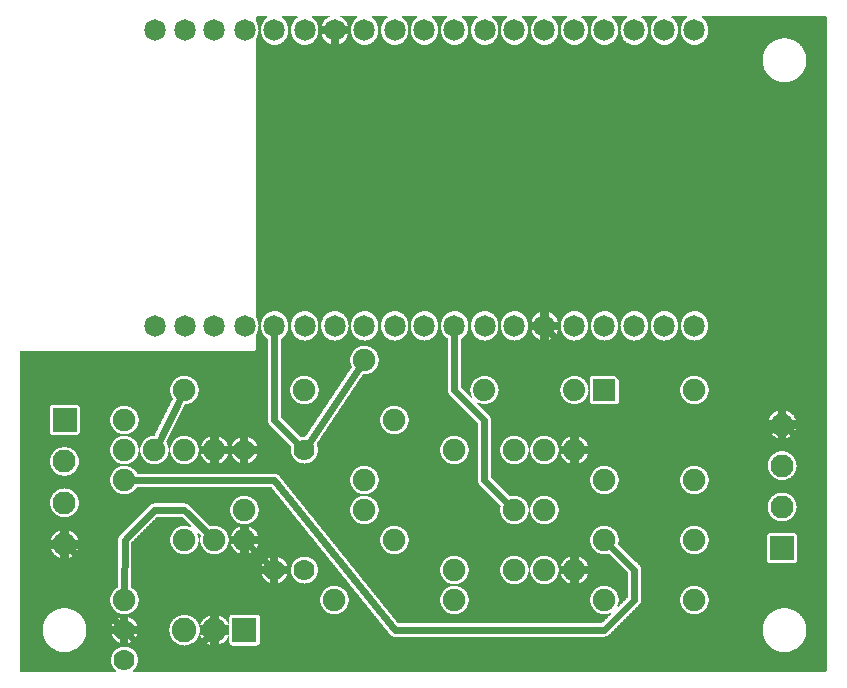
<source format=gbl>
G04 MADE WITH FRITZING*
G04 WWW.FRITZING.ORG*
G04 DOUBLE SIDED*
G04 HOLES PLATED*
G04 CONTOUR ON CENTER OF CONTOUR VECTOR*
%ASAXBY*%
%FSLAX23Y23*%
%MOIN*%
%OFA0B0*%
%SFA1.0B1.0*%
%ADD10C,0.075000*%
%ADD11C,0.074000*%
%ADD12C,0.071828*%
%ADD13C,0.070000*%
%ADD14C,0.082000*%
%ADD15C,0.076139*%
%ADD16R,0.075000X0.075000*%
%ADD17R,0.082000X0.082000*%
%ADD18C,0.024000*%
%ADD19R,0.001000X0.001000*%
%LNCOPPER0*%
G90*
G70*
G54D10*
X2671Y93D03*
G54D11*
X1878Y968D03*
X1578Y968D03*
G54D10*
X1978Y968D03*
X2278Y968D03*
X1978Y668D03*
X2278Y668D03*
X1978Y468D03*
X2278Y468D03*
X1978Y268D03*
X2278Y268D03*
G54D12*
X479Y1183D03*
X579Y1183D03*
X678Y1183D03*
X779Y1183D03*
X878Y1183D03*
X979Y1183D03*
X1079Y1183D03*
X1178Y1183D03*
X1279Y1183D03*
X1378Y1183D03*
X1478Y1183D03*
X1579Y1183D03*
X1678Y1183D03*
X1778Y1183D03*
X1878Y1183D03*
X1978Y1183D03*
X2077Y1183D03*
X2178Y1183D03*
X2278Y1183D03*
X2278Y2168D03*
X2178Y2168D03*
X2077Y2168D03*
X1978Y2168D03*
X1878Y2168D03*
X1778Y2168D03*
X1678Y2168D03*
X1579Y2168D03*
X1478Y2168D03*
X1378Y2168D03*
X1279Y2168D03*
X1178Y2168D03*
X1079Y2168D03*
X979Y2168D03*
X878Y2168D03*
X779Y2168D03*
X678Y2168D03*
X579Y2168D03*
X479Y2168D03*
G54D13*
X878Y368D03*
X978Y368D03*
X378Y168D03*
X378Y68D03*
G54D14*
X778Y168D03*
X678Y168D03*
X578Y168D03*
G54D10*
X1678Y368D03*
X1778Y368D03*
X1878Y368D03*
X1678Y768D03*
X1778Y768D03*
X1878Y768D03*
X578Y468D03*
X678Y468D03*
X778Y468D03*
X478Y768D03*
X578Y768D03*
X678Y768D03*
G54D13*
X778Y768D03*
X978Y768D03*
G54D15*
X178Y868D03*
X178Y731D03*
X178Y593D03*
X178Y455D03*
X2570Y441D03*
X2570Y579D03*
X2570Y717D03*
X2570Y854D03*
G54D10*
X778Y568D03*
X1178Y568D03*
X378Y268D03*
X378Y668D03*
X1478Y268D03*
X1078Y268D03*
X1478Y368D03*
X1478Y768D03*
X1678Y568D03*
X1778Y568D03*
X378Y768D03*
X378Y868D03*
X1178Y1068D03*
X1178Y668D03*
X578Y968D03*
X978Y968D03*
X1278Y868D03*
X1278Y468D03*
G54D16*
X1978Y968D03*
G54D17*
X778Y168D03*
G54D18*
X678Y189D02*
X678Y269D01*
D02*
X778Y369D02*
X863Y369D01*
D02*
X678Y269D02*
X778Y369D01*
D02*
X2077Y967D02*
X2077Y870D01*
D02*
X2077Y870D02*
X2077Y769D01*
D02*
X1978Y768D02*
X1895Y768D01*
D02*
X1879Y1068D02*
X1978Y1068D01*
D02*
X2178Y769D02*
X1978Y768D01*
D02*
X1978Y1068D02*
X2077Y967D01*
D02*
X2077Y769D02*
X2178Y769D01*
D02*
X1791Y1168D02*
X1879Y1068D01*
D02*
X1477Y968D02*
X1478Y1163D01*
D02*
X1677Y569D02*
X1577Y669D01*
D02*
X1577Y868D02*
X1477Y968D01*
D02*
X1577Y669D02*
X1577Y868D01*
D02*
X1677Y569D02*
X1677Y569D01*
D02*
X2379Y769D02*
X2547Y844D01*
D02*
X1978Y768D02*
X1977Y769D01*
D02*
X1977Y769D02*
X2178Y769D01*
D02*
X2178Y769D02*
X2379Y769D01*
D02*
X1895Y768D02*
X1978Y768D01*
D02*
X1168Y1054D02*
X986Y781D01*
D02*
X2678Y370D02*
X2476Y269D01*
D02*
X2476Y269D02*
X2278Y69D01*
D02*
X2278Y69D02*
X978Y69D01*
D02*
X978Y69D02*
X878Y169D01*
D02*
X878Y169D02*
X878Y353D01*
D02*
X2590Y839D02*
X2678Y769D01*
D02*
X2678Y769D02*
X2678Y370D01*
D02*
X379Y469D02*
X378Y286D01*
D02*
X478Y569D02*
X379Y469D01*
D02*
X578Y569D02*
X478Y569D01*
D02*
X665Y481D02*
X578Y569D01*
D02*
X279Y369D02*
X197Y438D01*
D02*
X279Y269D02*
X279Y369D01*
D02*
X367Y179D02*
X279Y269D01*
D02*
X790Y456D02*
X867Y379D01*
D02*
X763Y768D02*
X695Y768D01*
D02*
X2078Y369D02*
X1990Y456D01*
D02*
X2078Y269D02*
X2078Y369D01*
D02*
X1978Y169D02*
X2078Y269D01*
D02*
X1279Y169D02*
X1978Y169D01*
D02*
X876Y668D02*
X1279Y169D01*
D02*
X395Y668D02*
X876Y668D01*
D02*
X1878Y751D02*
X1878Y386D01*
D02*
X578Y69D02*
X478Y69D01*
D02*
X478Y69D02*
X388Y158D01*
D02*
X663Y154D02*
X578Y69D01*
D02*
X570Y953D02*
X486Y784D01*
D02*
X878Y868D02*
X967Y779D01*
D02*
X878Y1163D02*
X878Y868D01*
G54D19*
X819Y2214D02*
X853Y2214D01*
X904Y2214D02*
X954Y2214D01*
X1004Y2214D02*
X1062Y2214D01*
X1097Y2214D02*
X1154Y2214D01*
X1204Y2214D02*
X1254Y2214D01*
X1304Y2214D02*
X1353Y2214D01*
X1403Y2214D02*
X1454Y2214D01*
X1504Y2214D02*
X1554Y2214D01*
X1604Y2214D02*
X1653Y2214D01*
X1704Y2214D02*
X1754Y2214D01*
X1804Y2214D02*
X1853Y2214D01*
X1903Y2214D02*
X1953Y2214D01*
X2004Y2214D02*
X2053Y2214D01*
X2103Y2214D02*
X2153Y2214D01*
X2203Y2214D02*
X2253Y2214D01*
X2304Y2214D02*
X2717Y2214D01*
X819Y2213D02*
X854Y2213D01*
X903Y2213D02*
X955Y2213D01*
X1003Y2213D02*
X1059Y2213D01*
X1099Y2213D02*
X1154Y2213D01*
X1203Y2213D02*
X1255Y2213D01*
X1303Y2213D02*
X1354Y2213D01*
X1403Y2213D02*
X1454Y2213D01*
X1503Y2213D02*
X1555Y2213D01*
X1603Y2213D02*
X1654Y2213D01*
X1703Y2213D02*
X1754Y2213D01*
X1803Y2213D02*
X1854Y2213D01*
X1902Y2213D02*
X1954Y2213D01*
X2003Y2213D02*
X2053Y2213D01*
X2102Y2213D02*
X2154Y2213D01*
X2202Y2213D02*
X2254Y2213D01*
X2303Y2213D02*
X2718Y2213D01*
X818Y2212D02*
X855Y2212D01*
X903Y2212D02*
X955Y2212D01*
X1003Y2212D02*
X1058Y2212D01*
X1101Y2212D02*
X1155Y2212D01*
X1203Y2212D02*
X1255Y2212D01*
X1303Y2212D02*
X1354Y2212D01*
X1402Y2212D02*
X1455Y2212D01*
X1503Y2212D02*
X1555Y2212D01*
X1603Y2212D02*
X1654Y2212D01*
X1702Y2212D02*
X1755Y2212D01*
X1803Y2212D02*
X1854Y2212D01*
X1902Y2212D02*
X1954Y2212D01*
X2003Y2212D02*
X2054Y2212D01*
X2102Y2212D02*
X2154Y2212D01*
X2202Y2212D02*
X2254Y2212D01*
X2303Y2212D02*
X2718Y2212D01*
X818Y2211D02*
X854Y2211D01*
X903Y2211D02*
X955Y2211D01*
X1003Y2211D02*
X1056Y2211D01*
X1103Y2211D02*
X1154Y2211D01*
X1203Y2211D02*
X1255Y2211D01*
X1303Y2211D02*
X1354Y2211D01*
X1403Y2211D02*
X1454Y2211D01*
X1503Y2211D02*
X1555Y2211D01*
X1603Y2211D02*
X1654Y2211D01*
X1703Y2211D02*
X1754Y2211D01*
X1803Y2211D02*
X1854Y2211D01*
X1902Y2211D02*
X1954Y2211D01*
X2003Y2211D02*
X2054Y2211D01*
X2102Y2211D02*
X2154Y2211D01*
X2202Y2211D02*
X2254Y2211D01*
X2303Y2211D02*
X2718Y2211D01*
X818Y2210D02*
X853Y2210D01*
X904Y2210D02*
X954Y2210D01*
X1004Y2210D02*
X1054Y2210D01*
X1104Y2210D02*
X1154Y2210D01*
X1204Y2210D02*
X1254Y2210D01*
X1304Y2210D02*
X1353Y2210D01*
X1403Y2210D02*
X1454Y2210D01*
X1504Y2210D02*
X1554Y2210D01*
X1604Y2210D02*
X1653Y2210D01*
X1704Y2210D02*
X1754Y2210D01*
X1804Y2210D02*
X1853Y2210D01*
X1903Y2210D02*
X1953Y2210D01*
X2004Y2210D02*
X2053Y2210D01*
X2103Y2210D02*
X2153Y2210D01*
X2203Y2210D02*
X2253Y2210D01*
X2304Y2210D02*
X2718Y2210D01*
X818Y2209D02*
X852Y2209D01*
X905Y2209D02*
X952Y2209D01*
X1006Y2209D02*
X1053Y2209D01*
X1106Y2209D02*
X1152Y2209D01*
X1205Y2209D02*
X1252Y2209D01*
X1306Y2209D02*
X1352Y2209D01*
X1405Y2209D02*
X1452Y2209D01*
X1505Y2209D02*
X1552Y2209D01*
X1606Y2209D02*
X1606Y2209D01*
X1609Y2209D02*
X1652Y2209D01*
X1705Y2209D02*
X1752Y2209D01*
X1805Y2209D02*
X1852Y2209D01*
X1905Y2209D02*
X1952Y2209D01*
X2005Y2209D02*
X2051Y2209D01*
X2104Y2209D02*
X2152Y2209D01*
X2205Y2209D02*
X2252Y2209D01*
X2305Y2209D02*
X2718Y2209D01*
X818Y2208D02*
X851Y2208D01*
X906Y2208D02*
X951Y2208D01*
X1007Y2208D02*
X1052Y2208D01*
X1107Y2208D02*
X1151Y2208D01*
X1206Y2208D02*
X1251Y2208D01*
X1307Y2208D02*
X1351Y2208D01*
X1406Y2208D02*
X1451Y2208D01*
X1506Y2208D02*
X1551Y2208D01*
X1607Y2208D02*
X1651Y2208D01*
X1706Y2208D02*
X1751Y2208D01*
X1807Y2208D02*
X1850Y2208D01*
X1906Y2208D02*
X1951Y2208D01*
X2006Y2208D02*
X2050Y2208D01*
X2106Y2208D02*
X2150Y2208D01*
X2206Y2208D02*
X2251Y2208D01*
X2306Y2208D02*
X2718Y2208D01*
X818Y2207D02*
X850Y2207D01*
X907Y2207D02*
X950Y2207D01*
X1008Y2207D02*
X1050Y2207D01*
X1108Y2207D02*
X1150Y2207D01*
X1208Y2207D02*
X1250Y2207D01*
X1308Y2207D02*
X1349Y2207D01*
X1407Y2207D02*
X1450Y2207D01*
X1508Y2207D02*
X1550Y2207D01*
X1608Y2207D02*
X1649Y2207D01*
X1707Y2207D02*
X1750Y2207D01*
X1808Y2207D02*
X1849Y2207D01*
X1907Y2207D02*
X1950Y2207D01*
X2007Y2207D02*
X2049Y2207D01*
X2107Y2207D02*
X2149Y2207D01*
X2207Y2207D02*
X2250Y2207D01*
X2307Y2207D02*
X2718Y2207D01*
X818Y2206D02*
X849Y2206D01*
X909Y2206D02*
X949Y2206D01*
X1009Y2206D02*
X1049Y2206D01*
X1109Y2206D02*
X1149Y2206D01*
X1209Y2206D02*
X1249Y2206D01*
X1309Y2206D02*
X1348Y2206D01*
X1408Y2206D02*
X1449Y2206D01*
X1509Y2206D02*
X1549Y2206D01*
X1609Y2206D02*
X1648Y2206D01*
X1708Y2206D02*
X1749Y2206D01*
X1809Y2206D02*
X1848Y2206D01*
X1908Y2206D02*
X1948Y2206D01*
X2009Y2206D02*
X2048Y2206D01*
X2108Y2206D02*
X2148Y2206D01*
X2208Y2206D02*
X2249Y2206D01*
X2309Y2206D02*
X2718Y2206D01*
X818Y2205D02*
X847Y2205D01*
X910Y2205D02*
X948Y2205D01*
X1010Y2205D02*
X1048Y2205D01*
X1110Y2205D02*
X1147Y2205D01*
X1210Y2205D02*
X1248Y2205D01*
X1310Y2205D02*
X1347Y2205D01*
X1409Y2205D02*
X1447Y2205D01*
X1510Y2205D02*
X1548Y2205D01*
X1610Y2205D02*
X1647Y2205D01*
X1710Y2205D02*
X1748Y2205D01*
X1810Y2205D02*
X1847Y2205D01*
X1909Y2205D02*
X1947Y2205D01*
X2010Y2205D02*
X2047Y2205D01*
X2109Y2205D02*
X2147Y2205D01*
X2209Y2205D02*
X2247Y2205D01*
X2310Y2205D02*
X2718Y2205D01*
X818Y2204D02*
X846Y2204D01*
X911Y2204D02*
X947Y2204D01*
X1011Y2204D02*
X1047Y2204D01*
X1112Y2204D02*
X1146Y2204D01*
X1211Y2204D02*
X1247Y2204D01*
X1311Y2204D02*
X1346Y2204D01*
X1411Y2204D02*
X1446Y2204D01*
X1511Y2204D02*
X1547Y2204D01*
X1611Y2204D02*
X1646Y2204D01*
X1711Y2204D02*
X1746Y2204D01*
X1811Y2204D02*
X1846Y2204D01*
X1910Y2204D02*
X1946Y2204D01*
X2011Y2204D02*
X2046Y2204D01*
X2110Y2204D02*
X2146Y2204D01*
X2210Y2204D02*
X2246Y2204D01*
X2311Y2204D02*
X2718Y2204D01*
X818Y2203D02*
X845Y2203D01*
X912Y2203D02*
X946Y2203D01*
X1012Y2203D02*
X1046Y2203D01*
X1113Y2203D02*
X1145Y2203D01*
X1212Y2203D02*
X1246Y2203D01*
X1312Y2203D02*
X1345Y2203D01*
X1412Y2203D02*
X1445Y2203D01*
X1512Y2203D02*
X1546Y2203D01*
X1612Y2203D02*
X1645Y2203D01*
X1712Y2203D02*
X1745Y2203D01*
X1812Y2203D02*
X1845Y2203D01*
X1911Y2203D02*
X1945Y2203D01*
X2012Y2203D02*
X2044Y2203D01*
X2111Y2203D02*
X2145Y2203D01*
X2211Y2203D02*
X2245Y2203D01*
X2312Y2203D02*
X2718Y2203D01*
X818Y2202D02*
X844Y2202D01*
X913Y2202D02*
X945Y2202D01*
X1013Y2202D02*
X1045Y2202D01*
X1113Y2202D02*
X1145Y2202D01*
X1213Y2202D02*
X1245Y2202D01*
X1313Y2202D02*
X1344Y2202D01*
X1412Y2202D02*
X1445Y2202D01*
X1513Y2202D02*
X1545Y2202D01*
X1613Y2202D02*
X1644Y2202D01*
X1712Y2202D02*
X1745Y2202D01*
X1813Y2202D02*
X1844Y2202D01*
X1912Y2202D02*
X1944Y2202D01*
X2013Y2202D02*
X2044Y2202D01*
X2112Y2202D02*
X2144Y2202D01*
X2212Y2202D02*
X2244Y2202D01*
X2313Y2202D02*
X2718Y2202D01*
X818Y2201D02*
X844Y2201D01*
X913Y2201D02*
X944Y2201D01*
X1014Y2201D02*
X1044Y2201D01*
X1114Y2201D02*
X1144Y2201D01*
X1213Y2201D02*
X1244Y2201D01*
X1314Y2201D02*
X1343Y2201D01*
X1413Y2201D02*
X1444Y2201D01*
X1514Y2201D02*
X1544Y2201D01*
X1614Y2201D02*
X1644Y2201D01*
X1713Y2201D02*
X1744Y2201D01*
X1814Y2201D02*
X1843Y2201D01*
X1913Y2201D02*
X1944Y2201D01*
X2013Y2201D02*
X2043Y2201D01*
X2113Y2201D02*
X2143Y2201D01*
X2213Y2201D02*
X2244Y2201D01*
X2313Y2201D02*
X2718Y2201D01*
X818Y2200D02*
X843Y2200D01*
X914Y2200D02*
X943Y2200D01*
X1015Y2200D02*
X1044Y2200D01*
X1115Y2200D02*
X1143Y2200D01*
X1214Y2200D02*
X1243Y2200D01*
X1315Y2200D02*
X1343Y2200D01*
X1414Y2200D02*
X1443Y2200D01*
X1514Y2200D02*
X1543Y2200D01*
X1615Y2200D02*
X1643Y2200D01*
X1714Y2200D02*
X1743Y2200D01*
X1814Y2200D02*
X1842Y2200D01*
X1914Y2200D02*
X1943Y2200D01*
X2014Y2200D02*
X2042Y2200D01*
X2113Y2200D02*
X2143Y2200D01*
X2214Y2200D02*
X2243Y2200D01*
X2314Y2200D02*
X2718Y2200D01*
X818Y2199D02*
X842Y2199D01*
X915Y2199D02*
X943Y2199D01*
X1015Y2199D02*
X1043Y2199D01*
X1116Y2199D02*
X1142Y2199D01*
X1215Y2199D02*
X1243Y2199D01*
X1315Y2199D02*
X1342Y2199D01*
X1415Y2199D02*
X1442Y2199D01*
X1515Y2199D02*
X1543Y2199D01*
X1615Y2199D02*
X1642Y2199D01*
X1715Y2199D02*
X1742Y2199D01*
X1815Y2199D02*
X1842Y2199D01*
X1914Y2199D02*
X1942Y2199D01*
X2015Y2199D02*
X2041Y2199D01*
X2114Y2199D02*
X2142Y2199D01*
X2214Y2199D02*
X2242Y2199D01*
X2315Y2199D02*
X2718Y2199D01*
X818Y2198D02*
X842Y2198D01*
X916Y2198D02*
X942Y2198D01*
X1016Y2198D02*
X1042Y2198D01*
X1116Y2198D02*
X1142Y2198D01*
X1216Y2198D02*
X1242Y2198D01*
X1316Y2198D02*
X1341Y2198D01*
X1415Y2198D02*
X1442Y2198D01*
X1516Y2198D02*
X1542Y2198D01*
X1616Y2198D02*
X1641Y2198D01*
X1715Y2198D02*
X1742Y2198D01*
X1816Y2198D02*
X1841Y2198D01*
X1915Y2198D02*
X1941Y2198D01*
X2015Y2198D02*
X2041Y2198D01*
X2115Y2198D02*
X2141Y2198D01*
X2215Y2198D02*
X2241Y2198D01*
X2316Y2198D02*
X2718Y2198D01*
X818Y2197D02*
X841Y2197D01*
X916Y2197D02*
X941Y2197D01*
X1017Y2197D02*
X1041Y2197D01*
X1117Y2197D02*
X1141Y2197D01*
X1216Y2197D02*
X1241Y2197D01*
X1317Y2197D02*
X1341Y2197D01*
X1416Y2197D02*
X1441Y2197D01*
X1516Y2197D02*
X1541Y2197D01*
X1617Y2197D02*
X1641Y2197D01*
X1716Y2197D02*
X1741Y2197D01*
X1817Y2197D02*
X1840Y2197D01*
X1916Y2197D02*
X1941Y2197D01*
X2016Y2197D02*
X2040Y2197D01*
X2116Y2197D02*
X2140Y2197D01*
X2216Y2197D02*
X2241Y2197D01*
X2316Y2197D02*
X2718Y2197D01*
X818Y2196D02*
X840Y2196D01*
X917Y2196D02*
X940Y2196D01*
X1017Y2196D02*
X1041Y2196D01*
X1118Y2196D02*
X1140Y2196D01*
X1217Y2196D02*
X1241Y2196D01*
X1318Y2196D02*
X1340Y2196D01*
X1417Y2196D02*
X1440Y2196D01*
X1517Y2196D02*
X1541Y2196D01*
X1618Y2196D02*
X1640Y2196D01*
X1717Y2196D02*
X1740Y2196D01*
X1817Y2196D02*
X1840Y2196D01*
X1917Y2196D02*
X1940Y2196D01*
X2017Y2196D02*
X2039Y2196D01*
X2116Y2196D02*
X2140Y2196D01*
X2217Y2196D02*
X2240Y2196D01*
X2317Y2196D02*
X2718Y2196D01*
X818Y2195D02*
X840Y2195D01*
X918Y2195D02*
X940Y2195D01*
X1018Y2195D02*
X1040Y2195D01*
X1118Y2195D02*
X1140Y2195D01*
X1218Y2195D02*
X1240Y2195D01*
X1318Y2195D02*
X1339Y2195D01*
X1417Y2195D02*
X1440Y2195D01*
X1518Y2195D02*
X1540Y2195D01*
X1618Y2195D02*
X1639Y2195D01*
X1717Y2195D02*
X1740Y2195D01*
X1818Y2195D02*
X1839Y2195D01*
X1917Y2195D02*
X1939Y2195D01*
X2018Y2195D02*
X2039Y2195D01*
X2117Y2195D02*
X2139Y2195D01*
X2217Y2195D02*
X2239Y2195D01*
X2318Y2195D02*
X2718Y2195D01*
X819Y2194D02*
X839Y2194D01*
X918Y2194D02*
X939Y2194D01*
X1019Y2194D02*
X1040Y2194D01*
X1119Y2194D02*
X1139Y2194D01*
X1218Y2194D02*
X1239Y2194D01*
X1319Y2194D02*
X1339Y2194D01*
X1418Y2194D02*
X1439Y2194D01*
X1518Y2194D02*
X1540Y2194D01*
X1619Y2194D02*
X1639Y2194D01*
X1718Y2194D02*
X1739Y2194D01*
X1818Y2194D02*
X1839Y2194D01*
X1918Y2194D02*
X1939Y2194D01*
X2018Y2194D02*
X2038Y2194D01*
X2117Y2194D02*
X2139Y2194D01*
X2218Y2194D02*
X2239Y2194D01*
X2318Y2194D02*
X2718Y2194D01*
X819Y2193D02*
X839Y2193D01*
X919Y2193D02*
X939Y2193D01*
X1019Y2193D02*
X1039Y2193D01*
X1119Y2193D02*
X1139Y2193D01*
X1219Y2193D02*
X1239Y2193D01*
X1319Y2193D02*
X1338Y2193D01*
X1418Y2193D02*
X1439Y2193D01*
X1519Y2193D02*
X1539Y2193D01*
X1619Y2193D02*
X1638Y2193D01*
X1718Y2193D02*
X1739Y2193D01*
X1819Y2193D02*
X1838Y2193D01*
X1918Y2193D02*
X1938Y2193D01*
X2018Y2193D02*
X2038Y2193D01*
X2118Y2193D02*
X2138Y2193D01*
X2218Y2193D02*
X2238Y2193D01*
X2319Y2193D02*
X2718Y2193D01*
X820Y2192D02*
X838Y2192D01*
X919Y2192D02*
X938Y2192D01*
X1019Y2192D02*
X1039Y2192D01*
X1120Y2192D02*
X1138Y2192D01*
X1219Y2192D02*
X1239Y2192D01*
X1320Y2192D02*
X1338Y2192D01*
X1419Y2192D02*
X1438Y2192D01*
X1519Y2192D02*
X1539Y2192D01*
X1620Y2192D02*
X1638Y2192D01*
X1719Y2192D02*
X1738Y2192D01*
X1819Y2192D02*
X1838Y2192D01*
X1919Y2192D02*
X1938Y2192D01*
X2019Y2192D02*
X2037Y2192D01*
X2118Y2192D02*
X2138Y2192D01*
X2219Y2192D02*
X2238Y2192D01*
X2319Y2192D02*
X2718Y2192D01*
X820Y2191D02*
X838Y2191D01*
X920Y2191D02*
X938Y2191D01*
X1020Y2191D02*
X1038Y2191D01*
X1120Y2191D02*
X1138Y2191D01*
X1220Y2191D02*
X1238Y2191D01*
X1320Y2191D02*
X1337Y2191D01*
X1419Y2191D02*
X1438Y2191D01*
X1520Y2191D02*
X1538Y2191D01*
X1620Y2191D02*
X1637Y2191D01*
X1719Y2191D02*
X1738Y2191D01*
X1820Y2191D02*
X1837Y2191D01*
X1919Y2191D02*
X1937Y2191D01*
X2019Y2191D02*
X2037Y2191D01*
X2119Y2191D02*
X2137Y2191D01*
X2219Y2191D02*
X2237Y2191D01*
X2320Y2191D02*
X2718Y2191D01*
X821Y2190D02*
X837Y2190D01*
X920Y2190D02*
X937Y2190D01*
X1020Y2190D02*
X1038Y2190D01*
X1121Y2190D02*
X1137Y2190D01*
X1220Y2190D02*
X1238Y2190D01*
X1321Y2190D02*
X1337Y2190D01*
X1420Y2190D02*
X1437Y2190D01*
X1520Y2190D02*
X1538Y2190D01*
X1621Y2190D02*
X1637Y2190D01*
X1720Y2190D02*
X1737Y2190D01*
X1820Y2190D02*
X1837Y2190D01*
X1920Y2190D02*
X1937Y2190D01*
X2020Y2190D02*
X2036Y2190D01*
X2119Y2190D02*
X2137Y2190D01*
X2220Y2190D02*
X2237Y2190D01*
X2320Y2190D02*
X2718Y2190D01*
X821Y2189D02*
X837Y2189D01*
X921Y2189D02*
X937Y2189D01*
X1021Y2189D02*
X1037Y2189D01*
X1121Y2189D02*
X1137Y2189D01*
X1221Y2189D02*
X1237Y2189D01*
X1321Y2189D02*
X1336Y2189D01*
X1420Y2189D02*
X1437Y2189D01*
X1521Y2189D02*
X1537Y2189D01*
X1621Y2189D02*
X1636Y2189D01*
X1720Y2189D02*
X1737Y2189D01*
X1821Y2189D02*
X1836Y2189D01*
X1920Y2189D02*
X1936Y2189D01*
X2020Y2189D02*
X2036Y2189D01*
X2120Y2189D02*
X2136Y2189D01*
X2220Y2189D02*
X2237Y2189D01*
X2320Y2189D02*
X2718Y2189D01*
X822Y2188D02*
X836Y2188D01*
X921Y2188D02*
X936Y2188D01*
X1021Y2188D02*
X1037Y2188D01*
X1122Y2188D02*
X1136Y2188D01*
X1221Y2188D02*
X1237Y2188D01*
X1321Y2188D02*
X1336Y2188D01*
X1421Y2188D02*
X1436Y2188D01*
X1521Y2188D02*
X1537Y2188D01*
X1622Y2188D02*
X1636Y2188D01*
X1721Y2188D02*
X1736Y2188D01*
X1821Y2188D02*
X1836Y2188D01*
X1921Y2188D02*
X1936Y2188D01*
X2021Y2188D02*
X2035Y2188D01*
X2120Y2188D02*
X2136Y2188D01*
X2221Y2188D02*
X2236Y2188D01*
X2321Y2188D02*
X2718Y2188D01*
X822Y2187D02*
X836Y2187D01*
X921Y2187D02*
X936Y2187D01*
X1022Y2187D02*
X1036Y2187D01*
X1122Y2187D02*
X1136Y2187D01*
X1222Y2187D02*
X1236Y2187D01*
X1322Y2187D02*
X1335Y2187D01*
X1421Y2187D02*
X1436Y2187D01*
X1522Y2187D02*
X1536Y2187D01*
X1622Y2187D02*
X1636Y2187D01*
X1721Y2187D02*
X1736Y2187D01*
X1822Y2187D02*
X1835Y2187D01*
X1921Y2187D02*
X1936Y2187D01*
X2021Y2187D02*
X2035Y2187D01*
X2121Y2187D02*
X2135Y2187D01*
X2221Y2187D02*
X2236Y2187D01*
X2321Y2187D02*
X2718Y2187D01*
X822Y2186D02*
X835Y2186D01*
X922Y2186D02*
X936Y2186D01*
X1022Y2186D02*
X1036Y2186D01*
X1122Y2186D02*
X1135Y2186D01*
X1222Y2186D02*
X1236Y2186D01*
X1322Y2186D02*
X1335Y2186D01*
X1422Y2186D02*
X1436Y2186D01*
X1522Y2186D02*
X1536Y2186D01*
X1622Y2186D02*
X1635Y2186D01*
X1722Y2186D02*
X1736Y2186D01*
X1822Y2186D02*
X1835Y2186D01*
X1921Y2186D02*
X1935Y2186D01*
X2022Y2186D02*
X2035Y2186D01*
X2121Y2186D02*
X2135Y2186D01*
X2221Y2186D02*
X2235Y2186D01*
X2322Y2186D02*
X2718Y2186D01*
X823Y2185D02*
X835Y2185D01*
X922Y2185D02*
X935Y2185D01*
X1022Y2185D02*
X1036Y2185D01*
X1123Y2185D02*
X1135Y2185D01*
X1222Y2185D02*
X1236Y2185D01*
X1322Y2185D02*
X1335Y2185D01*
X1422Y2185D02*
X1435Y2185D01*
X1522Y2185D02*
X1536Y2185D01*
X1623Y2185D02*
X1635Y2185D01*
X1722Y2185D02*
X1735Y2185D01*
X1822Y2185D02*
X1835Y2185D01*
X1922Y2185D02*
X1935Y2185D01*
X2022Y2185D02*
X2034Y2185D01*
X2121Y2185D02*
X2135Y2185D01*
X2222Y2185D02*
X2235Y2185D01*
X2322Y2185D02*
X2718Y2185D01*
X823Y2184D02*
X835Y2184D01*
X922Y2184D02*
X935Y2184D01*
X1023Y2184D02*
X1036Y2184D01*
X1123Y2184D02*
X1135Y2184D01*
X1222Y2184D02*
X1235Y2184D01*
X1323Y2184D02*
X1335Y2184D01*
X1422Y2184D02*
X1435Y2184D01*
X1522Y2184D02*
X1535Y2184D01*
X1623Y2184D02*
X1635Y2184D01*
X1722Y2184D02*
X1735Y2184D01*
X1823Y2184D02*
X1834Y2184D01*
X1922Y2184D02*
X1935Y2184D01*
X2022Y2184D02*
X2034Y2184D01*
X2122Y2184D02*
X2134Y2184D01*
X2222Y2184D02*
X2235Y2184D01*
X2322Y2184D02*
X2718Y2184D01*
X823Y2183D02*
X835Y2183D01*
X923Y2183D02*
X935Y2183D01*
X1023Y2183D02*
X1035Y2183D01*
X1123Y2183D02*
X1135Y2183D01*
X1223Y2183D02*
X1235Y2183D01*
X1323Y2183D02*
X1334Y2183D01*
X1422Y2183D02*
X1435Y2183D01*
X1523Y2183D02*
X1535Y2183D01*
X1623Y2183D02*
X1634Y2183D01*
X1722Y2183D02*
X1735Y2183D01*
X1823Y2183D02*
X1834Y2183D01*
X1922Y2183D02*
X1934Y2183D01*
X2022Y2183D02*
X2034Y2183D01*
X2122Y2183D02*
X2134Y2183D01*
X2222Y2183D02*
X2234Y2183D01*
X2323Y2183D02*
X2718Y2183D01*
X824Y2182D02*
X834Y2182D01*
X923Y2182D02*
X935Y2182D01*
X1023Y2182D02*
X1058Y2182D01*
X1101Y2182D02*
X1134Y2182D01*
X1223Y2182D02*
X1235Y2182D01*
X1323Y2182D02*
X1334Y2182D01*
X1423Y2182D02*
X1434Y2182D01*
X1523Y2182D02*
X1535Y2182D01*
X1623Y2182D02*
X1634Y2182D01*
X1723Y2182D02*
X1734Y2182D01*
X1823Y2182D02*
X1834Y2182D01*
X1922Y2182D02*
X1934Y2182D01*
X2023Y2182D02*
X2033Y2182D01*
X2122Y2182D02*
X2134Y2182D01*
X2222Y2182D02*
X2234Y2182D01*
X2323Y2182D02*
X2718Y2182D01*
X824Y2181D02*
X834Y2181D01*
X923Y2181D02*
X934Y2181D01*
X1024Y2181D02*
X1058Y2181D01*
X1101Y2181D02*
X1134Y2181D01*
X1223Y2181D02*
X1234Y2181D01*
X1324Y2181D02*
X1334Y2181D01*
X1423Y2181D02*
X1434Y2181D01*
X1523Y2181D02*
X1534Y2181D01*
X1624Y2181D02*
X1634Y2181D01*
X1723Y2181D02*
X1734Y2181D01*
X1823Y2181D02*
X1833Y2181D01*
X1923Y2181D02*
X1934Y2181D01*
X2023Y2181D02*
X2033Y2181D01*
X2122Y2181D02*
X2134Y2181D01*
X2223Y2181D02*
X2234Y2181D01*
X2323Y2181D02*
X2718Y2181D01*
X824Y2180D02*
X834Y2180D01*
X924Y2180D02*
X934Y2180D01*
X1024Y2180D02*
X1058Y2180D01*
X1101Y2180D02*
X1134Y2180D01*
X1224Y2180D02*
X1234Y2180D01*
X1324Y2180D02*
X1333Y2180D01*
X1423Y2180D02*
X1434Y2180D01*
X1524Y2180D02*
X1534Y2180D01*
X1624Y2180D02*
X1633Y2180D01*
X1723Y2180D02*
X1734Y2180D01*
X1824Y2180D02*
X1833Y2180D01*
X1923Y2180D02*
X1934Y2180D01*
X2023Y2180D02*
X2033Y2180D01*
X2123Y2180D02*
X2133Y2180D01*
X2223Y2180D02*
X2234Y2180D01*
X2323Y2180D02*
X2718Y2180D01*
X824Y2179D02*
X833Y2179D01*
X924Y2179D02*
X934Y2179D01*
X1024Y2179D02*
X1058Y2179D01*
X1101Y2179D02*
X1133Y2179D01*
X1224Y2179D02*
X1234Y2179D01*
X1324Y2179D02*
X1333Y2179D01*
X1424Y2179D02*
X1433Y2179D01*
X1524Y2179D02*
X1534Y2179D01*
X1624Y2179D02*
X1633Y2179D01*
X1724Y2179D02*
X1734Y2179D01*
X1824Y2179D02*
X1833Y2179D01*
X1923Y2179D02*
X1933Y2179D01*
X2024Y2179D02*
X2033Y2179D01*
X2123Y2179D02*
X2133Y2179D01*
X2223Y2179D02*
X2233Y2179D01*
X2324Y2179D02*
X2718Y2179D01*
X825Y2178D02*
X833Y2178D01*
X924Y2178D02*
X934Y2178D01*
X1024Y2178D02*
X1058Y2178D01*
X1101Y2178D02*
X1133Y2178D01*
X1224Y2178D02*
X1234Y2178D01*
X1324Y2178D02*
X1333Y2178D01*
X1424Y2178D02*
X1433Y2178D01*
X1524Y2178D02*
X1534Y2178D01*
X1624Y2178D02*
X1633Y2178D01*
X1724Y2178D02*
X1733Y2178D01*
X1824Y2178D02*
X1833Y2178D01*
X1924Y2178D02*
X1933Y2178D01*
X2024Y2178D02*
X2032Y2178D01*
X2123Y2178D02*
X2133Y2178D01*
X2224Y2178D02*
X2233Y2178D01*
X2324Y2178D02*
X2718Y2178D01*
X825Y2177D02*
X833Y2177D01*
X924Y2177D02*
X933Y2177D01*
X1024Y2177D02*
X1058Y2177D01*
X1101Y2177D02*
X1133Y2177D01*
X1224Y2177D02*
X1233Y2177D01*
X1325Y2177D02*
X1333Y2177D01*
X1424Y2177D02*
X1433Y2177D01*
X1524Y2177D02*
X1534Y2177D01*
X1625Y2177D02*
X1633Y2177D01*
X1724Y2177D02*
X1733Y2177D01*
X1824Y2177D02*
X1832Y2177D01*
X1924Y2177D02*
X1933Y2177D01*
X2024Y2177D02*
X2032Y2177D01*
X2123Y2177D02*
X2133Y2177D01*
X2224Y2177D02*
X2233Y2177D01*
X2324Y2177D02*
X2718Y2177D01*
X825Y2176D02*
X833Y2176D01*
X924Y2176D02*
X933Y2176D01*
X1025Y2176D02*
X1058Y2176D01*
X1101Y2176D02*
X1133Y2176D01*
X1224Y2176D02*
X1233Y2176D01*
X1325Y2176D02*
X1333Y2176D01*
X1424Y2176D02*
X1433Y2176D01*
X1524Y2176D02*
X1533Y2176D01*
X1625Y2176D02*
X1633Y2176D01*
X1724Y2176D02*
X1733Y2176D01*
X1824Y2176D02*
X1832Y2176D01*
X1924Y2176D02*
X1933Y2176D01*
X2024Y2176D02*
X2032Y2176D01*
X2123Y2176D02*
X2132Y2176D01*
X2224Y2176D02*
X2233Y2176D01*
X2324Y2176D02*
X2718Y2176D01*
X825Y2175D02*
X833Y2175D01*
X924Y2175D02*
X933Y2175D01*
X1025Y2175D02*
X1058Y2175D01*
X1101Y2175D02*
X1133Y2175D01*
X1224Y2175D02*
X1233Y2175D01*
X1325Y2175D02*
X1333Y2175D01*
X1424Y2175D02*
X1433Y2175D01*
X1524Y2175D02*
X1533Y2175D01*
X1625Y2175D02*
X1633Y2175D01*
X1724Y2175D02*
X1733Y2175D01*
X1825Y2175D02*
X1832Y2175D01*
X1924Y2175D02*
X1933Y2175D01*
X2024Y2175D02*
X2032Y2175D01*
X2124Y2175D02*
X2132Y2175D01*
X2224Y2175D02*
X2233Y2175D01*
X2324Y2175D02*
X2718Y2175D01*
X825Y2174D02*
X833Y2174D01*
X924Y2174D02*
X933Y2174D01*
X1025Y2174D02*
X1058Y2174D01*
X1101Y2174D02*
X1133Y2174D01*
X1224Y2174D02*
X1233Y2174D01*
X1325Y2174D02*
X1332Y2174D01*
X1424Y2174D02*
X1433Y2174D01*
X1525Y2174D02*
X1533Y2174D01*
X1625Y2174D02*
X1633Y2174D01*
X1724Y2174D02*
X1733Y2174D01*
X1825Y2174D02*
X1832Y2174D01*
X1924Y2174D02*
X1933Y2174D01*
X2024Y2174D02*
X2032Y2174D01*
X2124Y2174D02*
X2132Y2174D01*
X2224Y2174D02*
X2233Y2174D01*
X2324Y2174D02*
X2718Y2174D01*
X825Y2173D02*
X833Y2173D01*
X925Y2173D02*
X933Y2173D01*
X1025Y2173D02*
X1058Y2173D01*
X1101Y2173D02*
X1133Y2173D01*
X1225Y2173D02*
X1233Y2173D01*
X1325Y2173D02*
X1332Y2173D01*
X1424Y2173D02*
X1433Y2173D01*
X1525Y2173D02*
X1533Y2173D01*
X1625Y2173D02*
X1632Y2173D01*
X1724Y2173D02*
X1733Y2173D01*
X1825Y2173D02*
X1832Y2173D01*
X1924Y2173D02*
X1932Y2173D01*
X2024Y2173D02*
X2032Y2173D01*
X2124Y2173D02*
X2132Y2173D01*
X2224Y2173D02*
X2233Y2173D01*
X2324Y2173D02*
X2718Y2173D01*
X825Y2172D02*
X833Y2172D01*
X925Y2172D02*
X933Y2172D01*
X1025Y2172D02*
X1058Y2172D01*
X1101Y2172D02*
X1133Y2172D01*
X1225Y2172D02*
X1233Y2172D01*
X1325Y2172D02*
X1332Y2172D01*
X1424Y2172D02*
X1433Y2172D01*
X1525Y2172D02*
X1533Y2172D01*
X1625Y2172D02*
X1632Y2172D01*
X1724Y2172D02*
X1733Y2172D01*
X1825Y2172D02*
X1832Y2172D01*
X1924Y2172D02*
X1932Y2172D01*
X2025Y2172D02*
X2032Y2172D01*
X2124Y2172D02*
X2132Y2172D01*
X2224Y2172D02*
X2232Y2172D01*
X2325Y2172D02*
X2718Y2172D01*
X825Y2171D02*
X832Y2171D01*
X925Y2171D02*
X933Y2171D01*
X1025Y2171D02*
X1058Y2171D01*
X1101Y2171D02*
X1132Y2171D01*
X1225Y2171D02*
X1233Y2171D01*
X1325Y2171D02*
X1332Y2171D01*
X1425Y2171D02*
X1433Y2171D01*
X1525Y2171D02*
X1533Y2171D01*
X1625Y2171D02*
X1632Y2171D01*
X1725Y2171D02*
X1733Y2171D01*
X1825Y2171D02*
X1832Y2171D01*
X1924Y2171D02*
X1932Y2171D01*
X2025Y2171D02*
X2032Y2171D01*
X2124Y2171D02*
X2132Y2171D01*
X2224Y2171D02*
X2232Y2171D01*
X2325Y2171D02*
X2718Y2171D01*
X826Y2170D02*
X832Y2170D01*
X925Y2170D02*
X933Y2170D01*
X1025Y2170D02*
X1058Y2170D01*
X1101Y2170D02*
X1132Y2170D01*
X1225Y2170D02*
X1233Y2170D01*
X1325Y2170D02*
X1332Y2170D01*
X1425Y2170D02*
X1432Y2170D01*
X1525Y2170D02*
X1533Y2170D01*
X1625Y2170D02*
X1632Y2170D01*
X1725Y2170D02*
X1732Y2170D01*
X1825Y2170D02*
X1832Y2170D01*
X1924Y2170D02*
X1932Y2170D01*
X2025Y2170D02*
X2032Y2170D01*
X2124Y2170D02*
X2132Y2170D01*
X2224Y2170D02*
X2232Y2170D01*
X2325Y2170D02*
X2718Y2170D01*
X826Y2169D02*
X832Y2169D01*
X925Y2169D02*
X933Y2169D01*
X1025Y2169D02*
X1058Y2169D01*
X1101Y2169D02*
X1132Y2169D01*
X1225Y2169D02*
X1233Y2169D01*
X1325Y2169D02*
X1332Y2169D01*
X1425Y2169D02*
X1432Y2169D01*
X1525Y2169D02*
X1533Y2169D01*
X1625Y2169D02*
X1632Y2169D01*
X1725Y2169D02*
X1732Y2169D01*
X1825Y2169D02*
X1832Y2169D01*
X1924Y2169D02*
X1932Y2169D01*
X2025Y2169D02*
X2031Y2169D01*
X2124Y2169D02*
X2132Y2169D01*
X2225Y2169D02*
X2232Y2169D01*
X2325Y2169D02*
X2718Y2169D01*
X826Y2168D02*
X832Y2168D01*
X925Y2168D02*
X933Y2168D01*
X1025Y2168D02*
X1058Y2168D01*
X1101Y2168D02*
X1132Y2168D01*
X1225Y2168D02*
X1233Y2168D01*
X1325Y2168D02*
X1332Y2168D01*
X1425Y2168D02*
X1432Y2168D01*
X1525Y2168D02*
X1533Y2168D01*
X1625Y2168D02*
X1632Y2168D01*
X1725Y2168D02*
X1732Y2168D01*
X1825Y2168D02*
X1832Y2168D01*
X1924Y2168D02*
X1932Y2168D01*
X2025Y2168D02*
X2031Y2168D01*
X2124Y2168D02*
X2132Y2168D01*
X2225Y2168D02*
X2232Y2168D01*
X2325Y2168D02*
X2718Y2168D01*
X826Y2167D02*
X832Y2167D01*
X925Y2167D02*
X933Y2167D01*
X1025Y2167D02*
X1058Y2167D01*
X1101Y2167D02*
X1132Y2167D01*
X1225Y2167D02*
X1233Y2167D01*
X1325Y2167D02*
X1332Y2167D01*
X1425Y2167D02*
X1432Y2167D01*
X1525Y2167D02*
X1533Y2167D01*
X1625Y2167D02*
X1632Y2167D01*
X1725Y2167D02*
X1732Y2167D01*
X1825Y2167D02*
X1832Y2167D01*
X1924Y2167D02*
X1932Y2167D01*
X2025Y2167D02*
X2031Y2167D01*
X2124Y2167D02*
X2132Y2167D01*
X2224Y2167D02*
X2232Y2167D01*
X2325Y2167D02*
X2718Y2167D01*
X825Y2166D02*
X832Y2166D01*
X925Y2166D02*
X933Y2166D01*
X1025Y2166D02*
X1058Y2166D01*
X1101Y2166D02*
X1133Y2166D01*
X1225Y2166D02*
X1233Y2166D01*
X1325Y2166D02*
X1332Y2166D01*
X1425Y2166D02*
X1433Y2166D01*
X1525Y2166D02*
X1533Y2166D01*
X1625Y2166D02*
X1632Y2166D01*
X1725Y2166D02*
X1733Y2166D01*
X1825Y2166D02*
X1832Y2166D01*
X1924Y2166D02*
X1932Y2166D01*
X2025Y2166D02*
X2032Y2166D01*
X2124Y2166D02*
X2132Y2166D01*
X2224Y2166D02*
X2232Y2166D01*
X2325Y2166D02*
X2718Y2166D01*
X825Y2165D02*
X833Y2165D01*
X925Y2165D02*
X933Y2165D01*
X1025Y2165D02*
X1058Y2165D01*
X1101Y2165D02*
X1133Y2165D01*
X1225Y2165D02*
X1233Y2165D01*
X1325Y2165D02*
X1332Y2165D01*
X1424Y2165D02*
X1433Y2165D01*
X1525Y2165D02*
X1533Y2165D01*
X1625Y2165D02*
X1632Y2165D01*
X1724Y2165D02*
X1733Y2165D01*
X1825Y2165D02*
X1832Y2165D01*
X1924Y2165D02*
X1932Y2165D01*
X2025Y2165D02*
X2032Y2165D01*
X2124Y2165D02*
X2132Y2165D01*
X2224Y2165D02*
X2232Y2165D01*
X2325Y2165D02*
X2718Y2165D01*
X825Y2164D02*
X833Y2164D01*
X925Y2164D02*
X933Y2164D01*
X1025Y2164D02*
X1058Y2164D01*
X1101Y2164D02*
X1133Y2164D01*
X1225Y2164D02*
X1233Y2164D01*
X1325Y2164D02*
X1332Y2164D01*
X1424Y2164D02*
X1433Y2164D01*
X1525Y2164D02*
X1533Y2164D01*
X1625Y2164D02*
X1632Y2164D01*
X1724Y2164D02*
X1733Y2164D01*
X1825Y2164D02*
X1832Y2164D01*
X1924Y2164D02*
X1932Y2164D01*
X2024Y2164D02*
X2032Y2164D01*
X2124Y2164D02*
X2132Y2164D01*
X2224Y2164D02*
X2233Y2164D01*
X2324Y2164D02*
X2718Y2164D01*
X825Y2163D02*
X833Y2163D01*
X924Y2163D02*
X933Y2163D01*
X1025Y2163D02*
X1058Y2163D01*
X1101Y2163D02*
X1133Y2163D01*
X1225Y2163D02*
X1233Y2163D01*
X1325Y2163D02*
X1333Y2163D01*
X1424Y2163D02*
X1433Y2163D01*
X1525Y2163D02*
X1533Y2163D01*
X1625Y2163D02*
X1633Y2163D01*
X1724Y2163D02*
X1733Y2163D01*
X1825Y2163D02*
X1832Y2163D01*
X1924Y2163D02*
X1933Y2163D01*
X2024Y2163D02*
X2032Y2163D01*
X2124Y2163D02*
X2132Y2163D01*
X2224Y2163D02*
X2233Y2163D01*
X2324Y2163D02*
X2718Y2163D01*
X825Y2162D02*
X833Y2162D01*
X924Y2162D02*
X933Y2162D01*
X1025Y2162D02*
X1058Y2162D01*
X1101Y2162D02*
X1133Y2162D01*
X1224Y2162D02*
X1233Y2162D01*
X1325Y2162D02*
X1333Y2162D01*
X1424Y2162D02*
X1433Y2162D01*
X1524Y2162D02*
X1533Y2162D01*
X1625Y2162D02*
X1633Y2162D01*
X1724Y2162D02*
X1733Y2162D01*
X1825Y2162D02*
X1832Y2162D01*
X1924Y2162D02*
X1933Y2162D01*
X2024Y2162D02*
X2032Y2162D01*
X2124Y2162D02*
X2132Y2162D01*
X2224Y2162D02*
X2233Y2162D01*
X2324Y2162D02*
X2718Y2162D01*
X825Y2161D02*
X833Y2161D01*
X924Y2161D02*
X933Y2161D01*
X1025Y2161D02*
X1058Y2161D01*
X1101Y2161D02*
X1133Y2161D01*
X1224Y2161D02*
X1233Y2161D01*
X1325Y2161D02*
X1333Y2161D01*
X1424Y2161D02*
X1433Y2161D01*
X1524Y2161D02*
X1533Y2161D01*
X1625Y2161D02*
X1633Y2161D01*
X1724Y2161D02*
X1733Y2161D01*
X1824Y2161D02*
X1832Y2161D01*
X1924Y2161D02*
X1933Y2161D01*
X2024Y2161D02*
X2032Y2161D01*
X2123Y2161D02*
X2132Y2161D01*
X2224Y2161D02*
X2233Y2161D01*
X2324Y2161D02*
X2718Y2161D01*
X825Y2160D02*
X833Y2160D01*
X924Y2160D02*
X933Y2160D01*
X1025Y2160D02*
X1058Y2160D01*
X1101Y2160D02*
X1133Y2160D01*
X1224Y2160D02*
X1233Y2160D01*
X1325Y2160D02*
X1333Y2160D01*
X1424Y2160D02*
X1433Y2160D01*
X1524Y2160D02*
X1534Y2160D01*
X1625Y2160D02*
X1633Y2160D01*
X1724Y2160D02*
X1733Y2160D01*
X1824Y2160D02*
X1833Y2160D01*
X1924Y2160D02*
X1933Y2160D01*
X2024Y2160D02*
X2032Y2160D01*
X2123Y2160D02*
X2133Y2160D01*
X2224Y2160D02*
X2233Y2160D01*
X2324Y2160D02*
X2718Y2160D01*
X825Y2159D02*
X833Y2159D01*
X924Y2159D02*
X934Y2159D01*
X1024Y2159D02*
X1058Y2159D01*
X1101Y2159D02*
X1133Y2159D01*
X1224Y2159D02*
X1234Y2159D01*
X1324Y2159D02*
X1333Y2159D01*
X1424Y2159D02*
X1433Y2159D01*
X1524Y2159D02*
X1534Y2159D01*
X1624Y2159D02*
X1633Y2159D01*
X1724Y2159D02*
X1733Y2159D01*
X1824Y2159D02*
X1833Y2159D01*
X1924Y2159D02*
X1933Y2159D01*
X2024Y2159D02*
X2032Y2159D01*
X2123Y2159D02*
X2133Y2159D01*
X2224Y2159D02*
X2233Y2159D01*
X2324Y2159D02*
X2718Y2159D01*
X824Y2158D02*
X833Y2158D01*
X924Y2158D02*
X934Y2158D01*
X1024Y2158D02*
X1058Y2158D01*
X1101Y2158D02*
X1133Y2158D01*
X1224Y2158D02*
X1234Y2158D01*
X1324Y2158D02*
X1333Y2158D01*
X1424Y2158D02*
X1434Y2158D01*
X1524Y2158D02*
X1534Y2158D01*
X1624Y2158D02*
X1633Y2158D01*
X1724Y2158D02*
X1734Y2158D01*
X1824Y2158D02*
X1833Y2158D01*
X1923Y2158D02*
X1933Y2158D01*
X2024Y2158D02*
X2033Y2158D01*
X2123Y2158D02*
X2133Y2158D01*
X2223Y2158D02*
X2233Y2158D01*
X2324Y2158D02*
X2718Y2158D01*
X824Y2157D02*
X834Y2157D01*
X924Y2157D02*
X934Y2157D01*
X1024Y2157D02*
X1058Y2157D01*
X1101Y2157D02*
X1134Y2157D01*
X1224Y2157D02*
X1234Y2157D01*
X1324Y2157D02*
X1333Y2157D01*
X1423Y2157D02*
X1434Y2157D01*
X1524Y2157D02*
X1534Y2157D01*
X1624Y2157D02*
X1634Y2157D01*
X1723Y2157D02*
X1734Y2157D01*
X1824Y2157D02*
X1833Y2157D01*
X1923Y2157D02*
X1934Y2157D01*
X2023Y2157D02*
X2033Y2157D01*
X2123Y2157D02*
X2133Y2157D01*
X2223Y2157D02*
X2234Y2157D01*
X2323Y2157D02*
X2718Y2157D01*
X824Y2156D02*
X834Y2156D01*
X923Y2156D02*
X934Y2156D01*
X1024Y2156D02*
X1058Y2156D01*
X1101Y2156D02*
X1134Y2156D01*
X1223Y2156D02*
X1234Y2156D01*
X1324Y2156D02*
X1334Y2156D01*
X1423Y2156D02*
X1434Y2156D01*
X1523Y2156D02*
X1534Y2156D01*
X1624Y2156D02*
X1634Y2156D01*
X1723Y2156D02*
X1734Y2156D01*
X1823Y2156D02*
X1833Y2156D01*
X1923Y2156D02*
X1934Y2156D01*
X2023Y2156D02*
X2033Y2156D01*
X2122Y2156D02*
X2134Y2156D01*
X2223Y2156D02*
X2234Y2156D01*
X2323Y2156D02*
X2718Y2156D01*
X824Y2155D02*
X834Y2155D01*
X923Y2155D02*
X935Y2155D01*
X1023Y2155D02*
X1058Y2155D01*
X1101Y2155D02*
X1134Y2155D01*
X1223Y2155D02*
X1235Y2155D01*
X1323Y2155D02*
X1334Y2155D01*
X1423Y2155D02*
X1434Y2155D01*
X1523Y2155D02*
X1535Y2155D01*
X1623Y2155D02*
X1634Y2155D01*
X1723Y2155D02*
X1734Y2155D01*
X1823Y2155D02*
X1834Y2155D01*
X1922Y2155D02*
X1934Y2155D01*
X2023Y2155D02*
X2033Y2155D01*
X2122Y2155D02*
X2134Y2155D01*
X2222Y2155D02*
X2234Y2155D01*
X2323Y2155D02*
X2718Y2155D01*
X823Y2154D02*
X835Y2154D01*
X923Y2154D02*
X935Y2154D01*
X1023Y2154D02*
X1035Y2154D01*
X1123Y2154D02*
X1135Y2154D01*
X1223Y2154D02*
X1235Y2154D01*
X1323Y2154D02*
X1334Y2154D01*
X1422Y2154D02*
X1435Y2154D01*
X1523Y2154D02*
X1535Y2154D01*
X1623Y2154D02*
X1634Y2154D01*
X1722Y2154D02*
X1735Y2154D01*
X1823Y2154D02*
X1834Y2154D01*
X1922Y2154D02*
X1934Y2154D01*
X2023Y2154D02*
X2034Y2154D01*
X2122Y2154D02*
X2134Y2154D01*
X2222Y2154D02*
X2234Y2154D01*
X2323Y2154D02*
X2718Y2154D01*
X823Y2153D02*
X835Y2153D01*
X922Y2153D02*
X935Y2153D01*
X1023Y2153D02*
X1036Y2153D01*
X1123Y2153D02*
X1135Y2153D01*
X1222Y2153D02*
X1235Y2153D01*
X1323Y2153D02*
X1335Y2153D01*
X1422Y2153D02*
X1435Y2153D01*
X1522Y2153D02*
X1535Y2153D01*
X1623Y2153D02*
X1635Y2153D01*
X1722Y2153D02*
X1735Y2153D01*
X1823Y2153D02*
X1834Y2153D01*
X1922Y2153D02*
X1935Y2153D01*
X2022Y2153D02*
X2034Y2153D01*
X2122Y2153D02*
X2134Y2153D01*
X2222Y2153D02*
X2235Y2153D01*
X2322Y2153D02*
X2718Y2153D01*
X823Y2152D02*
X835Y2152D01*
X922Y2152D02*
X935Y2152D01*
X1022Y2152D02*
X1036Y2152D01*
X1123Y2152D02*
X1135Y2152D01*
X1222Y2152D02*
X1236Y2152D01*
X1322Y2152D02*
X1335Y2152D01*
X1422Y2152D02*
X1435Y2152D01*
X1522Y2152D02*
X1536Y2152D01*
X1623Y2152D02*
X1635Y2152D01*
X1722Y2152D02*
X1735Y2152D01*
X1822Y2152D02*
X1835Y2152D01*
X1922Y2152D02*
X1935Y2152D01*
X2022Y2152D02*
X2034Y2152D01*
X2121Y2152D02*
X2135Y2152D01*
X2222Y2152D02*
X2235Y2152D01*
X2322Y2152D02*
X2718Y2152D01*
X822Y2151D02*
X835Y2151D01*
X922Y2151D02*
X936Y2151D01*
X1022Y2151D02*
X1036Y2151D01*
X1122Y2151D02*
X1136Y2151D01*
X1222Y2151D02*
X1236Y2151D01*
X1322Y2151D02*
X1335Y2151D01*
X1422Y2151D02*
X1436Y2151D01*
X1522Y2151D02*
X1536Y2151D01*
X1622Y2151D02*
X1635Y2151D01*
X1722Y2151D02*
X1736Y2151D01*
X1822Y2151D02*
X1835Y2151D01*
X1921Y2151D02*
X1935Y2151D01*
X2022Y2151D02*
X2035Y2151D01*
X2121Y2151D02*
X2135Y2151D01*
X2221Y2151D02*
X2235Y2151D01*
X2322Y2151D02*
X2718Y2151D01*
X822Y2150D02*
X836Y2150D01*
X921Y2150D02*
X936Y2150D01*
X1022Y2150D02*
X1036Y2150D01*
X1122Y2150D02*
X1136Y2150D01*
X1222Y2150D02*
X1236Y2150D01*
X1322Y2150D02*
X1335Y2150D01*
X1421Y2150D02*
X1436Y2150D01*
X1522Y2150D02*
X1536Y2150D01*
X1622Y2150D02*
X1636Y2150D01*
X1721Y2150D02*
X1736Y2150D01*
X1822Y2150D02*
X1835Y2150D01*
X1921Y2150D02*
X1936Y2150D01*
X2021Y2150D02*
X2035Y2150D01*
X2121Y2150D02*
X2135Y2150D01*
X2221Y2150D02*
X2236Y2150D01*
X2321Y2150D02*
X2718Y2150D01*
X822Y2149D02*
X836Y2149D01*
X921Y2149D02*
X936Y2149D01*
X1021Y2149D02*
X1037Y2149D01*
X1122Y2149D02*
X1136Y2149D01*
X1221Y2149D02*
X1237Y2149D01*
X1322Y2149D02*
X1336Y2149D01*
X1421Y2149D02*
X1436Y2149D01*
X1521Y2149D02*
X1537Y2149D01*
X1622Y2149D02*
X1636Y2149D01*
X1721Y2149D02*
X1736Y2149D01*
X1821Y2149D02*
X1836Y2149D01*
X1921Y2149D02*
X1936Y2149D01*
X2021Y2149D02*
X2035Y2149D01*
X2120Y2149D02*
X2136Y2149D01*
X2221Y2149D02*
X2236Y2149D01*
X2321Y2149D02*
X2718Y2149D01*
X821Y2148D02*
X837Y2148D01*
X921Y2148D02*
X937Y2148D01*
X1021Y2148D02*
X1037Y2148D01*
X1121Y2148D02*
X1137Y2148D01*
X1221Y2148D02*
X1237Y2148D01*
X1321Y2148D02*
X1336Y2148D01*
X1420Y2148D02*
X1437Y2148D01*
X1521Y2148D02*
X1537Y2148D01*
X1621Y2148D02*
X1636Y2148D01*
X1720Y2148D02*
X1737Y2148D01*
X1821Y2148D02*
X1836Y2148D01*
X1920Y2148D02*
X1936Y2148D01*
X2020Y2148D02*
X2036Y2148D01*
X2120Y2148D02*
X2136Y2148D01*
X2220Y2148D02*
X2237Y2148D01*
X2321Y2148D02*
X2718Y2148D01*
X821Y2147D02*
X837Y2147D01*
X920Y2147D02*
X937Y2147D01*
X1020Y2147D02*
X1038Y2147D01*
X1121Y2147D02*
X1137Y2147D01*
X1220Y2147D02*
X1237Y2147D01*
X1321Y2147D02*
X1337Y2147D01*
X1420Y2147D02*
X1437Y2147D01*
X1520Y2147D02*
X1538Y2147D01*
X1621Y2147D02*
X1637Y2147D01*
X1720Y2147D02*
X1737Y2147D01*
X1820Y2147D02*
X1837Y2147D01*
X1920Y2147D02*
X1937Y2147D01*
X2020Y2147D02*
X2036Y2147D01*
X2119Y2147D02*
X2137Y2147D01*
X2220Y2147D02*
X2237Y2147D01*
X2320Y2147D02*
X2718Y2147D01*
X820Y2146D02*
X838Y2146D01*
X920Y2146D02*
X938Y2146D01*
X1020Y2146D02*
X1038Y2146D01*
X1066Y2146D02*
X1092Y2146D01*
X1120Y2146D02*
X1138Y2146D01*
X1220Y2146D02*
X1238Y2146D01*
X1320Y2146D02*
X1337Y2146D01*
X1419Y2146D02*
X1438Y2146D01*
X1520Y2146D02*
X1538Y2146D01*
X1620Y2146D02*
X1637Y2146D01*
X1719Y2146D02*
X1738Y2146D01*
X1820Y2146D02*
X1837Y2146D01*
X1919Y2146D02*
X1937Y2146D01*
X2019Y2146D02*
X2037Y2146D01*
X2119Y2146D02*
X2137Y2146D01*
X2219Y2146D02*
X2237Y2146D01*
X2320Y2146D02*
X2718Y2146D01*
X820Y2145D02*
X838Y2145D01*
X919Y2145D02*
X938Y2145D01*
X1020Y2145D02*
X1039Y2145D01*
X1066Y2145D02*
X1093Y2145D01*
X1120Y2145D02*
X1138Y2145D01*
X1219Y2145D02*
X1238Y2145D01*
X1320Y2145D02*
X1338Y2145D01*
X1419Y2145D02*
X1438Y2145D01*
X1519Y2145D02*
X1539Y2145D01*
X1620Y2145D02*
X1638Y2145D01*
X1719Y2145D02*
X1738Y2145D01*
X1819Y2145D02*
X1838Y2145D01*
X1919Y2145D02*
X1938Y2145D01*
X2019Y2145D02*
X2037Y2145D01*
X2118Y2145D02*
X2138Y2145D01*
X2219Y2145D02*
X2238Y2145D01*
X2319Y2145D02*
X2718Y2145D01*
X819Y2144D02*
X839Y2144D01*
X919Y2144D02*
X939Y2144D01*
X1019Y2144D02*
X1039Y2144D01*
X1066Y2144D02*
X1093Y2144D01*
X1119Y2144D02*
X1139Y2144D01*
X1219Y2144D02*
X1239Y2144D01*
X1319Y2144D02*
X1338Y2144D01*
X1418Y2144D02*
X1439Y2144D01*
X1519Y2144D02*
X1539Y2144D01*
X1619Y2144D02*
X1638Y2144D01*
X1718Y2144D02*
X1739Y2144D01*
X1819Y2144D02*
X1838Y2144D01*
X1918Y2144D02*
X1938Y2144D01*
X2018Y2144D02*
X2038Y2144D01*
X2118Y2144D02*
X2138Y2144D01*
X2218Y2144D02*
X2238Y2144D01*
X2319Y2144D02*
X2718Y2144D01*
X819Y2143D02*
X839Y2143D01*
X918Y2143D02*
X939Y2143D01*
X1019Y2143D02*
X1040Y2143D01*
X1066Y2143D02*
X1093Y2143D01*
X1119Y2143D02*
X1139Y2143D01*
X1218Y2143D02*
X1239Y2143D01*
X1319Y2143D02*
X1339Y2143D01*
X1418Y2143D02*
X1439Y2143D01*
X1518Y2143D02*
X1539Y2143D01*
X1619Y2143D02*
X1639Y2143D01*
X1718Y2143D02*
X1739Y2143D01*
X1818Y2143D02*
X1839Y2143D01*
X1918Y2143D02*
X1939Y2143D01*
X2018Y2143D02*
X2038Y2143D01*
X2117Y2143D02*
X2139Y2143D01*
X2218Y2143D02*
X2239Y2143D01*
X2318Y2143D02*
X2718Y2143D01*
X818Y2142D02*
X840Y2142D01*
X918Y2142D02*
X940Y2142D01*
X1018Y2142D02*
X1040Y2142D01*
X1066Y2142D02*
X1093Y2142D01*
X1118Y2142D02*
X1140Y2142D01*
X1218Y2142D02*
X1240Y2142D01*
X1318Y2142D02*
X1339Y2142D01*
X1417Y2142D02*
X1440Y2142D01*
X1518Y2142D02*
X1540Y2142D01*
X1618Y2142D02*
X1639Y2142D01*
X1717Y2142D02*
X1740Y2142D01*
X1818Y2142D02*
X1839Y2142D01*
X1917Y2142D02*
X1939Y2142D01*
X2018Y2142D02*
X2039Y2142D01*
X2117Y2142D02*
X2139Y2142D01*
X2217Y2142D02*
X2239Y2142D01*
X2318Y2142D02*
X2718Y2142D01*
X818Y2141D02*
X840Y2141D01*
X917Y2141D02*
X940Y2141D01*
X1017Y2141D02*
X1041Y2141D01*
X1066Y2141D02*
X1093Y2141D01*
X1118Y2141D02*
X1140Y2141D01*
X1217Y2141D02*
X1241Y2141D01*
X1318Y2141D02*
X1340Y2141D01*
X1417Y2141D02*
X1440Y2141D01*
X1517Y2141D02*
X1541Y2141D01*
X1618Y2141D02*
X1640Y2141D01*
X1717Y2141D02*
X1740Y2141D01*
X1817Y2141D02*
X1840Y2141D01*
X1917Y2141D02*
X1940Y2141D01*
X2017Y2141D02*
X2039Y2141D01*
X2116Y2141D02*
X2140Y2141D01*
X2217Y2141D02*
X2240Y2141D01*
X2317Y2141D02*
X2570Y2141D01*
X2587Y2141D02*
X2718Y2141D01*
X818Y2140D02*
X841Y2140D01*
X916Y2140D02*
X941Y2140D01*
X1017Y2140D02*
X1042Y2140D01*
X1066Y2140D02*
X1093Y2140D01*
X1117Y2140D02*
X1141Y2140D01*
X1216Y2140D02*
X1241Y2140D01*
X1317Y2140D02*
X1341Y2140D01*
X1416Y2140D02*
X1441Y2140D01*
X1516Y2140D02*
X1541Y2140D01*
X1617Y2140D02*
X1641Y2140D01*
X1716Y2140D02*
X1741Y2140D01*
X1817Y2140D02*
X1840Y2140D01*
X1916Y2140D02*
X1941Y2140D01*
X2016Y2140D02*
X2040Y2140D01*
X2116Y2140D02*
X2140Y2140D01*
X2216Y2140D02*
X2241Y2140D01*
X2316Y2140D02*
X2563Y2140D01*
X2593Y2140D02*
X2718Y2140D01*
X818Y2139D02*
X842Y2139D01*
X916Y2139D02*
X942Y2139D01*
X1016Y2139D02*
X1042Y2139D01*
X1066Y2139D02*
X1093Y2139D01*
X1116Y2139D02*
X1142Y2139D01*
X1216Y2139D02*
X1242Y2139D01*
X1316Y2139D02*
X1341Y2139D01*
X1415Y2139D02*
X1442Y2139D01*
X1516Y2139D02*
X1542Y2139D01*
X1616Y2139D02*
X1641Y2139D01*
X1715Y2139D02*
X1742Y2139D01*
X1816Y2139D02*
X1841Y2139D01*
X1915Y2139D02*
X1941Y2139D01*
X2015Y2139D02*
X2041Y2139D01*
X2115Y2139D02*
X2141Y2139D01*
X2215Y2139D02*
X2241Y2139D01*
X2316Y2139D02*
X2559Y2139D01*
X2597Y2139D02*
X2718Y2139D01*
X818Y2138D02*
X842Y2138D01*
X915Y2138D02*
X943Y2138D01*
X1015Y2138D02*
X1043Y2138D01*
X1066Y2138D02*
X1093Y2138D01*
X1116Y2138D02*
X1142Y2138D01*
X1215Y2138D02*
X1243Y2138D01*
X1315Y2138D02*
X1342Y2138D01*
X1415Y2138D02*
X1442Y2138D01*
X1515Y2138D02*
X1543Y2138D01*
X1615Y2138D02*
X1642Y2138D01*
X1715Y2138D02*
X1742Y2138D01*
X1815Y2138D02*
X1842Y2138D01*
X1914Y2138D02*
X1942Y2138D01*
X2015Y2138D02*
X2041Y2138D01*
X2114Y2138D02*
X2142Y2138D01*
X2214Y2138D02*
X2242Y2138D01*
X2315Y2138D02*
X2555Y2138D01*
X2601Y2138D02*
X2718Y2138D01*
X818Y2137D02*
X843Y2137D01*
X914Y2137D02*
X943Y2137D01*
X1015Y2137D02*
X1044Y2137D01*
X1066Y2137D02*
X1093Y2137D01*
X1115Y2137D02*
X1143Y2137D01*
X1214Y2137D02*
X1243Y2137D01*
X1315Y2137D02*
X1343Y2137D01*
X1414Y2137D02*
X1443Y2137D01*
X1514Y2137D02*
X1543Y2137D01*
X1615Y2137D02*
X1643Y2137D01*
X1714Y2137D02*
X1743Y2137D01*
X1814Y2137D02*
X1843Y2137D01*
X1914Y2137D02*
X1943Y2137D01*
X2014Y2137D02*
X2042Y2137D01*
X2113Y2137D02*
X2143Y2137D01*
X2214Y2137D02*
X2243Y2137D01*
X2314Y2137D02*
X2553Y2137D01*
X2604Y2137D02*
X2718Y2137D01*
X818Y2136D02*
X844Y2136D01*
X913Y2136D02*
X944Y2136D01*
X1014Y2136D02*
X1044Y2136D01*
X1066Y2136D02*
X1093Y2136D01*
X1114Y2136D02*
X1144Y2136D01*
X1214Y2136D02*
X1244Y2136D01*
X1314Y2136D02*
X1344Y2136D01*
X1413Y2136D02*
X1444Y2136D01*
X1514Y2136D02*
X1544Y2136D01*
X1614Y2136D02*
X1644Y2136D01*
X1713Y2136D02*
X1744Y2136D01*
X1814Y2136D02*
X1843Y2136D01*
X1913Y2136D02*
X1944Y2136D01*
X2013Y2136D02*
X2043Y2136D01*
X2113Y2136D02*
X2143Y2136D01*
X2213Y2136D02*
X2244Y2136D01*
X2313Y2136D02*
X2550Y2136D01*
X2606Y2136D02*
X2718Y2136D01*
X818Y2135D02*
X845Y2135D01*
X913Y2135D02*
X945Y2135D01*
X1013Y2135D02*
X1045Y2135D01*
X1066Y2135D02*
X1093Y2135D01*
X1113Y2135D02*
X1145Y2135D01*
X1213Y2135D02*
X1245Y2135D01*
X1313Y2135D02*
X1344Y2135D01*
X1412Y2135D02*
X1445Y2135D01*
X1513Y2135D02*
X1545Y2135D01*
X1613Y2135D02*
X1644Y2135D01*
X1713Y2135D02*
X1745Y2135D01*
X1813Y2135D02*
X1844Y2135D01*
X1912Y2135D02*
X1944Y2135D01*
X2013Y2135D02*
X2044Y2135D01*
X2112Y2135D02*
X2144Y2135D01*
X2212Y2135D02*
X2244Y2135D01*
X2313Y2135D02*
X2548Y2135D01*
X2609Y2135D02*
X2718Y2135D01*
X818Y2134D02*
X845Y2134D01*
X912Y2134D02*
X946Y2134D01*
X1012Y2134D02*
X1046Y2134D01*
X1066Y2134D02*
X1093Y2134D01*
X1113Y2134D02*
X1145Y2134D01*
X1212Y2134D02*
X1246Y2134D01*
X1312Y2134D02*
X1345Y2134D01*
X1412Y2134D02*
X1445Y2134D01*
X1512Y2134D02*
X1546Y2134D01*
X1612Y2134D02*
X1645Y2134D01*
X1712Y2134D02*
X1745Y2134D01*
X1812Y2134D02*
X1845Y2134D01*
X1911Y2134D02*
X1945Y2134D01*
X2012Y2134D02*
X2044Y2134D01*
X2111Y2134D02*
X2145Y2134D01*
X2211Y2134D02*
X2245Y2134D01*
X2312Y2134D02*
X2546Y2134D01*
X2611Y2134D02*
X2718Y2134D01*
X818Y2133D02*
X846Y2133D01*
X911Y2133D02*
X947Y2133D01*
X1011Y2133D02*
X1047Y2133D01*
X1066Y2133D02*
X1093Y2133D01*
X1112Y2133D02*
X1146Y2133D01*
X1211Y2133D02*
X1247Y2133D01*
X1311Y2133D02*
X1346Y2133D01*
X1411Y2133D02*
X1446Y2133D01*
X1511Y2133D02*
X1547Y2133D01*
X1611Y2133D02*
X1646Y2133D01*
X1711Y2133D02*
X1746Y2133D01*
X1811Y2133D02*
X1846Y2133D01*
X1910Y2133D02*
X1946Y2133D01*
X2011Y2133D02*
X2045Y2133D01*
X2110Y2133D02*
X2146Y2133D01*
X2210Y2133D02*
X2246Y2133D01*
X2311Y2133D02*
X2544Y2133D01*
X2613Y2133D02*
X2718Y2133D01*
X818Y2132D02*
X847Y2132D01*
X910Y2132D02*
X948Y2132D01*
X1010Y2132D02*
X1048Y2132D01*
X1066Y2132D02*
X1093Y2132D01*
X1111Y2132D02*
X1147Y2132D01*
X1210Y2132D02*
X1248Y2132D01*
X1310Y2132D02*
X1347Y2132D01*
X1409Y2132D02*
X1448Y2132D01*
X1510Y2132D02*
X1548Y2132D01*
X1610Y2132D02*
X1647Y2132D01*
X1710Y2132D02*
X1748Y2132D01*
X1810Y2132D02*
X1847Y2132D01*
X1909Y2132D02*
X1947Y2132D01*
X2010Y2132D02*
X2047Y2132D01*
X2109Y2132D02*
X2147Y2132D01*
X2209Y2132D02*
X2247Y2132D01*
X2310Y2132D02*
X2542Y2132D01*
X2615Y2132D02*
X2718Y2132D01*
X818Y2131D02*
X849Y2131D01*
X909Y2131D02*
X949Y2131D01*
X1009Y2131D02*
X1049Y2131D01*
X1066Y2131D02*
X1093Y2131D01*
X1109Y2131D02*
X1149Y2131D01*
X1209Y2131D02*
X1249Y2131D01*
X1309Y2131D02*
X1348Y2131D01*
X1408Y2131D02*
X1449Y2131D01*
X1509Y2131D02*
X1549Y2131D01*
X1609Y2131D02*
X1648Y2131D01*
X1708Y2131D02*
X1749Y2131D01*
X1809Y2131D02*
X1848Y2131D01*
X1908Y2131D02*
X1948Y2131D01*
X2009Y2131D02*
X2048Y2131D01*
X2108Y2131D02*
X2148Y2131D01*
X2208Y2131D02*
X2248Y2131D01*
X2309Y2131D02*
X2540Y2131D01*
X2616Y2131D02*
X2718Y2131D01*
X818Y2130D02*
X850Y2130D01*
X908Y2130D02*
X950Y2130D01*
X1008Y2130D02*
X1050Y2130D01*
X1066Y2130D02*
X1093Y2130D01*
X1108Y2130D02*
X1150Y2130D01*
X1207Y2130D02*
X1250Y2130D01*
X1308Y2130D02*
X1349Y2130D01*
X1407Y2130D02*
X1450Y2130D01*
X1508Y2130D02*
X1550Y2130D01*
X1608Y2130D02*
X1650Y2130D01*
X1707Y2130D02*
X1750Y2130D01*
X1808Y2130D02*
X1849Y2130D01*
X1907Y2130D02*
X1950Y2130D01*
X2007Y2130D02*
X2049Y2130D01*
X2107Y2130D02*
X2149Y2130D01*
X2207Y2130D02*
X2250Y2130D01*
X2307Y2130D02*
X2538Y2130D01*
X2618Y2130D02*
X2718Y2130D01*
X818Y2129D02*
X851Y2129D01*
X906Y2129D02*
X951Y2129D01*
X1007Y2129D02*
X1052Y2129D01*
X1066Y2129D02*
X1093Y2129D01*
X1107Y2129D02*
X1151Y2129D01*
X1206Y2129D02*
X1251Y2129D01*
X1307Y2129D02*
X1351Y2129D01*
X1406Y2129D02*
X1451Y2129D01*
X1506Y2129D02*
X1551Y2129D01*
X1607Y2129D02*
X1651Y2129D01*
X1706Y2129D02*
X1751Y2129D01*
X1806Y2129D02*
X1850Y2129D01*
X1906Y2129D02*
X1951Y2129D01*
X2006Y2129D02*
X2050Y2129D01*
X2106Y2129D02*
X2150Y2129D01*
X2206Y2129D02*
X2251Y2129D01*
X2306Y2129D02*
X2537Y2129D01*
X2619Y2129D02*
X2718Y2129D01*
X818Y2128D02*
X852Y2128D01*
X905Y2128D02*
X952Y2128D01*
X1006Y2128D02*
X1053Y2128D01*
X1066Y2128D02*
X1093Y2128D01*
X1106Y2128D02*
X1152Y2128D01*
X1205Y2128D02*
X1252Y2128D01*
X1306Y2128D02*
X1352Y2128D01*
X1405Y2128D02*
X1452Y2128D01*
X1505Y2128D02*
X1552Y2128D01*
X1606Y2128D02*
X1652Y2128D01*
X1705Y2128D02*
X1752Y2128D01*
X1805Y2128D02*
X1852Y2128D01*
X1905Y2128D02*
X1952Y2128D01*
X2005Y2128D02*
X2051Y2128D01*
X2104Y2128D02*
X2152Y2128D01*
X2205Y2128D02*
X2252Y2128D01*
X2305Y2128D02*
X2535Y2128D01*
X2621Y2128D02*
X2718Y2128D01*
X818Y2127D02*
X854Y2127D01*
X904Y2127D02*
X954Y2127D01*
X1004Y2127D02*
X1054Y2127D01*
X1066Y2127D02*
X1093Y2127D01*
X1104Y2127D02*
X1154Y2127D01*
X1204Y2127D02*
X1254Y2127D01*
X1304Y2127D02*
X1353Y2127D01*
X1403Y2127D02*
X1454Y2127D01*
X1504Y2127D02*
X1554Y2127D01*
X1604Y2127D02*
X1653Y2127D01*
X1703Y2127D02*
X1754Y2127D01*
X1804Y2127D02*
X1853Y2127D01*
X1903Y2127D02*
X1953Y2127D01*
X2003Y2127D02*
X2053Y2127D01*
X2103Y2127D02*
X2153Y2127D01*
X2203Y2127D02*
X2254Y2127D01*
X2303Y2127D02*
X2534Y2127D01*
X2622Y2127D02*
X2718Y2127D01*
X818Y2126D02*
X855Y2126D01*
X902Y2126D02*
X956Y2126D01*
X1002Y2126D02*
X1056Y2126D01*
X1066Y2126D02*
X1093Y2126D01*
X1103Y2126D02*
X1155Y2126D01*
X1202Y2126D02*
X1256Y2126D01*
X1302Y2126D02*
X1355Y2126D01*
X1402Y2126D02*
X1455Y2126D01*
X1502Y2126D02*
X1556Y2126D01*
X1602Y2126D02*
X1655Y2126D01*
X1702Y2126D02*
X1755Y2126D01*
X1802Y2126D02*
X1855Y2126D01*
X1901Y2126D02*
X1955Y2126D01*
X2002Y2126D02*
X2055Y2126D01*
X2101Y2126D02*
X2155Y2126D01*
X2201Y2126D02*
X2255Y2126D01*
X2302Y2126D02*
X2533Y2126D01*
X2624Y2126D02*
X2718Y2126D01*
X818Y2125D02*
X857Y2125D01*
X900Y2125D02*
X957Y2125D01*
X1001Y2125D02*
X1058Y2125D01*
X1066Y2125D02*
X1093Y2125D01*
X1101Y2125D02*
X1157Y2125D01*
X1200Y2125D02*
X1257Y2125D01*
X1301Y2125D02*
X1357Y2125D01*
X1400Y2125D02*
X1457Y2125D01*
X1500Y2125D02*
X1557Y2125D01*
X1601Y2125D02*
X1657Y2125D01*
X1700Y2125D02*
X1757Y2125D01*
X1800Y2125D02*
X1857Y2125D01*
X1900Y2125D02*
X1957Y2125D01*
X2000Y2125D02*
X2056Y2125D01*
X2099Y2125D02*
X2157Y2125D01*
X2200Y2125D02*
X2257Y2125D01*
X2300Y2125D02*
X2531Y2125D01*
X2625Y2125D02*
X2718Y2125D01*
X818Y2124D02*
X859Y2124D01*
X899Y2124D02*
X959Y2124D01*
X999Y2124D02*
X1059Y2124D01*
X1066Y2124D02*
X1093Y2124D01*
X1099Y2124D02*
X1159Y2124D01*
X1199Y2124D02*
X1259Y2124D01*
X1299Y2124D02*
X1359Y2124D01*
X1398Y2124D02*
X1459Y2124D01*
X1499Y2124D02*
X1559Y2124D01*
X1599Y2124D02*
X1659Y2124D01*
X1698Y2124D02*
X1759Y2124D01*
X1799Y2124D02*
X1858Y2124D01*
X1898Y2124D02*
X1959Y2124D01*
X1998Y2124D02*
X2058Y2124D01*
X2098Y2124D02*
X2158Y2124D01*
X2198Y2124D02*
X2259Y2124D01*
X2298Y2124D02*
X2530Y2124D01*
X2626Y2124D02*
X2718Y2124D01*
X818Y2123D02*
X861Y2123D01*
X896Y2123D02*
X961Y2123D01*
X997Y2123D02*
X1062Y2123D01*
X1066Y2123D02*
X1093Y2123D01*
X1097Y2123D02*
X1161Y2123D01*
X1196Y2123D02*
X1261Y2123D01*
X1297Y2123D02*
X1361Y2123D01*
X1396Y2123D02*
X1461Y2123D01*
X1496Y2123D02*
X1561Y2123D01*
X1597Y2123D02*
X1661Y2123D01*
X1696Y2123D02*
X1761Y2123D01*
X1796Y2123D02*
X1860Y2123D01*
X1896Y2123D02*
X1961Y2123D01*
X1996Y2123D02*
X2060Y2123D01*
X2095Y2123D02*
X2160Y2123D01*
X2196Y2123D02*
X2261Y2123D01*
X2296Y2123D02*
X2529Y2123D01*
X2627Y2123D02*
X2718Y2123D01*
X818Y2122D02*
X864Y2122D01*
X894Y2122D02*
X964Y2122D01*
X994Y2122D02*
X1064Y2122D01*
X1066Y2122D02*
X1164Y2122D01*
X1194Y2122D02*
X1264Y2122D01*
X1294Y2122D02*
X1363Y2122D01*
X1393Y2122D02*
X1464Y2122D01*
X1494Y2122D02*
X1564Y2122D01*
X1594Y2122D02*
X1663Y2122D01*
X1693Y2122D02*
X1764Y2122D01*
X1794Y2122D02*
X1863Y2122D01*
X1893Y2122D02*
X1964Y2122D01*
X1993Y2122D02*
X2063Y2122D01*
X2093Y2122D02*
X2163Y2122D01*
X2193Y2122D02*
X2264Y2122D01*
X2293Y2122D02*
X2528Y2122D01*
X2628Y2122D02*
X2718Y2122D01*
X818Y2121D02*
X867Y2121D01*
X891Y2121D02*
X967Y2121D01*
X991Y2121D02*
X1167Y2121D01*
X1191Y2121D02*
X1267Y2121D01*
X1291Y2121D02*
X1366Y2121D01*
X1390Y2121D02*
X1467Y2121D01*
X1491Y2121D02*
X1567Y2121D01*
X1591Y2121D02*
X1666Y2121D01*
X1690Y2121D02*
X1767Y2121D01*
X1791Y2121D02*
X1866Y2121D01*
X1890Y2121D02*
X1966Y2121D01*
X1991Y2121D02*
X2066Y2121D01*
X2090Y2121D02*
X2166Y2121D01*
X2190Y2121D02*
X2267Y2121D01*
X2291Y2121D02*
X2527Y2121D01*
X2629Y2121D02*
X2718Y2121D01*
X818Y2120D02*
X870Y2120D01*
X887Y2120D02*
X971Y2120D01*
X987Y2120D02*
X1170Y2120D01*
X1187Y2120D02*
X1271Y2120D01*
X1287Y2120D02*
X1370Y2120D01*
X1386Y2120D02*
X1470Y2120D01*
X1487Y2120D02*
X1571Y2120D01*
X1587Y2120D02*
X1670Y2120D01*
X1687Y2120D02*
X1771Y2120D01*
X1787Y2120D02*
X1870Y2120D01*
X1886Y2120D02*
X1970Y2120D01*
X1987Y2120D02*
X2070Y2120D01*
X2086Y2120D02*
X2170Y2120D01*
X2186Y2120D02*
X2270Y2120D01*
X2287Y2120D02*
X2526Y2120D01*
X2630Y2120D02*
X2718Y2120D01*
X818Y2119D02*
X2525Y2119D01*
X2631Y2119D02*
X2718Y2119D01*
X818Y2118D02*
X2524Y2118D01*
X2632Y2118D02*
X2718Y2118D01*
X818Y2117D02*
X2523Y2117D01*
X2633Y2117D02*
X2718Y2117D01*
X818Y2116D02*
X2522Y2116D01*
X2634Y2116D02*
X2718Y2116D01*
X818Y2115D02*
X2521Y2115D01*
X2635Y2115D02*
X2718Y2115D01*
X818Y2114D02*
X2521Y2114D01*
X2636Y2114D02*
X2718Y2114D01*
X818Y2113D02*
X2520Y2113D01*
X2636Y2113D02*
X2718Y2113D01*
X818Y2112D02*
X2519Y2112D01*
X2637Y2112D02*
X2718Y2112D01*
X818Y2111D02*
X2518Y2111D01*
X2638Y2111D02*
X2718Y2111D01*
X818Y2110D02*
X2518Y2110D01*
X2639Y2110D02*
X2718Y2110D01*
X818Y2109D02*
X2517Y2109D01*
X2639Y2109D02*
X2718Y2109D01*
X818Y2108D02*
X2516Y2108D01*
X2640Y2108D02*
X2718Y2108D01*
X818Y2107D02*
X2516Y2107D01*
X2641Y2107D02*
X2718Y2107D01*
X818Y2106D02*
X2515Y2106D01*
X2641Y2106D02*
X2718Y2106D01*
X818Y2105D02*
X2514Y2105D01*
X2642Y2105D02*
X2718Y2105D01*
X818Y2104D02*
X2514Y2104D01*
X2642Y2104D02*
X2718Y2104D01*
X818Y2103D02*
X2513Y2103D01*
X2643Y2103D02*
X2718Y2103D01*
X818Y2102D02*
X2513Y2102D01*
X2643Y2102D02*
X2718Y2102D01*
X818Y2101D02*
X2512Y2101D01*
X2644Y2101D02*
X2718Y2101D01*
X818Y2100D02*
X2512Y2100D01*
X2644Y2100D02*
X2718Y2100D01*
X818Y2099D02*
X2511Y2099D01*
X2645Y2099D02*
X2718Y2099D01*
X818Y2098D02*
X2511Y2098D01*
X2645Y2098D02*
X2718Y2098D01*
X818Y2097D02*
X2510Y2097D01*
X2646Y2097D02*
X2718Y2097D01*
X818Y2096D02*
X2510Y2096D01*
X2646Y2096D02*
X2718Y2096D01*
X818Y2095D02*
X2510Y2095D01*
X2647Y2095D02*
X2718Y2095D01*
X818Y2094D02*
X2509Y2094D01*
X2647Y2094D02*
X2718Y2094D01*
X818Y2093D02*
X2509Y2093D01*
X2647Y2093D02*
X2718Y2093D01*
X818Y2092D02*
X2509Y2092D01*
X2648Y2092D02*
X2718Y2092D01*
X818Y2091D02*
X2508Y2091D01*
X2648Y2091D02*
X2718Y2091D01*
X818Y2090D02*
X2508Y2090D01*
X2648Y2090D02*
X2718Y2090D01*
X818Y2089D02*
X2508Y2089D01*
X2649Y2089D02*
X2718Y2089D01*
X818Y2088D02*
X2507Y2088D01*
X2649Y2088D02*
X2718Y2088D01*
X818Y2087D02*
X2507Y2087D01*
X2649Y2087D02*
X2718Y2087D01*
X818Y2086D02*
X2507Y2086D01*
X2649Y2086D02*
X2718Y2086D01*
X818Y2085D02*
X2507Y2085D01*
X2650Y2085D02*
X2718Y2085D01*
X818Y2084D02*
X2506Y2084D01*
X2650Y2084D02*
X2718Y2084D01*
X818Y2083D02*
X2506Y2083D01*
X2650Y2083D02*
X2718Y2083D01*
X818Y2082D02*
X2506Y2082D01*
X2650Y2082D02*
X2718Y2082D01*
X818Y2081D02*
X2506Y2081D01*
X2650Y2081D02*
X2718Y2081D01*
X818Y2080D02*
X2506Y2080D01*
X2651Y2080D02*
X2718Y2080D01*
X818Y2079D02*
X2505Y2079D01*
X2651Y2079D02*
X2718Y2079D01*
X818Y2078D02*
X2505Y2078D01*
X2651Y2078D02*
X2718Y2078D01*
X818Y2077D02*
X2505Y2077D01*
X2651Y2077D02*
X2718Y2077D01*
X818Y2076D02*
X2505Y2076D01*
X2651Y2076D02*
X2718Y2076D01*
X818Y2075D02*
X2505Y2075D01*
X2651Y2075D02*
X2718Y2075D01*
X818Y2074D02*
X2505Y2074D01*
X2651Y2074D02*
X2718Y2074D01*
X818Y2073D02*
X2505Y2073D01*
X2651Y2073D02*
X2718Y2073D01*
X818Y2072D02*
X2505Y2072D01*
X2651Y2072D02*
X2718Y2072D01*
X818Y2071D02*
X2505Y2071D01*
X2651Y2071D02*
X2718Y2071D01*
X818Y2070D02*
X2505Y2070D01*
X2652Y2070D02*
X2718Y2070D01*
X818Y2069D02*
X2505Y2069D01*
X2652Y2069D02*
X2718Y2069D01*
X818Y2068D02*
X2505Y2068D01*
X2652Y2068D02*
X2718Y2068D01*
X818Y2067D02*
X2505Y2067D01*
X2652Y2067D02*
X2718Y2067D01*
X818Y2066D02*
X2505Y2066D01*
X2652Y2066D02*
X2718Y2066D01*
X818Y2065D02*
X2505Y2065D01*
X2651Y2065D02*
X2718Y2065D01*
X818Y2064D02*
X2505Y2064D01*
X2651Y2064D02*
X2718Y2064D01*
X818Y2063D02*
X2505Y2063D01*
X2651Y2063D02*
X2718Y2063D01*
X818Y2062D02*
X2505Y2062D01*
X2651Y2062D02*
X2718Y2062D01*
X818Y2061D02*
X2505Y2061D01*
X2651Y2061D02*
X2718Y2061D01*
X818Y2060D02*
X2505Y2060D01*
X2651Y2060D02*
X2718Y2060D01*
X818Y2059D02*
X2505Y2059D01*
X2651Y2059D02*
X2718Y2059D01*
X818Y2058D02*
X2506Y2058D01*
X2651Y2058D02*
X2718Y2058D01*
X818Y2057D02*
X2506Y2057D01*
X2651Y2057D02*
X2718Y2057D01*
X818Y2056D02*
X2506Y2056D01*
X2650Y2056D02*
X2718Y2056D01*
X818Y2055D02*
X2506Y2055D01*
X2650Y2055D02*
X2718Y2055D01*
X818Y2054D02*
X2506Y2054D01*
X2650Y2054D02*
X2718Y2054D01*
X818Y2053D02*
X2506Y2053D01*
X2650Y2053D02*
X2718Y2053D01*
X818Y2052D02*
X2507Y2052D01*
X2650Y2052D02*
X2718Y2052D01*
X818Y2051D02*
X2507Y2051D01*
X2649Y2051D02*
X2718Y2051D01*
X818Y2050D02*
X2507Y2050D01*
X2649Y2050D02*
X2718Y2050D01*
X818Y2049D02*
X2507Y2049D01*
X2649Y2049D02*
X2718Y2049D01*
X818Y2048D02*
X2508Y2048D01*
X2649Y2048D02*
X2718Y2048D01*
X818Y2047D02*
X2508Y2047D01*
X2648Y2047D02*
X2718Y2047D01*
X818Y2046D02*
X2508Y2046D01*
X2648Y2046D02*
X2718Y2046D01*
X818Y2045D02*
X2509Y2045D01*
X2648Y2045D02*
X2718Y2045D01*
X818Y2044D02*
X2509Y2044D01*
X2647Y2044D02*
X2718Y2044D01*
X818Y2043D02*
X2509Y2043D01*
X2647Y2043D02*
X2718Y2043D01*
X818Y2042D02*
X2510Y2042D01*
X2647Y2042D02*
X2718Y2042D01*
X818Y2041D02*
X2510Y2041D01*
X2646Y2041D02*
X2718Y2041D01*
X818Y2040D02*
X2510Y2040D01*
X2646Y2040D02*
X2718Y2040D01*
X818Y2039D02*
X2511Y2039D01*
X2645Y2039D02*
X2718Y2039D01*
X818Y2038D02*
X2511Y2038D01*
X2645Y2038D02*
X2718Y2038D01*
X818Y2037D02*
X2512Y2037D01*
X2644Y2037D02*
X2718Y2037D01*
X818Y2036D02*
X2512Y2036D01*
X2644Y2036D02*
X2718Y2036D01*
X818Y2035D02*
X2513Y2035D01*
X2643Y2035D02*
X2718Y2035D01*
X818Y2034D02*
X2513Y2034D01*
X2643Y2034D02*
X2718Y2034D01*
X818Y2033D02*
X2514Y2033D01*
X2642Y2033D02*
X2718Y2033D01*
X818Y2032D02*
X2515Y2032D01*
X2642Y2032D02*
X2718Y2032D01*
X818Y2031D02*
X2515Y2031D01*
X2641Y2031D02*
X2718Y2031D01*
X818Y2030D02*
X2516Y2030D01*
X2640Y2030D02*
X2718Y2030D01*
X818Y2029D02*
X2516Y2029D01*
X2640Y2029D02*
X2718Y2029D01*
X818Y2028D02*
X2517Y2028D01*
X2639Y2028D02*
X2718Y2028D01*
X818Y2027D02*
X2518Y2027D01*
X2639Y2027D02*
X2718Y2027D01*
X818Y2026D02*
X2518Y2026D01*
X2638Y2026D02*
X2718Y2026D01*
X818Y2025D02*
X2519Y2025D01*
X2637Y2025D02*
X2718Y2025D01*
X818Y2024D02*
X2520Y2024D01*
X2636Y2024D02*
X2718Y2024D01*
X818Y2023D02*
X2521Y2023D01*
X2636Y2023D02*
X2718Y2023D01*
X818Y2022D02*
X2521Y2022D01*
X2635Y2022D02*
X2718Y2022D01*
X818Y2021D02*
X2522Y2021D01*
X2634Y2021D02*
X2718Y2021D01*
X818Y2020D02*
X2523Y2020D01*
X2633Y2020D02*
X2718Y2020D01*
X818Y2019D02*
X2524Y2019D01*
X2632Y2019D02*
X2718Y2019D01*
X818Y2018D02*
X2525Y2018D01*
X2631Y2018D02*
X2718Y2018D01*
X818Y2017D02*
X2526Y2017D01*
X2630Y2017D02*
X2718Y2017D01*
X818Y2016D02*
X2527Y2016D01*
X2629Y2016D02*
X2718Y2016D01*
X818Y2015D02*
X2528Y2015D01*
X2628Y2015D02*
X2718Y2015D01*
X818Y2014D02*
X2529Y2014D01*
X2627Y2014D02*
X2718Y2014D01*
X818Y2013D02*
X2530Y2013D01*
X2626Y2013D02*
X2718Y2013D01*
X818Y2012D02*
X2532Y2012D01*
X2625Y2012D02*
X2718Y2012D01*
X818Y2011D02*
X2533Y2011D01*
X2623Y2011D02*
X2718Y2011D01*
X818Y2010D02*
X2534Y2010D01*
X2622Y2010D02*
X2718Y2010D01*
X818Y2009D02*
X2536Y2009D01*
X2621Y2009D02*
X2718Y2009D01*
X818Y2008D02*
X2537Y2008D01*
X2619Y2008D02*
X2718Y2008D01*
X818Y2007D02*
X2538Y2007D01*
X2618Y2007D02*
X2718Y2007D01*
X818Y2006D02*
X2540Y2006D01*
X2616Y2006D02*
X2718Y2006D01*
X818Y2005D02*
X2542Y2005D01*
X2614Y2005D02*
X2718Y2005D01*
X818Y2004D02*
X2544Y2004D01*
X2613Y2004D02*
X2718Y2004D01*
X818Y2003D02*
X2546Y2003D01*
X2611Y2003D02*
X2718Y2003D01*
X818Y2002D02*
X2548Y2002D01*
X2609Y2002D02*
X2718Y2002D01*
X818Y2001D02*
X2550Y2001D01*
X2606Y2001D02*
X2718Y2001D01*
X818Y2000D02*
X2553Y2000D01*
X2603Y2000D02*
X2718Y2000D01*
X818Y1999D02*
X2556Y1999D01*
X2601Y1999D02*
X2718Y1999D01*
X818Y1998D02*
X2559Y1998D01*
X2597Y1998D02*
X2718Y1998D01*
X818Y1997D02*
X2563Y1997D01*
X2593Y1997D02*
X2718Y1997D01*
X818Y1996D02*
X2570Y1996D01*
X2587Y1996D02*
X2718Y1996D01*
X818Y1995D02*
X2718Y1995D01*
X818Y1994D02*
X2718Y1994D01*
X818Y1993D02*
X2718Y1993D01*
X818Y1992D02*
X2718Y1992D01*
X818Y1991D02*
X2718Y1991D01*
X818Y1990D02*
X2718Y1990D01*
X818Y1989D02*
X2718Y1989D01*
X818Y1988D02*
X2718Y1988D01*
X818Y1987D02*
X2718Y1987D01*
X818Y1986D02*
X2718Y1986D01*
X818Y1985D02*
X2718Y1985D01*
X818Y1984D02*
X2718Y1984D01*
X818Y1983D02*
X2718Y1983D01*
X818Y1982D02*
X2718Y1982D01*
X818Y1981D02*
X2718Y1981D01*
X818Y1980D02*
X2718Y1980D01*
X818Y1979D02*
X2718Y1979D01*
X818Y1978D02*
X2718Y1978D01*
X818Y1977D02*
X2718Y1977D01*
X818Y1976D02*
X2718Y1976D01*
X818Y1975D02*
X2718Y1975D01*
X818Y1974D02*
X2718Y1974D01*
X818Y1973D02*
X2718Y1973D01*
X818Y1972D02*
X2718Y1972D01*
X818Y1971D02*
X2718Y1971D01*
X818Y1970D02*
X2718Y1970D01*
X818Y1969D02*
X2718Y1969D01*
X818Y1968D02*
X2718Y1968D01*
X818Y1967D02*
X2718Y1967D01*
X818Y1966D02*
X2718Y1966D01*
X818Y1965D02*
X2718Y1965D01*
X818Y1964D02*
X2718Y1964D01*
X818Y1963D02*
X2718Y1963D01*
X818Y1962D02*
X2718Y1962D01*
X818Y1961D02*
X2718Y1961D01*
X818Y1960D02*
X2718Y1960D01*
X818Y1959D02*
X2718Y1959D01*
X818Y1958D02*
X2718Y1958D01*
X818Y1957D02*
X2718Y1957D01*
X818Y1956D02*
X2718Y1956D01*
X818Y1955D02*
X2718Y1955D01*
X818Y1954D02*
X2718Y1954D01*
X818Y1953D02*
X2718Y1953D01*
X818Y1952D02*
X2718Y1952D01*
X818Y1951D02*
X2718Y1951D01*
X818Y1950D02*
X2718Y1950D01*
X818Y1949D02*
X2718Y1949D01*
X818Y1948D02*
X2718Y1948D01*
X818Y1947D02*
X2718Y1947D01*
X818Y1946D02*
X2718Y1946D01*
X818Y1945D02*
X2718Y1945D01*
X818Y1944D02*
X2718Y1944D01*
X818Y1943D02*
X2718Y1943D01*
X818Y1942D02*
X2718Y1942D01*
X818Y1941D02*
X2718Y1941D01*
X818Y1940D02*
X2718Y1940D01*
X818Y1939D02*
X2718Y1939D01*
X818Y1938D02*
X2718Y1938D01*
X818Y1937D02*
X2718Y1937D01*
X818Y1936D02*
X2718Y1936D01*
X818Y1935D02*
X2718Y1935D01*
X818Y1934D02*
X2718Y1934D01*
X818Y1933D02*
X2718Y1933D01*
X818Y1932D02*
X2718Y1932D01*
X818Y1931D02*
X2718Y1931D01*
X818Y1930D02*
X2718Y1930D01*
X818Y1929D02*
X2718Y1929D01*
X818Y1928D02*
X2718Y1928D01*
X818Y1927D02*
X2718Y1927D01*
X818Y1926D02*
X2718Y1926D01*
X818Y1925D02*
X2718Y1925D01*
X818Y1924D02*
X2718Y1924D01*
X818Y1923D02*
X2718Y1923D01*
X818Y1922D02*
X2718Y1922D01*
X818Y1921D02*
X2718Y1921D01*
X818Y1920D02*
X2718Y1920D01*
X818Y1919D02*
X2718Y1919D01*
X818Y1918D02*
X2718Y1918D01*
X818Y1917D02*
X2718Y1917D01*
X818Y1916D02*
X2718Y1916D01*
X818Y1915D02*
X2718Y1915D01*
X818Y1914D02*
X2718Y1914D01*
X818Y1913D02*
X2718Y1913D01*
X818Y1912D02*
X2718Y1912D01*
X818Y1911D02*
X2718Y1911D01*
X818Y1910D02*
X2718Y1910D01*
X818Y1909D02*
X2718Y1909D01*
X818Y1908D02*
X2718Y1908D01*
X818Y1907D02*
X2718Y1907D01*
X818Y1906D02*
X2718Y1906D01*
X818Y1905D02*
X2718Y1905D01*
X818Y1904D02*
X2718Y1904D01*
X818Y1903D02*
X2718Y1903D01*
X818Y1902D02*
X2718Y1902D01*
X818Y1901D02*
X2718Y1901D01*
X818Y1900D02*
X2718Y1900D01*
X818Y1899D02*
X2718Y1899D01*
X818Y1898D02*
X2718Y1898D01*
X818Y1897D02*
X2718Y1897D01*
X818Y1896D02*
X2718Y1896D01*
X818Y1895D02*
X2718Y1895D01*
X818Y1894D02*
X2718Y1894D01*
X818Y1893D02*
X2718Y1893D01*
X818Y1892D02*
X2718Y1892D01*
X818Y1891D02*
X2718Y1891D01*
X818Y1890D02*
X2718Y1890D01*
X818Y1889D02*
X2718Y1889D01*
X818Y1888D02*
X2718Y1888D01*
X818Y1887D02*
X2718Y1887D01*
X818Y1886D02*
X2718Y1886D01*
X818Y1885D02*
X2718Y1885D01*
X818Y1884D02*
X2718Y1884D01*
X818Y1883D02*
X2718Y1883D01*
X818Y1882D02*
X2718Y1882D01*
X818Y1881D02*
X2718Y1881D01*
X818Y1880D02*
X2718Y1880D01*
X818Y1879D02*
X2718Y1879D01*
X818Y1878D02*
X2718Y1878D01*
X818Y1877D02*
X2718Y1877D01*
X818Y1876D02*
X2718Y1876D01*
X818Y1875D02*
X2718Y1875D01*
X818Y1874D02*
X2718Y1874D01*
X818Y1873D02*
X2718Y1873D01*
X818Y1872D02*
X2718Y1872D01*
X818Y1871D02*
X2718Y1871D01*
X818Y1870D02*
X2718Y1870D01*
X818Y1869D02*
X2718Y1869D01*
X818Y1868D02*
X2718Y1868D01*
X818Y1867D02*
X2718Y1867D01*
X818Y1866D02*
X2718Y1866D01*
X818Y1865D02*
X2718Y1865D01*
X818Y1864D02*
X2718Y1864D01*
X818Y1863D02*
X2718Y1863D01*
X818Y1862D02*
X2718Y1862D01*
X818Y1861D02*
X2718Y1861D01*
X818Y1860D02*
X2718Y1860D01*
X818Y1859D02*
X2718Y1859D01*
X818Y1858D02*
X2718Y1858D01*
X818Y1857D02*
X2718Y1857D01*
X818Y1856D02*
X2718Y1856D01*
X818Y1855D02*
X2718Y1855D01*
X818Y1854D02*
X2718Y1854D01*
X818Y1853D02*
X2718Y1853D01*
X818Y1852D02*
X2718Y1852D01*
X818Y1851D02*
X2718Y1851D01*
X818Y1850D02*
X2718Y1850D01*
X818Y1849D02*
X2718Y1849D01*
X818Y1848D02*
X2718Y1848D01*
X818Y1847D02*
X2718Y1847D01*
X818Y1846D02*
X2718Y1846D01*
X818Y1845D02*
X2718Y1845D01*
X818Y1844D02*
X2718Y1844D01*
X818Y1843D02*
X2718Y1843D01*
X818Y1842D02*
X2718Y1842D01*
X818Y1841D02*
X2718Y1841D01*
X818Y1840D02*
X2718Y1840D01*
X818Y1839D02*
X2718Y1839D01*
X818Y1838D02*
X2718Y1838D01*
X818Y1837D02*
X2718Y1837D01*
X818Y1836D02*
X2718Y1836D01*
X818Y1835D02*
X2718Y1835D01*
X818Y1834D02*
X2718Y1834D01*
X818Y1833D02*
X2718Y1833D01*
X818Y1832D02*
X2718Y1832D01*
X818Y1831D02*
X2718Y1831D01*
X818Y1830D02*
X2718Y1830D01*
X818Y1829D02*
X2718Y1829D01*
X818Y1828D02*
X2718Y1828D01*
X818Y1827D02*
X2718Y1827D01*
X818Y1826D02*
X2718Y1826D01*
X818Y1825D02*
X2718Y1825D01*
X818Y1824D02*
X2718Y1824D01*
X818Y1823D02*
X2718Y1823D01*
X818Y1822D02*
X2718Y1822D01*
X818Y1821D02*
X2718Y1821D01*
X818Y1820D02*
X2718Y1820D01*
X818Y1819D02*
X2718Y1819D01*
X818Y1818D02*
X2718Y1818D01*
X818Y1817D02*
X2718Y1817D01*
X818Y1816D02*
X2718Y1816D01*
X818Y1815D02*
X2718Y1815D01*
X818Y1814D02*
X2718Y1814D01*
X818Y1813D02*
X2718Y1813D01*
X818Y1812D02*
X2718Y1812D01*
X818Y1811D02*
X2718Y1811D01*
X818Y1810D02*
X2718Y1810D01*
X818Y1809D02*
X2718Y1809D01*
X818Y1808D02*
X2718Y1808D01*
X818Y1807D02*
X2718Y1807D01*
X818Y1806D02*
X2718Y1806D01*
X818Y1805D02*
X2718Y1805D01*
X818Y1804D02*
X2718Y1804D01*
X818Y1803D02*
X2718Y1803D01*
X818Y1802D02*
X2718Y1802D01*
X818Y1801D02*
X2718Y1801D01*
X818Y1800D02*
X2718Y1800D01*
X818Y1799D02*
X2718Y1799D01*
X818Y1798D02*
X2718Y1798D01*
X818Y1797D02*
X2718Y1797D01*
X818Y1796D02*
X2718Y1796D01*
X818Y1795D02*
X2718Y1795D01*
X818Y1794D02*
X2718Y1794D01*
X818Y1793D02*
X2718Y1793D01*
X818Y1792D02*
X2718Y1792D01*
X818Y1791D02*
X2718Y1791D01*
X818Y1790D02*
X2718Y1790D01*
X818Y1789D02*
X2718Y1789D01*
X818Y1788D02*
X2718Y1788D01*
X818Y1787D02*
X2718Y1787D01*
X818Y1786D02*
X2718Y1786D01*
X818Y1785D02*
X2718Y1785D01*
X818Y1784D02*
X2718Y1784D01*
X818Y1783D02*
X2718Y1783D01*
X818Y1782D02*
X2718Y1782D01*
X818Y1781D02*
X2718Y1781D01*
X818Y1780D02*
X2718Y1780D01*
X818Y1779D02*
X2718Y1779D01*
X818Y1778D02*
X2718Y1778D01*
X818Y1777D02*
X2718Y1777D01*
X818Y1776D02*
X2718Y1776D01*
X818Y1775D02*
X2718Y1775D01*
X818Y1774D02*
X2718Y1774D01*
X818Y1773D02*
X2718Y1773D01*
X818Y1772D02*
X2718Y1772D01*
X818Y1771D02*
X2718Y1771D01*
X818Y1770D02*
X2718Y1770D01*
X818Y1769D02*
X2718Y1769D01*
X818Y1768D02*
X2718Y1768D01*
X818Y1767D02*
X2718Y1767D01*
X818Y1766D02*
X2718Y1766D01*
X818Y1765D02*
X2718Y1765D01*
X818Y1764D02*
X2718Y1764D01*
X818Y1763D02*
X2718Y1763D01*
X818Y1762D02*
X2718Y1762D01*
X818Y1761D02*
X2718Y1761D01*
X818Y1760D02*
X2718Y1760D01*
X818Y1759D02*
X2718Y1759D01*
X818Y1758D02*
X2718Y1758D01*
X818Y1757D02*
X2718Y1757D01*
X818Y1756D02*
X2718Y1756D01*
X818Y1755D02*
X2718Y1755D01*
X818Y1754D02*
X2718Y1754D01*
X818Y1753D02*
X2718Y1753D01*
X818Y1752D02*
X2718Y1752D01*
X818Y1751D02*
X2718Y1751D01*
X818Y1750D02*
X2718Y1750D01*
X818Y1749D02*
X2718Y1749D01*
X818Y1748D02*
X2718Y1748D01*
X818Y1747D02*
X2718Y1747D01*
X818Y1746D02*
X2718Y1746D01*
X818Y1745D02*
X2718Y1745D01*
X818Y1744D02*
X2718Y1744D01*
X818Y1743D02*
X2718Y1743D01*
X818Y1742D02*
X2718Y1742D01*
X818Y1741D02*
X2718Y1741D01*
X818Y1740D02*
X2718Y1740D01*
X818Y1739D02*
X2718Y1739D01*
X818Y1738D02*
X2718Y1738D01*
X818Y1737D02*
X2718Y1737D01*
X818Y1736D02*
X2718Y1736D01*
X818Y1735D02*
X2718Y1735D01*
X818Y1734D02*
X2718Y1734D01*
X818Y1733D02*
X2718Y1733D01*
X818Y1732D02*
X2718Y1732D01*
X818Y1731D02*
X2718Y1731D01*
X818Y1730D02*
X2718Y1730D01*
X818Y1729D02*
X2718Y1729D01*
X818Y1728D02*
X2718Y1728D01*
X818Y1727D02*
X2718Y1727D01*
X818Y1726D02*
X2718Y1726D01*
X818Y1725D02*
X2718Y1725D01*
X818Y1724D02*
X2718Y1724D01*
X818Y1723D02*
X2718Y1723D01*
X818Y1722D02*
X2718Y1722D01*
X818Y1721D02*
X2718Y1721D01*
X818Y1720D02*
X2718Y1720D01*
X818Y1719D02*
X2718Y1719D01*
X818Y1718D02*
X2718Y1718D01*
X818Y1717D02*
X2718Y1717D01*
X818Y1716D02*
X2718Y1716D01*
X818Y1715D02*
X2718Y1715D01*
X818Y1714D02*
X2718Y1714D01*
X818Y1713D02*
X2718Y1713D01*
X818Y1712D02*
X2718Y1712D01*
X818Y1711D02*
X2718Y1711D01*
X818Y1710D02*
X2718Y1710D01*
X818Y1709D02*
X2718Y1709D01*
X818Y1708D02*
X2718Y1708D01*
X818Y1707D02*
X2718Y1707D01*
X818Y1706D02*
X2718Y1706D01*
X818Y1705D02*
X2718Y1705D01*
X818Y1704D02*
X2718Y1704D01*
X818Y1703D02*
X2718Y1703D01*
X818Y1702D02*
X2718Y1702D01*
X818Y1701D02*
X2718Y1701D01*
X818Y1700D02*
X2718Y1700D01*
X818Y1699D02*
X2718Y1699D01*
X818Y1698D02*
X2718Y1698D01*
X818Y1697D02*
X2718Y1697D01*
X818Y1696D02*
X2718Y1696D01*
X818Y1695D02*
X2718Y1695D01*
X818Y1694D02*
X2718Y1694D01*
X818Y1693D02*
X2718Y1693D01*
X818Y1692D02*
X2718Y1692D01*
X818Y1691D02*
X2718Y1691D01*
X818Y1690D02*
X2718Y1690D01*
X818Y1689D02*
X2718Y1689D01*
X818Y1688D02*
X2718Y1688D01*
X818Y1687D02*
X2718Y1687D01*
X818Y1686D02*
X2718Y1686D01*
X818Y1685D02*
X2718Y1685D01*
X818Y1684D02*
X2718Y1684D01*
X818Y1683D02*
X2718Y1683D01*
X818Y1682D02*
X2718Y1682D01*
X818Y1681D02*
X2718Y1681D01*
X818Y1680D02*
X2718Y1680D01*
X818Y1679D02*
X2718Y1679D01*
X818Y1678D02*
X2718Y1678D01*
X818Y1677D02*
X2718Y1677D01*
X818Y1676D02*
X2718Y1676D01*
X818Y1675D02*
X2718Y1675D01*
X818Y1674D02*
X2718Y1674D01*
X818Y1673D02*
X2718Y1673D01*
X818Y1672D02*
X2718Y1672D01*
X818Y1671D02*
X2718Y1671D01*
X818Y1670D02*
X2718Y1670D01*
X818Y1669D02*
X2718Y1669D01*
X818Y1668D02*
X2718Y1668D01*
X818Y1667D02*
X2718Y1667D01*
X818Y1666D02*
X2718Y1666D01*
X818Y1665D02*
X2718Y1665D01*
X818Y1664D02*
X2718Y1664D01*
X818Y1663D02*
X2718Y1663D01*
X818Y1662D02*
X2718Y1662D01*
X818Y1661D02*
X2718Y1661D01*
X818Y1660D02*
X2718Y1660D01*
X818Y1659D02*
X2718Y1659D01*
X818Y1658D02*
X2718Y1658D01*
X818Y1657D02*
X2718Y1657D01*
X818Y1656D02*
X2718Y1656D01*
X818Y1655D02*
X2718Y1655D01*
X818Y1654D02*
X2718Y1654D01*
X818Y1653D02*
X2718Y1653D01*
X818Y1652D02*
X2718Y1652D01*
X818Y1651D02*
X2718Y1651D01*
X818Y1650D02*
X2718Y1650D01*
X818Y1649D02*
X2718Y1649D01*
X818Y1648D02*
X2718Y1648D01*
X818Y1647D02*
X2718Y1647D01*
X818Y1646D02*
X2718Y1646D01*
X818Y1645D02*
X2718Y1645D01*
X818Y1644D02*
X2718Y1644D01*
X818Y1643D02*
X2718Y1643D01*
X818Y1642D02*
X2718Y1642D01*
X818Y1641D02*
X2718Y1641D01*
X818Y1640D02*
X2718Y1640D01*
X818Y1639D02*
X2718Y1639D01*
X818Y1638D02*
X2718Y1638D01*
X818Y1637D02*
X2718Y1637D01*
X818Y1636D02*
X2718Y1636D01*
X818Y1635D02*
X2718Y1635D01*
X818Y1634D02*
X2718Y1634D01*
X818Y1633D02*
X2718Y1633D01*
X818Y1632D02*
X2718Y1632D01*
X818Y1631D02*
X2718Y1631D01*
X818Y1630D02*
X2718Y1630D01*
X818Y1629D02*
X2718Y1629D01*
X818Y1628D02*
X2718Y1628D01*
X818Y1627D02*
X2718Y1627D01*
X818Y1626D02*
X2718Y1626D01*
X818Y1625D02*
X2718Y1625D01*
X818Y1624D02*
X2718Y1624D01*
X818Y1623D02*
X2718Y1623D01*
X818Y1622D02*
X2718Y1622D01*
X818Y1621D02*
X2718Y1621D01*
X818Y1620D02*
X2718Y1620D01*
X818Y1619D02*
X2718Y1619D01*
X818Y1618D02*
X2718Y1618D01*
X818Y1617D02*
X2718Y1617D01*
X818Y1616D02*
X2718Y1616D01*
X818Y1615D02*
X2718Y1615D01*
X818Y1614D02*
X2718Y1614D01*
X818Y1613D02*
X2718Y1613D01*
X818Y1612D02*
X2718Y1612D01*
X818Y1611D02*
X2718Y1611D01*
X818Y1610D02*
X2718Y1610D01*
X818Y1609D02*
X2718Y1609D01*
X818Y1608D02*
X2718Y1608D01*
X818Y1607D02*
X2718Y1607D01*
X818Y1606D02*
X2718Y1606D01*
X818Y1605D02*
X2718Y1605D01*
X818Y1604D02*
X2718Y1604D01*
X818Y1603D02*
X2718Y1603D01*
X818Y1602D02*
X2718Y1602D01*
X818Y1601D02*
X2718Y1601D01*
X818Y1600D02*
X2718Y1600D01*
X818Y1599D02*
X2718Y1599D01*
X818Y1598D02*
X2718Y1598D01*
X818Y1597D02*
X2718Y1597D01*
X818Y1596D02*
X2718Y1596D01*
X818Y1595D02*
X2718Y1595D01*
X818Y1594D02*
X2718Y1594D01*
X818Y1593D02*
X2718Y1593D01*
X818Y1592D02*
X2718Y1592D01*
X818Y1591D02*
X2718Y1591D01*
X818Y1590D02*
X2718Y1590D01*
X818Y1589D02*
X2718Y1589D01*
X818Y1588D02*
X2718Y1588D01*
X818Y1587D02*
X2718Y1587D01*
X818Y1586D02*
X2718Y1586D01*
X818Y1585D02*
X2718Y1585D01*
X818Y1584D02*
X2718Y1584D01*
X818Y1583D02*
X2718Y1583D01*
X818Y1582D02*
X2718Y1582D01*
X818Y1581D02*
X2718Y1581D01*
X818Y1580D02*
X2718Y1580D01*
X818Y1579D02*
X2718Y1579D01*
X818Y1578D02*
X2718Y1578D01*
X818Y1577D02*
X2718Y1577D01*
X818Y1576D02*
X2718Y1576D01*
X818Y1575D02*
X2718Y1575D01*
X818Y1574D02*
X2718Y1574D01*
X818Y1573D02*
X2718Y1573D01*
X818Y1572D02*
X2718Y1572D01*
X818Y1571D02*
X2718Y1571D01*
X818Y1570D02*
X2718Y1570D01*
X818Y1569D02*
X2718Y1569D01*
X818Y1568D02*
X2718Y1568D01*
X818Y1567D02*
X2718Y1567D01*
X818Y1566D02*
X2718Y1566D01*
X818Y1565D02*
X2718Y1565D01*
X818Y1564D02*
X2718Y1564D01*
X818Y1563D02*
X2718Y1563D01*
X818Y1562D02*
X2718Y1562D01*
X818Y1561D02*
X2718Y1561D01*
X818Y1560D02*
X2718Y1560D01*
X818Y1559D02*
X2718Y1559D01*
X818Y1558D02*
X2718Y1558D01*
X818Y1557D02*
X2718Y1557D01*
X818Y1556D02*
X2718Y1556D01*
X818Y1555D02*
X2718Y1555D01*
X818Y1554D02*
X2718Y1554D01*
X818Y1553D02*
X2718Y1553D01*
X818Y1552D02*
X2718Y1552D01*
X818Y1551D02*
X2718Y1551D01*
X818Y1550D02*
X2718Y1550D01*
X818Y1549D02*
X2718Y1549D01*
X818Y1548D02*
X2718Y1548D01*
X818Y1547D02*
X2718Y1547D01*
X818Y1546D02*
X2718Y1546D01*
X818Y1545D02*
X2718Y1545D01*
X818Y1544D02*
X2718Y1544D01*
X818Y1543D02*
X2718Y1543D01*
X818Y1542D02*
X2718Y1542D01*
X818Y1541D02*
X2718Y1541D01*
X818Y1540D02*
X2718Y1540D01*
X818Y1539D02*
X2718Y1539D01*
X818Y1538D02*
X2718Y1538D01*
X818Y1537D02*
X2718Y1537D01*
X818Y1536D02*
X2718Y1536D01*
X818Y1535D02*
X2718Y1535D01*
X818Y1534D02*
X2718Y1534D01*
X818Y1533D02*
X2718Y1533D01*
X818Y1532D02*
X2718Y1532D01*
X818Y1531D02*
X2718Y1531D01*
X818Y1530D02*
X2718Y1530D01*
X818Y1529D02*
X2718Y1529D01*
X818Y1528D02*
X2718Y1528D01*
X818Y1527D02*
X2718Y1527D01*
X818Y1526D02*
X2718Y1526D01*
X818Y1525D02*
X2718Y1525D01*
X818Y1524D02*
X2718Y1524D01*
X818Y1523D02*
X2718Y1523D01*
X818Y1522D02*
X2718Y1522D01*
X818Y1521D02*
X2718Y1521D01*
X818Y1520D02*
X2718Y1520D01*
X818Y1519D02*
X2718Y1519D01*
X818Y1518D02*
X2718Y1518D01*
X818Y1517D02*
X2718Y1517D01*
X818Y1516D02*
X2718Y1516D01*
X818Y1515D02*
X2718Y1515D01*
X818Y1514D02*
X2718Y1514D01*
X818Y1513D02*
X2718Y1513D01*
X818Y1512D02*
X2718Y1512D01*
X818Y1511D02*
X2718Y1511D01*
X818Y1510D02*
X2718Y1510D01*
X818Y1509D02*
X2718Y1509D01*
X818Y1508D02*
X2718Y1508D01*
X818Y1507D02*
X2718Y1507D01*
X818Y1506D02*
X2718Y1506D01*
X818Y1505D02*
X2718Y1505D01*
X818Y1504D02*
X2718Y1504D01*
X818Y1503D02*
X2718Y1503D01*
X818Y1502D02*
X2718Y1502D01*
X818Y1501D02*
X2718Y1501D01*
X818Y1500D02*
X2718Y1500D01*
X818Y1499D02*
X2718Y1499D01*
X818Y1498D02*
X2718Y1498D01*
X818Y1497D02*
X2718Y1497D01*
X818Y1496D02*
X2718Y1496D01*
X818Y1495D02*
X2718Y1495D01*
X818Y1494D02*
X2718Y1494D01*
X818Y1493D02*
X2718Y1493D01*
X818Y1492D02*
X2718Y1492D01*
X818Y1491D02*
X2718Y1491D01*
X818Y1490D02*
X2718Y1490D01*
X818Y1489D02*
X2718Y1489D01*
X818Y1488D02*
X2718Y1488D01*
X818Y1487D02*
X2718Y1487D01*
X818Y1486D02*
X2718Y1486D01*
X818Y1485D02*
X2718Y1485D01*
X818Y1484D02*
X2718Y1484D01*
X818Y1483D02*
X2718Y1483D01*
X818Y1482D02*
X2718Y1482D01*
X818Y1481D02*
X2718Y1481D01*
X818Y1480D02*
X2718Y1480D01*
X818Y1479D02*
X2718Y1479D01*
X818Y1478D02*
X2718Y1478D01*
X818Y1477D02*
X2718Y1477D01*
X818Y1476D02*
X2718Y1476D01*
X818Y1475D02*
X2718Y1475D01*
X818Y1474D02*
X2718Y1474D01*
X818Y1473D02*
X2718Y1473D01*
X818Y1472D02*
X2718Y1472D01*
X818Y1471D02*
X2718Y1471D01*
X818Y1470D02*
X2718Y1470D01*
X818Y1469D02*
X2718Y1469D01*
X818Y1468D02*
X2718Y1468D01*
X818Y1467D02*
X2718Y1467D01*
X818Y1466D02*
X2718Y1466D01*
X818Y1465D02*
X2718Y1465D01*
X818Y1464D02*
X2718Y1464D01*
X818Y1463D02*
X2718Y1463D01*
X818Y1462D02*
X2718Y1462D01*
X818Y1461D02*
X2718Y1461D01*
X818Y1460D02*
X2718Y1460D01*
X818Y1459D02*
X2718Y1459D01*
X818Y1458D02*
X2718Y1458D01*
X818Y1457D02*
X2718Y1457D01*
X818Y1456D02*
X2718Y1456D01*
X818Y1455D02*
X2718Y1455D01*
X818Y1454D02*
X2718Y1454D01*
X818Y1453D02*
X2718Y1453D01*
X818Y1452D02*
X2718Y1452D01*
X818Y1451D02*
X2718Y1451D01*
X818Y1450D02*
X2718Y1450D01*
X818Y1449D02*
X2718Y1449D01*
X818Y1448D02*
X2718Y1448D01*
X818Y1447D02*
X2718Y1447D01*
X818Y1446D02*
X2718Y1446D01*
X818Y1445D02*
X2718Y1445D01*
X818Y1444D02*
X2718Y1444D01*
X818Y1443D02*
X2718Y1443D01*
X818Y1442D02*
X2718Y1442D01*
X818Y1441D02*
X2718Y1441D01*
X818Y1440D02*
X2718Y1440D01*
X818Y1439D02*
X2718Y1439D01*
X818Y1438D02*
X2718Y1438D01*
X818Y1437D02*
X2718Y1437D01*
X818Y1436D02*
X2718Y1436D01*
X818Y1435D02*
X2718Y1435D01*
X818Y1434D02*
X2718Y1434D01*
X818Y1433D02*
X2718Y1433D01*
X818Y1432D02*
X2718Y1432D01*
X818Y1431D02*
X2718Y1431D01*
X818Y1430D02*
X2718Y1430D01*
X818Y1429D02*
X2718Y1429D01*
X818Y1428D02*
X2718Y1428D01*
X818Y1427D02*
X2718Y1427D01*
X818Y1426D02*
X2718Y1426D01*
X818Y1425D02*
X2718Y1425D01*
X818Y1424D02*
X2718Y1424D01*
X818Y1423D02*
X2718Y1423D01*
X818Y1422D02*
X2718Y1422D01*
X818Y1421D02*
X2718Y1421D01*
X818Y1420D02*
X2718Y1420D01*
X818Y1419D02*
X2718Y1419D01*
X818Y1418D02*
X2718Y1418D01*
X818Y1417D02*
X2718Y1417D01*
X818Y1416D02*
X2718Y1416D01*
X818Y1415D02*
X2718Y1415D01*
X818Y1414D02*
X2718Y1414D01*
X818Y1413D02*
X2718Y1413D01*
X818Y1412D02*
X2718Y1412D01*
X818Y1411D02*
X2718Y1411D01*
X818Y1410D02*
X2718Y1410D01*
X818Y1409D02*
X2718Y1409D01*
X818Y1408D02*
X2718Y1408D01*
X818Y1407D02*
X2718Y1407D01*
X818Y1406D02*
X2718Y1406D01*
X818Y1405D02*
X2718Y1405D01*
X818Y1404D02*
X2718Y1404D01*
X818Y1403D02*
X2718Y1403D01*
X818Y1402D02*
X2718Y1402D01*
X818Y1401D02*
X2718Y1401D01*
X818Y1400D02*
X2718Y1400D01*
X818Y1399D02*
X2718Y1399D01*
X818Y1398D02*
X2718Y1398D01*
X818Y1397D02*
X2718Y1397D01*
X818Y1396D02*
X2718Y1396D01*
X818Y1395D02*
X2718Y1395D01*
X818Y1394D02*
X2718Y1394D01*
X818Y1393D02*
X2718Y1393D01*
X818Y1392D02*
X2718Y1392D01*
X818Y1391D02*
X2718Y1391D01*
X818Y1390D02*
X2718Y1390D01*
X818Y1389D02*
X2718Y1389D01*
X818Y1388D02*
X2718Y1388D01*
X818Y1387D02*
X2718Y1387D01*
X818Y1386D02*
X2718Y1386D01*
X818Y1385D02*
X2718Y1385D01*
X818Y1384D02*
X2718Y1384D01*
X818Y1383D02*
X2718Y1383D01*
X818Y1382D02*
X2718Y1382D01*
X818Y1381D02*
X2718Y1381D01*
X818Y1380D02*
X2718Y1380D01*
X818Y1379D02*
X2718Y1379D01*
X818Y1378D02*
X2718Y1378D01*
X818Y1377D02*
X2718Y1377D01*
X818Y1376D02*
X2718Y1376D01*
X818Y1375D02*
X2718Y1375D01*
X818Y1374D02*
X2718Y1374D01*
X818Y1373D02*
X2718Y1373D01*
X818Y1372D02*
X2718Y1372D01*
X818Y1371D02*
X2718Y1371D01*
X818Y1370D02*
X2718Y1370D01*
X818Y1369D02*
X2718Y1369D01*
X818Y1368D02*
X2718Y1368D01*
X818Y1367D02*
X2718Y1367D01*
X818Y1366D02*
X2718Y1366D01*
X818Y1365D02*
X2718Y1365D01*
X818Y1364D02*
X2718Y1364D01*
X818Y1363D02*
X2718Y1363D01*
X818Y1362D02*
X2718Y1362D01*
X818Y1361D02*
X2718Y1361D01*
X818Y1360D02*
X2718Y1360D01*
X818Y1359D02*
X2718Y1359D01*
X818Y1358D02*
X2718Y1358D01*
X818Y1357D02*
X2718Y1357D01*
X818Y1356D02*
X2718Y1356D01*
X818Y1355D02*
X2718Y1355D01*
X818Y1354D02*
X2718Y1354D01*
X818Y1353D02*
X2718Y1353D01*
X818Y1352D02*
X2718Y1352D01*
X818Y1351D02*
X2718Y1351D01*
X818Y1350D02*
X2718Y1350D01*
X818Y1349D02*
X2718Y1349D01*
X818Y1348D02*
X2718Y1348D01*
X818Y1347D02*
X2718Y1347D01*
X818Y1346D02*
X2718Y1346D01*
X818Y1345D02*
X2718Y1345D01*
X818Y1344D02*
X2718Y1344D01*
X818Y1343D02*
X2718Y1343D01*
X818Y1342D02*
X2718Y1342D01*
X818Y1341D02*
X2718Y1341D01*
X818Y1340D02*
X2718Y1340D01*
X818Y1339D02*
X2718Y1339D01*
X818Y1338D02*
X2718Y1338D01*
X818Y1337D02*
X2718Y1337D01*
X818Y1336D02*
X2718Y1336D01*
X818Y1335D02*
X2718Y1335D01*
X818Y1334D02*
X2718Y1334D01*
X818Y1333D02*
X2718Y1333D01*
X818Y1332D02*
X2718Y1332D01*
X818Y1331D02*
X2718Y1331D01*
X818Y1330D02*
X2718Y1330D01*
X818Y1329D02*
X2718Y1329D01*
X818Y1328D02*
X2718Y1328D01*
X818Y1327D02*
X2718Y1327D01*
X818Y1326D02*
X2718Y1326D01*
X818Y1325D02*
X2718Y1325D01*
X818Y1324D02*
X2718Y1324D01*
X818Y1323D02*
X2718Y1323D01*
X818Y1322D02*
X2718Y1322D01*
X818Y1321D02*
X2718Y1321D01*
X818Y1320D02*
X2718Y1320D01*
X818Y1319D02*
X2718Y1319D01*
X818Y1318D02*
X2718Y1318D01*
X818Y1317D02*
X2718Y1317D01*
X818Y1316D02*
X2718Y1316D01*
X818Y1315D02*
X2718Y1315D01*
X818Y1314D02*
X2718Y1314D01*
X818Y1313D02*
X2718Y1313D01*
X818Y1312D02*
X2718Y1312D01*
X818Y1311D02*
X2718Y1311D01*
X818Y1310D02*
X2718Y1310D01*
X818Y1309D02*
X2718Y1309D01*
X818Y1308D02*
X2718Y1308D01*
X818Y1307D02*
X2718Y1307D01*
X818Y1306D02*
X2718Y1306D01*
X818Y1305D02*
X2718Y1305D01*
X818Y1304D02*
X2718Y1304D01*
X818Y1303D02*
X2718Y1303D01*
X818Y1302D02*
X2718Y1302D01*
X818Y1301D02*
X2718Y1301D01*
X818Y1300D02*
X2718Y1300D01*
X818Y1299D02*
X2718Y1299D01*
X818Y1298D02*
X2718Y1298D01*
X818Y1297D02*
X2718Y1297D01*
X818Y1296D02*
X2718Y1296D01*
X818Y1295D02*
X2718Y1295D01*
X818Y1294D02*
X2718Y1294D01*
X818Y1293D02*
X2718Y1293D01*
X818Y1292D02*
X2718Y1292D01*
X818Y1291D02*
X2718Y1291D01*
X818Y1290D02*
X2718Y1290D01*
X818Y1289D02*
X2718Y1289D01*
X818Y1288D02*
X2718Y1288D01*
X818Y1287D02*
X2718Y1287D01*
X818Y1286D02*
X2718Y1286D01*
X818Y1285D02*
X2718Y1285D01*
X818Y1284D02*
X2718Y1284D01*
X818Y1283D02*
X2718Y1283D01*
X818Y1282D02*
X2718Y1282D01*
X818Y1281D02*
X2718Y1281D01*
X818Y1280D02*
X2718Y1280D01*
X818Y1279D02*
X2718Y1279D01*
X818Y1278D02*
X2718Y1278D01*
X818Y1277D02*
X2718Y1277D01*
X818Y1276D02*
X2718Y1276D01*
X818Y1275D02*
X2718Y1275D01*
X818Y1274D02*
X2718Y1274D01*
X818Y1273D02*
X2718Y1273D01*
X818Y1272D02*
X2718Y1272D01*
X818Y1271D02*
X2718Y1271D01*
X818Y1270D02*
X2718Y1270D01*
X818Y1269D02*
X2718Y1269D01*
X818Y1268D02*
X2718Y1268D01*
X818Y1267D02*
X2718Y1267D01*
X818Y1266D02*
X2718Y1266D01*
X818Y1265D02*
X2718Y1265D01*
X818Y1264D02*
X2718Y1264D01*
X818Y1263D02*
X2718Y1263D01*
X818Y1262D02*
X2718Y1262D01*
X818Y1261D02*
X2718Y1261D01*
X818Y1260D02*
X2718Y1260D01*
X818Y1259D02*
X2718Y1259D01*
X818Y1258D02*
X2718Y1258D01*
X818Y1257D02*
X2718Y1257D01*
X818Y1256D02*
X2718Y1256D01*
X818Y1255D02*
X2718Y1255D01*
X818Y1254D02*
X2718Y1254D01*
X818Y1253D02*
X2718Y1253D01*
X818Y1252D02*
X2718Y1252D01*
X818Y1251D02*
X2718Y1251D01*
X818Y1250D02*
X2718Y1250D01*
X818Y1249D02*
X2718Y1249D01*
X818Y1248D02*
X2718Y1248D01*
X818Y1247D02*
X2718Y1247D01*
X818Y1246D02*
X2718Y1246D01*
X818Y1245D02*
X2718Y1245D01*
X818Y1244D02*
X2718Y1244D01*
X818Y1243D02*
X2718Y1243D01*
X818Y1242D02*
X2718Y1242D01*
X818Y1241D02*
X2718Y1241D01*
X818Y1240D02*
X2718Y1240D01*
X818Y1239D02*
X2718Y1239D01*
X818Y1238D02*
X2718Y1238D01*
X818Y1237D02*
X2718Y1237D01*
X818Y1236D02*
X2718Y1236D01*
X818Y1235D02*
X2718Y1235D01*
X818Y1234D02*
X2718Y1234D01*
X818Y1233D02*
X2718Y1233D01*
X818Y1232D02*
X874Y1232D01*
X883Y1232D02*
X975Y1232D01*
X983Y1232D02*
X1075Y1232D01*
X1084Y1232D02*
X1174Y1232D01*
X1183Y1232D02*
X1275Y1232D01*
X1283Y1232D02*
X1374Y1232D01*
X1383Y1232D02*
X1474Y1232D01*
X1483Y1232D02*
X1575Y1232D01*
X1583Y1232D02*
X1674Y1232D01*
X1683Y1232D02*
X1874Y1232D01*
X1882Y1232D02*
X1974Y1232D01*
X1983Y1232D02*
X2073Y1232D01*
X2082Y1232D02*
X2174Y1232D01*
X2182Y1232D02*
X2274Y1232D01*
X2283Y1232D02*
X2718Y1232D01*
X818Y1231D02*
X868Y1231D01*
X889Y1231D02*
X968Y1231D01*
X990Y1231D02*
X1069Y1231D01*
X1090Y1231D02*
X1168Y1231D01*
X1189Y1231D02*
X1268Y1231D01*
X1290Y1231D02*
X1368Y1231D01*
X1389Y1231D02*
X1468Y1231D01*
X1489Y1231D02*
X1568Y1231D01*
X1590Y1231D02*
X1668Y1231D01*
X1689Y1231D02*
X1867Y1231D01*
X1889Y1231D02*
X1968Y1231D01*
X1989Y1231D02*
X2067Y1231D01*
X2089Y1231D02*
X2167Y1231D01*
X2189Y1231D02*
X2268Y1231D01*
X2289Y1231D02*
X2718Y1231D01*
X818Y1230D02*
X865Y1230D01*
X892Y1230D02*
X965Y1230D01*
X992Y1230D02*
X1066Y1230D01*
X1093Y1230D02*
X1165Y1230D01*
X1192Y1230D02*
X1265Y1230D01*
X1293Y1230D02*
X1365Y1230D01*
X1392Y1230D02*
X1465Y1230D01*
X1492Y1230D02*
X1565Y1230D01*
X1593Y1230D02*
X1665Y1230D01*
X1692Y1230D02*
X1865Y1230D01*
X1892Y1230D02*
X1965Y1230D01*
X1992Y1230D02*
X2064Y1230D01*
X2091Y1230D02*
X2165Y1230D01*
X2192Y1230D02*
X2265Y1230D01*
X2292Y1230D02*
X2718Y1230D01*
X818Y1229D02*
X862Y1229D01*
X895Y1229D02*
X963Y1229D01*
X995Y1229D02*
X1063Y1229D01*
X1096Y1229D02*
X1162Y1229D01*
X1195Y1229D02*
X1263Y1229D01*
X1295Y1229D02*
X1362Y1229D01*
X1395Y1229D02*
X1462Y1229D01*
X1495Y1229D02*
X1563Y1229D01*
X1595Y1229D02*
X1662Y1229D01*
X1695Y1229D02*
X1762Y1229D01*
X1765Y1229D02*
X1792Y1229D01*
X1795Y1229D02*
X1862Y1229D01*
X1895Y1229D02*
X1962Y1229D01*
X1995Y1229D02*
X2061Y1229D01*
X2094Y1229D02*
X2162Y1229D01*
X2195Y1229D02*
X2262Y1229D01*
X2295Y1229D02*
X2718Y1229D01*
X818Y1228D02*
X860Y1228D01*
X898Y1228D02*
X960Y1228D01*
X998Y1228D02*
X1060Y1228D01*
X1098Y1228D02*
X1160Y1228D01*
X1198Y1228D02*
X1260Y1228D01*
X1298Y1228D02*
X1359Y1228D01*
X1397Y1228D02*
X1460Y1228D01*
X1498Y1228D02*
X1560Y1228D01*
X1598Y1228D02*
X1659Y1228D01*
X1697Y1228D02*
X1760Y1228D01*
X1765Y1228D02*
X1792Y1228D01*
X1798Y1228D02*
X1859Y1228D01*
X1897Y1228D02*
X1959Y1228D01*
X1997Y1228D02*
X2059Y1228D01*
X2097Y1228D02*
X2159Y1228D01*
X2197Y1228D02*
X2259Y1228D01*
X2298Y1228D02*
X2718Y1228D01*
X818Y1227D02*
X858Y1227D01*
X899Y1227D02*
X958Y1227D01*
X1000Y1227D02*
X1059Y1227D01*
X1100Y1227D02*
X1158Y1227D01*
X1199Y1227D02*
X1258Y1227D01*
X1300Y1227D02*
X1358Y1227D01*
X1399Y1227D02*
X1458Y1227D01*
X1499Y1227D02*
X1558Y1227D01*
X1600Y1227D02*
X1658Y1227D01*
X1699Y1227D02*
X1758Y1227D01*
X1765Y1227D02*
X1792Y1227D01*
X1800Y1227D02*
X1857Y1227D01*
X1899Y1227D02*
X1958Y1227D01*
X1999Y1227D02*
X2057Y1227D01*
X2099Y1227D02*
X2157Y1227D01*
X2199Y1227D02*
X2258Y1227D01*
X2299Y1227D02*
X2718Y1227D01*
X818Y1226D02*
X856Y1226D01*
X901Y1226D02*
X956Y1226D01*
X1001Y1226D02*
X1057Y1226D01*
X1102Y1226D02*
X1156Y1226D01*
X1201Y1226D02*
X1257Y1226D01*
X1302Y1226D02*
X1356Y1226D01*
X1401Y1226D02*
X1456Y1226D01*
X1501Y1226D02*
X1557Y1226D01*
X1602Y1226D02*
X1656Y1226D01*
X1701Y1226D02*
X1756Y1226D01*
X1765Y1226D02*
X1792Y1226D01*
X1801Y1226D02*
X1856Y1226D01*
X1901Y1226D02*
X1956Y1226D01*
X2001Y1226D02*
X2055Y1226D01*
X2100Y1226D02*
X2156Y1226D01*
X2201Y1226D02*
X2256Y1226D01*
X2301Y1226D02*
X2718Y1226D01*
X818Y1225D02*
X854Y1225D01*
X903Y1225D02*
X955Y1225D01*
X1003Y1225D02*
X1055Y1225D01*
X1104Y1225D02*
X1155Y1225D01*
X1203Y1225D02*
X1255Y1225D01*
X1303Y1225D02*
X1354Y1225D01*
X1403Y1225D02*
X1455Y1225D01*
X1503Y1225D02*
X1555Y1225D01*
X1603Y1225D02*
X1654Y1225D01*
X1703Y1225D02*
X1755Y1225D01*
X1765Y1225D02*
X1792Y1225D01*
X1803Y1225D02*
X1854Y1225D01*
X1902Y1225D02*
X1954Y1225D01*
X2003Y1225D02*
X2054Y1225D01*
X2102Y1225D02*
X2154Y1225D01*
X2202Y1225D02*
X2254Y1225D01*
X2303Y1225D02*
X2718Y1225D01*
X818Y1224D02*
X853Y1224D01*
X904Y1224D02*
X953Y1224D01*
X1005Y1224D02*
X1054Y1224D01*
X1105Y1224D02*
X1153Y1224D01*
X1205Y1224D02*
X1253Y1224D01*
X1305Y1224D02*
X1352Y1224D01*
X1404Y1224D02*
X1453Y1224D01*
X1505Y1224D02*
X1553Y1224D01*
X1605Y1224D02*
X1653Y1224D01*
X1704Y1224D02*
X1753Y1224D01*
X1765Y1224D02*
X1792Y1224D01*
X1805Y1224D02*
X1852Y1224D01*
X1904Y1224D02*
X1953Y1224D01*
X2004Y1224D02*
X2052Y1224D01*
X2104Y1224D02*
X2152Y1224D01*
X2204Y1224D02*
X2253Y1224D01*
X2304Y1224D02*
X2718Y1224D01*
X818Y1223D02*
X851Y1223D01*
X906Y1223D02*
X952Y1223D01*
X1006Y1223D02*
X1052Y1223D01*
X1107Y1223D02*
X1151Y1223D01*
X1206Y1223D02*
X1252Y1223D01*
X1306Y1223D02*
X1351Y1223D01*
X1406Y1223D02*
X1451Y1223D01*
X1506Y1223D02*
X1552Y1223D01*
X1606Y1223D02*
X1651Y1223D01*
X1706Y1223D02*
X1752Y1223D01*
X1765Y1223D02*
X1792Y1223D01*
X1806Y1223D02*
X1851Y1223D01*
X1905Y1223D02*
X1951Y1223D01*
X2006Y1223D02*
X2051Y1223D01*
X2105Y1223D02*
X2151Y1223D01*
X2205Y1223D02*
X2251Y1223D01*
X2306Y1223D02*
X2718Y1223D01*
X818Y1222D02*
X850Y1222D01*
X907Y1222D02*
X951Y1222D01*
X1007Y1222D02*
X1051Y1222D01*
X1108Y1222D02*
X1150Y1222D01*
X1207Y1222D02*
X1251Y1222D01*
X1307Y1222D02*
X1350Y1222D01*
X1407Y1222D02*
X1450Y1222D01*
X1507Y1222D02*
X1551Y1222D01*
X1607Y1222D02*
X1650Y1222D01*
X1707Y1222D02*
X1750Y1222D01*
X1765Y1222D02*
X1792Y1222D01*
X1807Y1222D02*
X1850Y1222D01*
X1906Y1222D02*
X1950Y1222D01*
X2007Y1222D02*
X2049Y1222D01*
X2106Y1222D02*
X2150Y1222D01*
X2206Y1222D02*
X2250Y1222D01*
X2307Y1222D02*
X2718Y1222D01*
X818Y1221D02*
X849Y1221D01*
X908Y1221D02*
X949Y1221D01*
X1008Y1221D02*
X1050Y1221D01*
X1109Y1221D02*
X1149Y1221D01*
X1208Y1221D02*
X1249Y1221D01*
X1309Y1221D02*
X1349Y1221D01*
X1408Y1221D02*
X1449Y1221D01*
X1508Y1221D02*
X1550Y1221D01*
X1609Y1221D02*
X1649Y1221D01*
X1708Y1221D02*
X1749Y1221D01*
X1765Y1221D02*
X1792Y1221D01*
X1808Y1221D02*
X1849Y1221D01*
X1908Y1221D02*
X1949Y1221D01*
X2008Y1221D02*
X2048Y1221D01*
X2107Y1221D02*
X2149Y1221D01*
X2208Y1221D02*
X2249Y1221D01*
X2308Y1221D02*
X2718Y1221D01*
X818Y1220D02*
X848Y1220D01*
X909Y1220D02*
X948Y1220D01*
X1010Y1220D02*
X1049Y1220D01*
X1110Y1220D02*
X1148Y1220D01*
X1209Y1220D02*
X1248Y1220D01*
X1310Y1220D02*
X1348Y1220D01*
X1409Y1220D02*
X1448Y1220D01*
X1509Y1220D02*
X1548Y1220D01*
X1610Y1220D02*
X1648Y1220D01*
X1709Y1220D02*
X1748Y1220D01*
X1765Y1220D02*
X1792Y1220D01*
X1809Y1220D02*
X1848Y1220D01*
X1909Y1220D02*
X1948Y1220D01*
X2009Y1220D02*
X2047Y1220D01*
X2108Y1220D02*
X2148Y1220D01*
X2209Y1220D02*
X2248Y1220D01*
X2309Y1220D02*
X2718Y1220D01*
X818Y1219D02*
X847Y1219D01*
X910Y1219D02*
X947Y1219D01*
X1011Y1219D02*
X1048Y1219D01*
X1111Y1219D02*
X1147Y1219D01*
X1210Y1219D02*
X1247Y1219D01*
X1311Y1219D02*
X1347Y1219D01*
X1410Y1219D02*
X1447Y1219D01*
X1510Y1219D02*
X1547Y1219D01*
X1611Y1219D02*
X1647Y1219D01*
X1710Y1219D02*
X1747Y1219D01*
X1765Y1219D02*
X1792Y1219D01*
X1810Y1219D02*
X1846Y1219D01*
X1910Y1219D02*
X1947Y1219D01*
X2010Y1219D02*
X2046Y1219D01*
X2110Y1219D02*
X2146Y1219D01*
X2210Y1219D02*
X2247Y1219D01*
X2310Y1219D02*
X2718Y1219D01*
X818Y1218D02*
X846Y1218D01*
X911Y1218D02*
X946Y1218D01*
X1012Y1218D02*
X1046Y1218D01*
X1112Y1218D02*
X1146Y1218D01*
X1212Y1218D02*
X1246Y1218D01*
X1312Y1218D02*
X1345Y1218D01*
X1411Y1218D02*
X1446Y1218D01*
X1512Y1218D02*
X1546Y1218D01*
X1612Y1218D02*
X1646Y1218D01*
X1711Y1218D02*
X1746Y1218D01*
X1765Y1218D02*
X1792Y1218D01*
X1812Y1218D02*
X1845Y1218D01*
X1911Y1218D02*
X1946Y1218D01*
X2011Y1218D02*
X2045Y1218D01*
X2111Y1218D02*
X2145Y1218D01*
X2211Y1218D02*
X2246Y1218D01*
X2311Y1218D02*
X2718Y1218D01*
X818Y1217D02*
X845Y1217D01*
X912Y1217D02*
X945Y1217D01*
X1013Y1217D02*
X1046Y1217D01*
X1113Y1217D02*
X1145Y1217D01*
X1212Y1217D02*
X1245Y1217D01*
X1313Y1217D02*
X1345Y1217D01*
X1412Y1217D02*
X1445Y1217D01*
X1512Y1217D02*
X1545Y1217D01*
X1613Y1217D02*
X1645Y1217D01*
X1712Y1217D02*
X1745Y1217D01*
X1765Y1217D02*
X1792Y1217D01*
X1813Y1217D02*
X1844Y1217D01*
X1912Y1217D02*
X1945Y1217D01*
X2012Y1217D02*
X2044Y1217D01*
X2112Y1217D02*
X2144Y1217D01*
X2212Y1217D02*
X2245Y1217D01*
X2312Y1217D02*
X2718Y1217D01*
X818Y1216D02*
X844Y1216D01*
X913Y1216D02*
X944Y1216D01*
X1013Y1216D02*
X1045Y1216D01*
X1114Y1216D02*
X1144Y1216D01*
X1213Y1216D02*
X1244Y1216D01*
X1313Y1216D02*
X1344Y1216D01*
X1413Y1216D02*
X1444Y1216D01*
X1513Y1216D02*
X1545Y1216D01*
X1614Y1216D02*
X1644Y1216D01*
X1713Y1216D02*
X1744Y1216D01*
X1765Y1216D02*
X1792Y1216D01*
X1813Y1216D02*
X1844Y1216D01*
X1913Y1216D02*
X1944Y1216D01*
X2013Y1216D02*
X2043Y1216D01*
X2112Y1216D02*
X2144Y1216D01*
X2213Y1216D02*
X2244Y1216D01*
X2313Y1216D02*
X2718Y1216D01*
X818Y1215D02*
X843Y1215D01*
X914Y1215D02*
X944Y1215D01*
X1014Y1215D02*
X1044Y1215D01*
X1115Y1215D02*
X1143Y1215D01*
X1214Y1215D02*
X1244Y1215D01*
X1314Y1215D02*
X1343Y1215D01*
X1414Y1215D02*
X1443Y1215D01*
X1514Y1215D02*
X1544Y1215D01*
X1614Y1215D02*
X1643Y1215D01*
X1714Y1215D02*
X1743Y1215D01*
X1765Y1215D02*
X1792Y1215D01*
X1814Y1215D02*
X1843Y1215D01*
X1913Y1215D02*
X1943Y1215D01*
X2014Y1215D02*
X2043Y1215D01*
X2113Y1215D02*
X2143Y1215D01*
X2213Y1215D02*
X2243Y1215D01*
X2314Y1215D02*
X2718Y1215D01*
X818Y1214D02*
X843Y1214D01*
X915Y1214D02*
X943Y1214D01*
X1015Y1214D02*
X1043Y1214D01*
X1115Y1214D02*
X1143Y1214D01*
X1215Y1214D02*
X1243Y1214D01*
X1315Y1214D02*
X1342Y1214D01*
X1414Y1214D02*
X1443Y1214D01*
X1515Y1214D02*
X1543Y1214D01*
X1615Y1214D02*
X1642Y1214D01*
X1714Y1214D02*
X1743Y1214D01*
X1765Y1214D02*
X1792Y1214D01*
X1815Y1214D02*
X1842Y1214D01*
X1914Y1214D02*
X1942Y1214D01*
X2014Y1214D02*
X2042Y1214D01*
X2114Y1214D02*
X2142Y1214D01*
X2214Y1214D02*
X2243Y1214D01*
X2314Y1214D02*
X2718Y1214D01*
X818Y1213D02*
X842Y1213D01*
X915Y1213D02*
X942Y1213D01*
X1016Y1213D02*
X1043Y1213D01*
X1116Y1213D02*
X1142Y1213D01*
X1215Y1213D02*
X1242Y1213D01*
X1316Y1213D02*
X1342Y1213D01*
X1415Y1213D02*
X1442Y1213D01*
X1515Y1213D02*
X1542Y1213D01*
X1616Y1213D02*
X1642Y1213D01*
X1715Y1213D02*
X1742Y1213D01*
X1765Y1213D02*
X1792Y1213D01*
X1815Y1213D02*
X1841Y1213D01*
X1915Y1213D02*
X1942Y1213D01*
X2015Y1213D02*
X2041Y1213D01*
X2114Y1213D02*
X2141Y1213D01*
X2215Y1213D02*
X2242Y1213D01*
X2315Y1213D02*
X2718Y1213D01*
X818Y1212D02*
X841Y1212D01*
X916Y1212D02*
X941Y1212D01*
X1016Y1212D02*
X1042Y1212D01*
X1117Y1212D02*
X1141Y1212D01*
X1216Y1212D02*
X1242Y1212D01*
X1316Y1212D02*
X1341Y1212D01*
X1416Y1212D02*
X1441Y1212D01*
X1516Y1212D02*
X1542Y1212D01*
X1616Y1212D02*
X1641Y1212D01*
X1716Y1212D02*
X1741Y1212D01*
X1765Y1212D02*
X1792Y1212D01*
X1816Y1212D02*
X1841Y1212D01*
X1916Y1212D02*
X1941Y1212D01*
X2016Y1212D02*
X2040Y1212D01*
X2115Y1212D02*
X2141Y1212D01*
X2216Y1212D02*
X2241Y1212D01*
X2316Y1212D02*
X2718Y1212D01*
X818Y1211D02*
X840Y1211D01*
X917Y1211D02*
X941Y1211D01*
X1017Y1211D02*
X1041Y1211D01*
X1118Y1211D02*
X1140Y1211D01*
X1217Y1211D02*
X1241Y1211D01*
X1317Y1211D02*
X1340Y1211D01*
X1416Y1211D02*
X1441Y1211D01*
X1517Y1211D02*
X1541Y1211D01*
X1617Y1211D02*
X1640Y1211D01*
X1717Y1211D02*
X1741Y1211D01*
X1765Y1211D02*
X1792Y1211D01*
X1817Y1211D02*
X1840Y1211D01*
X1916Y1211D02*
X1940Y1211D01*
X2017Y1211D02*
X2040Y1211D01*
X2116Y1211D02*
X2140Y1211D01*
X2216Y1211D02*
X2240Y1211D01*
X2317Y1211D02*
X2718Y1211D01*
X818Y1210D02*
X840Y1210D01*
X917Y1210D02*
X940Y1210D01*
X1018Y1210D02*
X1040Y1210D01*
X1118Y1210D02*
X1140Y1210D01*
X1217Y1210D02*
X1240Y1210D01*
X1318Y1210D02*
X1340Y1210D01*
X1417Y1210D02*
X1440Y1210D01*
X1518Y1210D02*
X1540Y1210D01*
X1618Y1210D02*
X1640Y1210D01*
X1717Y1210D02*
X1740Y1210D01*
X1765Y1210D02*
X1792Y1210D01*
X1818Y1210D02*
X1839Y1210D01*
X1917Y1210D02*
X1940Y1210D01*
X2017Y1210D02*
X2039Y1210D01*
X2117Y1210D02*
X2139Y1210D01*
X2217Y1210D02*
X2240Y1210D01*
X2317Y1210D02*
X2718Y1210D01*
X819Y1209D02*
X839Y1209D01*
X918Y1209D02*
X940Y1209D01*
X1018Y1209D02*
X1040Y1209D01*
X1119Y1209D02*
X1139Y1209D01*
X1218Y1209D02*
X1240Y1209D01*
X1318Y1209D02*
X1339Y1209D01*
X1418Y1209D02*
X1439Y1209D01*
X1518Y1209D02*
X1540Y1209D01*
X1618Y1209D02*
X1639Y1209D01*
X1718Y1209D02*
X1739Y1209D01*
X1765Y1209D02*
X1792Y1209D01*
X1818Y1209D02*
X1839Y1209D01*
X1917Y1209D02*
X1939Y1209D01*
X2018Y1209D02*
X2038Y1209D01*
X2117Y1209D02*
X2139Y1209D01*
X2217Y1209D02*
X2239Y1209D01*
X2318Y1209D02*
X2718Y1209D01*
X819Y1208D02*
X839Y1208D01*
X918Y1208D02*
X939Y1208D01*
X1019Y1208D02*
X1040Y1208D01*
X1119Y1208D02*
X1139Y1208D01*
X1218Y1208D02*
X1239Y1208D01*
X1319Y1208D02*
X1339Y1208D01*
X1418Y1208D02*
X1439Y1208D01*
X1519Y1208D02*
X1539Y1208D01*
X1619Y1208D02*
X1639Y1208D01*
X1718Y1208D02*
X1739Y1208D01*
X1765Y1208D02*
X1792Y1208D01*
X1819Y1208D02*
X1838Y1208D01*
X1918Y1208D02*
X1939Y1208D01*
X2018Y1208D02*
X2038Y1208D01*
X2118Y1208D02*
X2138Y1208D01*
X2218Y1208D02*
X2239Y1208D01*
X2318Y1208D02*
X2718Y1208D01*
X820Y1207D02*
X838Y1207D01*
X919Y1207D02*
X939Y1207D01*
X1019Y1207D02*
X1039Y1207D01*
X1120Y1207D02*
X1138Y1207D01*
X1219Y1207D02*
X1239Y1207D01*
X1319Y1207D02*
X1338Y1207D01*
X1419Y1207D02*
X1438Y1207D01*
X1519Y1207D02*
X1539Y1207D01*
X1619Y1207D02*
X1638Y1207D01*
X1719Y1207D02*
X1738Y1207D01*
X1765Y1207D02*
X1792Y1207D01*
X1819Y1207D02*
X1838Y1207D01*
X1918Y1207D02*
X1938Y1207D01*
X2019Y1207D02*
X2038Y1207D01*
X2118Y1207D02*
X2138Y1207D01*
X2218Y1207D02*
X2238Y1207D01*
X2319Y1207D02*
X2718Y1207D01*
X820Y1206D02*
X838Y1206D01*
X919Y1206D02*
X938Y1206D01*
X1020Y1206D02*
X1039Y1206D01*
X1120Y1206D02*
X1138Y1206D01*
X1219Y1206D02*
X1238Y1206D01*
X1320Y1206D02*
X1338Y1206D01*
X1419Y1206D02*
X1438Y1206D01*
X1519Y1206D02*
X1538Y1206D01*
X1620Y1206D02*
X1638Y1206D01*
X1719Y1206D02*
X1738Y1206D01*
X1765Y1206D02*
X1792Y1206D01*
X1820Y1206D02*
X1837Y1206D01*
X1919Y1206D02*
X1938Y1206D01*
X2019Y1206D02*
X2037Y1206D01*
X2119Y1206D02*
X2137Y1206D01*
X2219Y1206D02*
X2238Y1206D01*
X2319Y1206D02*
X2718Y1206D01*
X821Y1205D02*
X837Y1205D01*
X920Y1205D02*
X938Y1205D01*
X1020Y1205D02*
X1038Y1205D01*
X1121Y1205D02*
X1137Y1205D01*
X1220Y1205D02*
X1238Y1205D01*
X1320Y1205D02*
X1337Y1205D01*
X1420Y1205D02*
X1437Y1205D01*
X1520Y1205D02*
X1538Y1205D01*
X1620Y1205D02*
X1637Y1205D01*
X1720Y1205D02*
X1738Y1205D01*
X1820Y1205D02*
X1837Y1205D01*
X1919Y1205D02*
X1937Y1205D01*
X2020Y1205D02*
X2037Y1205D01*
X2119Y1205D02*
X2137Y1205D01*
X2219Y1205D02*
X2237Y1205D01*
X2320Y1205D02*
X2718Y1205D01*
X821Y1204D02*
X837Y1204D01*
X920Y1204D02*
X937Y1204D01*
X1021Y1204D02*
X1038Y1204D01*
X1121Y1204D02*
X1137Y1204D01*
X1220Y1204D02*
X1237Y1204D01*
X1321Y1204D02*
X1337Y1204D01*
X1420Y1204D02*
X1437Y1204D01*
X1520Y1204D02*
X1537Y1204D01*
X1621Y1204D02*
X1637Y1204D01*
X1720Y1204D02*
X1737Y1204D01*
X1821Y1204D02*
X1836Y1204D01*
X1920Y1204D02*
X1937Y1204D01*
X2020Y1204D02*
X2036Y1204D01*
X2120Y1204D02*
X2136Y1204D01*
X2220Y1204D02*
X2237Y1204D01*
X2320Y1204D02*
X2718Y1204D01*
X821Y1203D02*
X836Y1203D01*
X921Y1203D02*
X937Y1203D01*
X1021Y1203D02*
X1037Y1203D01*
X1122Y1203D02*
X1136Y1203D01*
X1221Y1203D02*
X1237Y1203D01*
X1321Y1203D02*
X1336Y1203D01*
X1421Y1203D02*
X1436Y1203D01*
X1521Y1203D02*
X1537Y1203D01*
X1621Y1203D02*
X1636Y1203D01*
X1721Y1203D02*
X1737Y1203D01*
X1821Y1203D02*
X1836Y1203D01*
X1920Y1203D02*
X1936Y1203D01*
X2021Y1203D02*
X2036Y1203D01*
X2120Y1203D02*
X2136Y1203D01*
X2220Y1203D02*
X2236Y1203D01*
X2321Y1203D02*
X2718Y1203D01*
X822Y1202D02*
X836Y1202D01*
X921Y1202D02*
X936Y1202D01*
X1022Y1202D02*
X1037Y1202D01*
X1122Y1202D02*
X1136Y1202D01*
X1221Y1202D02*
X1236Y1202D01*
X1322Y1202D02*
X1336Y1202D01*
X1421Y1202D02*
X1436Y1202D01*
X1521Y1202D02*
X1536Y1202D01*
X1622Y1202D02*
X1636Y1202D01*
X1721Y1202D02*
X1736Y1202D01*
X1821Y1202D02*
X1835Y1202D01*
X1921Y1202D02*
X1936Y1202D01*
X2021Y1202D02*
X2035Y1202D01*
X2120Y1202D02*
X2135Y1202D01*
X2221Y1202D02*
X2236Y1202D01*
X2321Y1202D02*
X2718Y1202D01*
X822Y1201D02*
X836Y1201D01*
X922Y1201D02*
X936Y1201D01*
X1022Y1201D02*
X1036Y1201D01*
X1122Y1201D02*
X1136Y1201D01*
X1222Y1201D02*
X1236Y1201D01*
X1322Y1201D02*
X1335Y1201D01*
X1421Y1201D02*
X1436Y1201D01*
X1522Y1201D02*
X1536Y1201D01*
X1622Y1201D02*
X1635Y1201D01*
X1721Y1201D02*
X1736Y1201D01*
X1822Y1201D02*
X1835Y1201D01*
X1921Y1201D02*
X1935Y1201D01*
X2021Y1201D02*
X2035Y1201D01*
X2121Y1201D02*
X2135Y1201D01*
X2221Y1201D02*
X2235Y1201D01*
X2322Y1201D02*
X2718Y1201D01*
X823Y1200D02*
X835Y1200D01*
X922Y1200D02*
X936Y1200D01*
X1022Y1200D02*
X1036Y1200D01*
X1123Y1200D02*
X1135Y1200D01*
X1222Y1200D02*
X1236Y1200D01*
X1322Y1200D02*
X1335Y1200D01*
X1422Y1200D02*
X1435Y1200D01*
X1522Y1200D02*
X1536Y1200D01*
X1622Y1200D02*
X1635Y1200D01*
X1722Y1200D02*
X1735Y1200D01*
X1822Y1200D02*
X1835Y1200D01*
X1921Y1200D02*
X1935Y1200D01*
X2022Y1200D02*
X2034Y1200D01*
X2121Y1200D02*
X2135Y1200D01*
X2221Y1200D02*
X2235Y1200D01*
X2322Y1200D02*
X2718Y1200D01*
X823Y1199D02*
X835Y1199D01*
X922Y1199D02*
X935Y1199D01*
X1023Y1199D02*
X1036Y1199D01*
X1123Y1199D02*
X1135Y1199D01*
X1222Y1199D02*
X1235Y1199D01*
X1323Y1199D02*
X1335Y1199D01*
X1422Y1199D02*
X1435Y1199D01*
X1522Y1199D02*
X1535Y1199D01*
X1623Y1199D02*
X1635Y1199D01*
X1722Y1199D02*
X1735Y1199D01*
X1822Y1199D02*
X1834Y1199D01*
X1922Y1199D02*
X1935Y1199D01*
X2022Y1199D02*
X2034Y1199D01*
X2121Y1199D02*
X2135Y1199D01*
X2222Y1199D02*
X2235Y1199D01*
X2322Y1199D02*
X2718Y1199D01*
X823Y1198D02*
X835Y1198D01*
X922Y1198D02*
X935Y1198D01*
X1023Y1198D02*
X1035Y1198D01*
X1123Y1198D02*
X1135Y1198D01*
X1223Y1198D02*
X1235Y1198D01*
X1323Y1198D02*
X1334Y1198D01*
X1422Y1198D02*
X1435Y1198D01*
X1523Y1198D02*
X1535Y1198D01*
X1623Y1198D02*
X1634Y1198D01*
X1722Y1198D02*
X1735Y1198D01*
X1823Y1198D02*
X1834Y1198D01*
X1922Y1198D02*
X1935Y1198D01*
X2022Y1198D02*
X2034Y1198D01*
X2122Y1198D02*
X2134Y1198D01*
X2222Y1198D02*
X2235Y1198D01*
X2322Y1198D02*
X2718Y1198D01*
X823Y1197D02*
X834Y1197D01*
X923Y1197D02*
X935Y1197D01*
X1023Y1197D02*
X1035Y1197D01*
X1124Y1197D02*
X1134Y1197D01*
X1223Y1197D02*
X1235Y1197D01*
X1323Y1197D02*
X1334Y1197D01*
X1423Y1197D02*
X1435Y1197D01*
X1523Y1197D02*
X1535Y1197D01*
X1623Y1197D02*
X1634Y1197D01*
X1723Y1197D02*
X1735Y1197D01*
X1823Y1197D02*
X1834Y1197D01*
X1922Y1197D02*
X1934Y1197D01*
X2023Y1197D02*
X2034Y1197D01*
X2122Y1197D02*
X2134Y1197D01*
X2222Y1197D02*
X2234Y1197D01*
X2323Y1197D02*
X2718Y1197D01*
X824Y1196D02*
X834Y1196D01*
X923Y1196D02*
X934Y1196D01*
X1023Y1196D02*
X1035Y1196D01*
X1124Y1196D02*
X1134Y1196D01*
X1223Y1196D02*
X1235Y1196D01*
X1323Y1196D02*
X1334Y1196D01*
X1423Y1196D02*
X1434Y1196D01*
X1523Y1196D02*
X1535Y1196D01*
X1624Y1196D02*
X1634Y1196D01*
X1723Y1196D02*
X1758Y1196D01*
X1800Y1196D02*
X1834Y1196D01*
X1923Y1196D02*
X1934Y1196D01*
X2023Y1196D02*
X2033Y1196D01*
X2122Y1196D02*
X2134Y1196D01*
X2223Y1196D02*
X2234Y1196D01*
X2323Y1196D02*
X2718Y1196D01*
X824Y1195D02*
X834Y1195D01*
X923Y1195D02*
X934Y1195D01*
X1024Y1195D02*
X1035Y1195D01*
X1124Y1195D02*
X1134Y1195D01*
X1223Y1195D02*
X1234Y1195D01*
X1324Y1195D02*
X1334Y1195D01*
X1423Y1195D02*
X1434Y1195D01*
X1523Y1195D02*
X1534Y1195D01*
X1624Y1195D02*
X1634Y1195D01*
X1723Y1195D02*
X1758Y1195D01*
X1800Y1195D02*
X1833Y1195D01*
X1923Y1195D02*
X1934Y1195D01*
X2023Y1195D02*
X2033Y1195D01*
X2123Y1195D02*
X2133Y1195D01*
X2223Y1195D02*
X2234Y1195D01*
X2323Y1195D02*
X2718Y1195D01*
X824Y1194D02*
X834Y1194D01*
X924Y1194D02*
X934Y1194D01*
X1024Y1194D02*
X1034Y1194D01*
X1124Y1194D02*
X1134Y1194D01*
X1224Y1194D02*
X1234Y1194D01*
X1324Y1194D02*
X1333Y1194D01*
X1423Y1194D02*
X1434Y1194D01*
X1524Y1194D02*
X1534Y1194D01*
X1624Y1194D02*
X1633Y1194D01*
X1723Y1194D02*
X1758Y1194D01*
X1800Y1194D02*
X1833Y1194D01*
X1923Y1194D02*
X1933Y1194D01*
X2024Y1194D02*
X2033Y1194D01*
X2123Y1194D02*
X2133Y1194D01*
X2223Y1194D02*
X2233Y1194D01*
X2324Y1194D02*
X2718Y1194D01*
X825Y1193D02*
X833Y1193D01*
X924Y1193D02*
X934Y1193D01*
X1024Y1193D02*
X1034Y1193D01*
X1125Y1193D02*
X1133Y1193D01*
X1224Y1193D02*
X1234Y1193D01*
X1324Y1193D02*
X1333Y1193D01*
X1424Y1193D02*
X1433Y1193D01*
X1524Y1193D02*
X1534Y1193D01*
X1624Y1193D02*
X1633Y1193D01*
X1724Y1193D02*
X1758Y1193D01*
X1800Y1193D02*
X1833Y1193D01*
X1923Y1193D02*
X1933Y1193D01*
X2024Y1193D02*
X2032Y1193D01*
X2123Y1193D02*
X2133Y1193D01*
X2223Y1193D02*
X2233Y1193D01*
X2324Y1193D02*
X2718Y1193D01*
X825Y1192D02*
X833Y1192D01*
X924Y1192D02*
X933Y1192D01*
X1024Y1192D02*
X1034Y1192D01*
X1125Y1192D02*
X1133Y1192D01*
X1224Y1192D02*
X1234Y1192D01*
X1324Y1192D02*
X1333Y1192D01*
X1424Y1192D02*
X1433Y1192D01*
X1524Y1192D02*
X1534Y1192D01*
X1625Y1192D02*
X1633Y1192D01*
X1724Y1192D02*
X1758Y1192D01*
X1800Y1192D02*
X1833Y1192D01*
X1924Y1192D02*
X1933Y1192D01*
X2024Y1192D02*
X2032Y1192D01*
X2123Y1192D02*
X2133Y1192D01*
X2224Y1192D02*
X2233Y1192D01*
X2324Y1192D02*
X2718Y1192D01*
X825Y1191D02*
X833Y1191D01*
X924Y1191D02*
X933Y1191D01*
X1025Y1191D02*
X1034Y1191D01*
X1125Y1191D02*
X1133Y1191D01*
X1224Y1191D02*
X1233Y1191D01*
X1325Y1191D02*
X1333Y1191D01*
X1424Y1191D02*
X1433Y1191D01*
X1524Y1191D02*
X1533Y1191D01*
X1625Y1191D02*
X1633Y1191D01*
X1724Y1191D02*
X1758Y1191D01*
X1800Y1191D02*
X1832Y1191D01*
X1924Y1191D02*
X1933Y1191D01*
X2024Y1191D02*
X2032Y1191D01*
X2123Y1191D02*
X2132Y1191D01*
X2224Y1191D02*
X2233Y1191D01*
X2324Y1191D02*
X2718Y1191D01*
X825Y1190D02*
X833Y1190D01*
X924Y1190D02*
X933Y1190D01*
X1025Y1190D02*
X1034Y1190D01*
X1125Y1190D02*
X1133Y1190D01*
X1224Y1190D02*
X1233Y1190D01*
X1325Y1190D02*
X1333Y1190D01*
X1424Y1190D02*
X1433Y1190D01*
X1524Y1190D02*
X1533Y1190D01*
X1625Y1190D02*
X1633Y1190D01*
X1724Y1190D02*
X1758Y1190D01*
X1800Y1190D02*
X1832Y1190D01*
X1924Y1190D02*
X1933Y1190D01*
X2024Y1190D02*
X2032Y1190D01*
X2123Y1190D02*
X2132Y1190D01*
X2224Y1190D02*
X2233Y1190D01*
X2324Y1190D02*
X2718Y1190D01*
X825Y1189D02*
X833Y1189D01*
X924Y1189D02*
X933Y1189D01*
X1025Y1189D02*
X1034Y1189D01*
X1125Y1189D02*
X1133Y1189D01*
X1224Y1189D02*
X1233Y1189D01*
X1325Y1189D02*
X1333Y1189D01*
X1424Y1189D02*
X1433Y1189D01*
X1524Y1189D02*
X1533Y1189D01*
X1625Y1189D02*
X1633Y1189D01*
X1724Y1189D02*
X1758Y1189D01*
X1800Y1189D02*
X1832Y1189D01*
X1924Y1189D02*
X1933Y1189D01*
X2024Y1189D02*
X2032Y1189D01*
X2124Y1189D02*
X2132Y1189D01*
X2224Y1189D02*
X2233Y1189D01*
X2324Y1189D02*
X2718Y1189D01*
X825Y1188D02*
X833Y1188D01*
X924Y1188D02*
X933Y1188D01*
X1025Y1188D02*
X1033Y1188D01*
X1125Y1188D02*
X1133Y1188D01*
X1225Y1188D02*
X1233Y1188D01*
X1325Y1188D02*
X1332Y1188D01*
X1424Y1188D02*
X1433Y1188D01*
X1525Y1188D02*
X1533Y1188D01*
X1625Y1188D02*
X1632Y1188D01*
X1724Y1188D02*
X1758Y1188D01*
X1800Y1188D02*
X1832Y1188D01*
X1924Y1188D02*
X1933Y1188D01*
X2024Y1188D02*
X2032Y1188D01*
X2124Y1188D02*
X2132Y1188D01*
X2224Y1188D02*
X2233Y1188D01*
X2324Y1188D02*
X2718Y1188D01*
X825Y1187D02*
X833Y1187D01*
X925Y1187D02*
X933Y1187D01*
X1025Y1187D02*
X1033Y1187D01*
X1125Y1187D02*
X1133Y1187D01*
X1225Y1187D02*
X1233Y1187D01*
X1325Y1187D02*
X1332Y1187D01*
X1424Y1187D02*
X1433Y1187D01*
X1525Y1187D02*
X1533Y1187D01*
X1625Y1187D02*
X1632Y1187D01*
X1724Y1187D02*
X1758Y1187D01*
X1800Y1187D02*
X1832Y1187D01*
X1924Y1187D02*
X1932Y1187D01*
X2025Y1187D02*
X2032Y1187D01*
X2124Y1187D02*
X2132Y1187D01*
X2224Y1187D02*
X2233Y1187D01*
X2325Y1187D02*
X2718Y1187D01*
X825Y1186D02*
X832Y1186D01*
X925Y1186D02*
X933Y1186D01*
X1025Y1186D02*
X1033Y1186D01*
X1125Y1186D02*
X1133Y1186D01*
X1225Y1186D02*
X1233Y1186D01*
X1325Y1186D02*
X1332Y1186D01*
X1425Y1186D02*
X1433Y1186D01*
X1525Y1186D02*
X1533Y1186D01*
X1625Y1186D02*
X1632Y1186D01*
X1725Y1186D02*
X1758Y1186D01*
X1800Y1186D02*
X1832Y1186D01*
X1924Y1186D02*
X1932Y1186D01*
X2025Y1186D02*
X2032Y1186D01*
X2124Y1186D02*
X2132Y1186D01*
X2224Y1186D02*
X2232Y1186D01*
X2325Y1186D02*
X2718Y1186D01*
X825Y1185D02*
X832Y1185D01*
X925Y1185D02*
X933Y1185D01*
X1025Y1185D02*
X1033Y1185D01*
X1126Y1185D02*
X1132Y1185D01*
X1225Y1185D02*
X1233Y1185D01*
X1325Y1185D02*
X1332Y1185D01*
X1425Y1185D02*
X1432Y1185D01*
X1525Y1185D02*
X1533Y1185D01*
X1625Y1185D02*
X1632Y1185D01*
X1725Y1185D02*
X1758Y1185D01*
X1800Y1185D02*
X1832Y1185D01*
X1924Y1185D02*
X1932Y1185D01*
X2025Y1185D02*
X2032Y1185D01*
X2124Y1185D02*
X2132Y1185D01*
X2224Y1185D02*
X2232Y1185D01*
X2325Y1185D02*
X2718Y1185D01*
X826Y1184D02*
X832Y1184D01*
X925Y1184D02*
X933Y1184D01*
X1025Y1184D02*
X1033Y1184D01*
X1126Y1184D02*
X1132Y1184D01*
X1225Y1184D02*
X1233Y1184D01*
X1325Y1184D02*
X1332Y1184D01*
X1425Y1184D02*
X1432Y1184D01*
X1525Y1184D02*
X1533Y1184D01*
X1625Y1184D02*
X1632Y1184D01*
X1725Y1184D02*
X1758Y1184D01*
X1800Y1184D02*
X1832Y1184D01*
X1924Y1184D02*
X1932Y1184D01*
X2025Y1184D02*
X2031Y1184D01*
X2124Y1184D02*
X2132Y1184D01*
X2224Y1184D02*
X2232Y1184D01*
X2325Y1184D02*
X2718Y1184D01*
X826Y1183D02*
X832Y1183D01*
X925Y1183D02*
X933Y1183D01*
X1025Y1183D02*
X1033Y1183D01*
X1126Y1183D02*
X1132Y1183D01*
X1225Y1183D02*
X1233Y1183D01*
X1325Y1183D02*
X1332Y1183D01*
X1425Y1183D02*
X1432Y1183D01*
X1525Y1183D02*
X1533Y1183D01*
X1625Y1183D02*
X1632Y1183D01*
X1725Y1183D02*
X1758Y1183D01*
X1800Y1183D02*
X1832Y1183D01*
X1924Y1183D02*
X1932Y1183D01*
X2025Y1183D02*
X2031Y1183D01*
X2124Y1183D02*
X2132Y1183D01*
X2225Y1183D02*
X2232Y1183D01*
X2325Y1183D02*
X2718Y1183D01*
X826Y1182D02*
X832Y1182D01*
X925Y1182D02*
X933Y1182D01*
X1025Y1182D02*
X1033Y1182D01*
X1126Y1182D02*
X1132Y1182D01*
X1225Y1182D02*
X1233Y1182D01*
X1325Y1182D02*
X1332Y1182D01*
X1425Y1182D02*
X1432Y1182D01*
X1525Y1182D02*
X1533Y1182D01*
X1625Y1182D02*
X1632Y1182D01*
X1725Y1182D02*
X1758Y1182D01*
X1800Y1182D02*
X1832Y1182D01*
X1924Y1182D02*
X1932Y1182D01*
X2025Y1182D02*
X2031Y1182D01*
X2124Y1182D02*
X2132Y1182D01*
X2224Y1182D02*
X2232Y1182D01*
X2325Y1182D02*
X2718Y1182D01*
X825Y1181D02*
X832Y1181D01*
X925Y1181D02*
X933Y1181D01*
X1025Y1181D02*
X1033Y1181D01*
X1126Y1181D02*
X1132Y1181D01*
X1225Y1181D02*
X1233Y1181D01*
X1325Y1181D02*
X1332Y1181D01*
X1425Y1181D02*
X1433Y1181D01*
X1525Y1181D02*
X1533Y1181D01*
X1625Y1181D02*
X1632Y1181D01*
X1725Y1181D02*
X1758Y1181D01*
X1800Y1181D02*
X1832Y1181D01*
X1924Y1181D02*
X1932Y1181D01*
X2025Y1181D02*
X2032Y1181D01*
X2124Y1181D02*
X2132Y1181D01*
X2224Y1181D02*
X2232Y1181D01*
X2325Y1181D02*
X2718Y1181D01*
X825Y1180D02*
X833Y1180D01*
X925Y1180D02*
X933Y1180D01*
X1025Y1180D02*
X1033Y1180D01*
X1125Y1180D02*
X1133Y1180D01*
X1225Y1180D02*
X1233Y1180D01*
X1325Y1180D02*
X1332Y1180D01*
X1424Y1180D02*
X1433Y1180D01*
X1525Y1180D02*
X1533Y1180D01*
X1625Y1180D02*
X1632Y1180D01*
X1725Y1180D02*
X1758Y1180D01*
X1800Y1180D02*
X1832Y1180D01*
X1924Y1180D02*
X1932Y1180D01*
X2025Y1180D02*
X2032Y1180D01*
X2124Y1180D02*
X2132Y1180D01*
X2224Y1180D02*
X2232Y1180D01*
X2325Y1180D02*
X2718Y1180D01*
X825Y1179D02*
X833Y1179D01*
X925Y1179D02*
X933Y1179D01*
X1025Y1179D02*
X1033Y1179D01*
X1125Y1179D02*
X1133Y1179D01*
X1225Y1179D02*
X1233Y1179D01*
X1325Y1179D02*
X1332Y1179D01*
X1424Y1179D02*
X1433Y1179D01*
X1525Y1179D02*
X1533Y1179D01*
X1625Y1179D02*
X1632Y1179D01*
X1724Y1179D02*
X1758Y1179D01*
X1800Y1179D02*
X1832Y1179D01*
X1924Y1179D02*
X1932Y1179D01*
X2024Y1179D02*
X2032Y1179D01*
X2124Y1179D02*
X2132Y1179D01*
X2224Y1179D02*
X2233Y1179D01*
X2325Y1179D02*
X2718Y1179D01*
X825Y1178D02*
X833Y1178D01*
X925Y1178D02*
X933Y1178D01*
X1025Y1178D02*
X1033Y1178D01*
X1125Y1178D02*
X1133Y1178D01*
X1225Y1178D02*
X1233Y1178D01*
X1325Y1178D02*
X1332Y1178D01*
X1424Y1178D02*
X1433Y1178D01*
X1525Y1178D02*
X1533Y1178D01*
X1625Y1178D02*
X1633Y1178D01*
X1724Y1178D02*
X1758Y1178D01*
X1800Y1178D02*
X1832Y1178D01*
X1924Y1178D02*
X1933Y1178D01*
X2024Y1178D02*
X2032Y1178D01*
X2124Y1178D02*
X2132Y1178D01*
X2224Y1178D02*
X2233Y1178D01*
X2324Y1178D02*
X2718Y1178D01*
X825Y1177D02*
X833Y1177D01*
X924Y1177D02*
X933Y1177D01*
X1025Y1177D02*
X1034Y1177D01*
X1125Y1177D02*
X1133Y1177D01*
X1224Y1177D02*
X1233Y1177D01*
X1325Y1177D02*
X1333Y1177D01*
X1424Y1177D02*
X1433Y1177D01*
X1525Y1177D02*
X1533Y1177D01*
X1625Y1177D02*
X1633Y1177D01*
X1724Y1177D02*
X1758Y1177D01*
X1800Y1177D02*
X1832Y1177D01*
X1924Y1177D02*
X1933Y1177D01*
X2024Y1177D02*
X2032Y1177D01*
X2124Y1177D02*
X2132Y1177D01*
X2224Y1177D02*
X2233Y1177D01*
X2324Y1177D02*
X2718Y1177D01*
X825Y1176D02*
X833Y1176D01*
X924Y1176D02*
X933Y1176D01*
X1025Y1176D02*
X1034Y1176D01*
X1125Y1176D02*
X1133Y1176D01*
X1224Y1176D02*
X1233Y1176D01*
X1325Y1176D02*
X1333Y1176D01*
X1424Y1176D02*
X1433Y1176D01*
X1524Y1176D02*
X1533Y1176D01*
X1625Y1176D02*
X1633Y1176D01*
X1724Y1176D02*
X1758Y1176D01*
X1800Y1176D02*
X1832Y1176D01*
X1924Y1176D02*
X1933Y1176D01*
X2024Y1176D02*
X2032Y1176D01*
X2123Y1176D02*
X2132Y1176D01*
X2224Y1176D02*
X2233Y1176D01*
X2324Y1176D02*
X2718Y1176D01*
X825Y1175D02*
X833Y1175D01*
X924Y1175D02*
X933Y1175D01*
X1025Y1175D02*
X1034Y1175D01*
X1125Y1175D02*
X1133Y1175D01*
X1224Y1175D02*
X1233Y1175D01*
X1325Y1175D02*
X1333Y1175D01*
X1424Y1175D02*
X1433Y1175D01*
X1524Y1175D02*
X1533Y1175D01*
X1625Y1175D02*
X1633Y1175D01*
X1724Y1175D02*
X1758Y1175D01*
X1800Y1175D02*
X1832Y1175D01*
X1924Y1175D02*
X1933Y1175D01*
X2024Y1175D02*
X2032Y1175D01*
X2123Y1175D02*
X2133Y1175D01*
X2224Y1175D02*
X2233Y1175D01*
X2324Y1175D02*
X2718Y1175D01*
X825Y1174D02*
X833Y1174D01*
X924Y1174D02*
X933Y1174D01*
X1024Y1174D02*
X1034Y1174D01*
X1125Y1174D02*
X1133Y1174D01*
X1224Y1174D02*
X1234Y1174D01*
X1325Y1174D02*
X1333Y1174D01*
X1424Y1174D02*
X1433Y1174D01*
X1524Y1174D02*
X1534Y1174D01*
X1625Y1174D02*
X1633Y1174D01*
X1724Y1174D02*
X1758Y1174D01*
X1800Y1174D02*
X1833Y1174D01*
X1924Y1174D02*
X1933Y1174D01*
X2024Y1174D02*
X2032Y1174D01*
X2123Y1174D02*
X2133Y1174D01*
X2224Y1174D02*
X2233Y1174D01*
X2324Y1174D02*
X2718Y1174D01*
X825Y1173D02*
X833Y1173D01*
X924Y1173D02*
X934Y1173D01*
X1024Y1173D02*
X1034Y1173D01*
X1125Y1173D02*
X1133Y1173D01*
X1224Y1173D02*
X1234Y1173D01*
X1324Y1173D02*
X1333Y1173D01*
X1424Y1173D02*
X1433Y1173D01*
X1524Y1173D02*
X1534Y1173D01*
X1624Y1173D02*
X1633Y1173D01*
X1724Y1173D02*
X1758Y1173D01*
X1800Y1173D02*
X1833Y1173D01*
X1923Y1173D02*
X1933Y1173D01*
X2024Y1173D02*
X2032Y1173D01*
X2123Y1173D02*
X2133Y1173D01*
X2223Y1173D02*
X2233Y1173D01*
X2324Y1173D02*
X2718Y1173D01*
X824Y1172D02*
X834Y1172D01*
X924Y1172D02*
X934Y1172D01*
X1024Y1172D02*
X1034Y1172D01*
X1124Y1172D02*
X1134Y1172D01*
X1224Y1172D02*
X1234Y1172D01*
X1324Y1172D02*
X1333Y1172D01*
X1423Y1172D02*
X1434Y1172D01*
X1524Y1172D02*
X1534Y1172D01*
X1624Y1172D02*
X1633Y1172D01*
X1723Y1172D02*
X1758Y1172D01*
X1800Y1172D02*
X1833Y1172D01*
X1923Y1172D02*
X1933Y1172D01*
X2024Y1172D02*
X2033Y1172D01*
X2123Y1172D02*
X2133Y1172D01*
X2223Y1172D02*
X2233Y1172D01*
X2324Y1172D02*
X2718Y1172D01*
X824Y1171D02*
X834Y1171D01*
X923Y1171D02*
X934Y1171D01*
X1024Y1171D02*
X1035Y1171D01*
X1124Y1171D02*
X1134Y1171D01*
X1223Y1171D02*
X1234Y1171D01*
X1324Y1171D02*
X1334Y1171D01*
X1423Y1171D02*
X1434Y1171D01*
X1523Y1171D02*
X1534Y1171D01*
X1624Y1171D02*
X1634Y1171D01*
X1723Y1171D02*
X1758Y1171D01*
X1800Y1171D02*
X1833Y1171D01*
X1923Y1171D02*
X1934Y1171D01*
X2023Y1171D02*
X2033Y1171D01*
X2123Y1171D02*
X2133Y1171D01*
X2223Y1171D02*
X2234Y1171D01*
X2323Y1171D02*
X2718Y1171D01*
X824Y1170D02*
X834Y1170D01*
X923Y1170D02*
X935Y1170D01*
X1023Y1170D02*
X1035Y1170D01*
X1124Y1170D02*
X1134Y1170D01*
X1223Y1170D02*
X1235Y1170D01*
X1324Y1170D02*
X1334Y1170D01*
X1423Y1170D02*
X1434Y1170D01*
X1523Y1170D02*
X1535Y1170D01*
X1624Y1170D02*
X1634Y1170D01*
X1723Y1170D02*
X1758Y1170D01*
X1800Y1170D02*
X1834Y1170D01*
X1923Y1170D02*
X1934Y1170D01*
X2023Y1170D02*
X2033Y1170D01*
X2122Y1170D02*
X2134Y1170D01*
X2223Y1170D02*
X2234Y1170D01*
X2323Y1170D02*
X2718Y1170D01*
X823Y1169D02*
X834Y1169D01*
X923Y1169D02*
X935Y1169D01*
X1023Y1169D02*
X1035Y1169D01*
X1123Y1169D02*
X1134Y1169D01*
X1223Y1169D02*
X1235Y1169D01*
X1323Y1169D02*
X1334Y1169D01*
X1423Y1169D02*
X1435Y1169D01*
X1523Y1169D02*
X1535Y1169D01*
X1623Y1169D02*
X1634Y1169D01*
X1723Y1169D02*
X1735Y1169D01*
X1823Y1169D02*
X1834Y1169D01*
X1922Y1169D02*
X1934Y1169D01*
X2023Y1169D02*
X2034Y1169D01*
X2122Y1169D02*
X2134Y1169D01*
X2222Y1169D02*
X2234Y1169D01*
X2323Y1169D02*
X2718Y1169D01*
X823Y1168D02*
X835Y1168D01*
X923Y1168D02*
X935Y1168D01*
X1023Y1168D02*
X1035Y1168D01*
X1123Y1168D02*
X1135Y1168D01*
X1223Y1168D02*
X1235Y1168D01*
X1323Y1168D02*
X1334Y1168D01*
X1422Y1168D02*
X1435Y1168D01*
X1523Y1168D02*
X1535Y1168D01*
X1623Y1168D02*
X1635Y1168D01*
X1722Y1168D02*
X1735Y1168D01*
X1823Y1168D02*
X1834Y1168D01*
X1922Y1168D02*
X1935Y1168D01*
X2022Y1168D02*
X2034Y1168D01*
X2122Y1168D02*
X2134Y1168D01*
X2222Y1168D02*
X2235Y1168D01*
X2322Y1168D02*
X2718Y1168D01*
X823Y1167D02*
X835Y1167D01*
X922Y1167D02*
X935Y1167D01*
X1023Y1167D02*
X1036Y1167D01*
X1123Y1167D02*
X1135Y1167D01*
X1222Y1167D02*
X1235Y1167D01*
X1323Y1167D02*
X1335Y1167D01*
X1422Y1167D02*
X1435Y1167D01*
X1522Y1167D02*
X1535Y1167D01*
X1623Y1167D02*
X1635Y1167D01*
X1722Y1167D02*
X1735Y1167D01*
X1822Y1167D02*
X1835Y1167D01*
X1922Y1167D02*
X1935Y1167D01*
X2022Y1167D02*
X2034Y1167D01*
X2121Y1167D02*
X2135Y1167D01*
X2222Y1167D02*
X2235Y1167D01*
X2322Y1167D02*
X2718Y1167D01*
X823Y1166D02*
X835Y1166D01*
X922Y1166D02*
X936Y1166D01*
X1022Y1166D02*
X1036Y1166D01*
X1123Y1166D02*
X1135Y1166D01*
X1222Y1166D02*
X1236Y1166D01*
X1322Y1166D02*
X1335Y1166D01*
X1422Y1166D02*
X1435Y1166D01*
X1522Y1166D02*
X1536Y1166D01*
X1622Y1166D02*
X1635Y1166D01*
X1722Y1166D02*
X1735Y1166D01*
X1822Y1166D02*
X1835Y1166D01*
X1921Y1166D02*
X1935Y1166D01*
X2022Y1166D02*
X2034Y1166D01*
X2121Y1166D02*
X2135Y1166D01*
X2221Y1166D02*
X2235Y1166D01*
X2322Y1166D02*
X2718Y1166D01*
X822Y1165D02*
X836Y1165D01*
X922Y1165D02*
X936Y1165D01*
X1022Y1165D02*
X1036Y1165D01*
X1122Y1165D02*
X1136Y1165D01*
X1222Y1165D02*
X1236Y1165D01*
X1322Y1165D02*
X1335Y1165D01*
X1421Y1165D02*
X1436Y1165D01*
X1522Y1165D02*
X1536Y1165D01*
X1622Y1165D02*
X1635Y1165D01*
X1721Y1165D02*
X1736Y1165D01*
X1822Y1165D02*
X1835Y1165D01*
X1921Y1165D02*
X1935Y1165D01*
X2021Y1165D02*
X2035Y1165D01*
X2121Y1165D02*
X2135Y1165D01*
X2221Y1165D02*
X2235Y1165D01*
X2322Y1165D02*
X2718Y1165D01*
X822Y1164D02*
X836Y1164D01*
X921Y1164D02*
X936Y1164D01*
X1022Y1164D02*
X1037Y1164D01*
X1122Y1164D02*
X1136Y1164D01*
X1221Y1164D02*
X1236Y1164D01*
X1322Y1164D02*
X1336Y1164D01*
X1421Y1164D02*
X1436Y1164D01*
X1521Y1164D02*
X1536Y1164D01*
X1622Y1164D02*
X1636Y1164D01*
X1721Y1164D02*
X1736Y1164D01*
X1821Y1164D02*
X1835Y1164D01*
X1921Y1164D02*
X1936Y1164D01*
X2021Y1164D02*
X2035Y1164D01*
X2120Y1164D02*
X2135Y1164D01*
X2221Y1164D02*
X2236Y1164D01*
X2321Y1164D02*
X2718Y1164D01*
X822Y1163D02*
X836Y1163D01*
X921Y1163D02*
X937Y1163D01*
X1021Y1163D02*
X1037Y1163D01*
X1121Y1163D02*
X1136Y1163D01*
X1221Y1163D02*
X1237Y1163D01*
X1321Y1163D02*
X1336Y1163D01*
X1421Y1163D02*
X1436Y1163D01*
X1521Y1163D02*
X1537Y1163D01*
X1621Y1163D02*
X1636Y1163D01*
X1721Y1163D02*
X1737Y1163D01*
X1821Y1163D02*
X1836Y1163D01*
X1920Y1163D02*
X1936Y1163D01*
X2021Y1163D02*
X2036Y1163D01*
X2120Y1163D02*
X2136Y1163D01*
X2220Y1163D02*
X2236Y1163D01*
X2321Y1163D02*
X2718Y1163D01*
X821Y1162D02*
X837Y1162D01*
X920Y1162D02*
X937Y1162D01*
X1021Y1162D02*
X1038Y1162D01*
X1121Y1162D02*
X1137Y1162D01*
X1220Y1162D02*
X1237Y1162D01*
X1321Y1162D02*
X1337Y1162D01*
X1420Y1162D02*
X1437Y1162D01*
X1520Y1162D02*
X1537Y1162D01*
X1621Y1162D02*
X1637Y1162D01*
X1720Y1162D02*
X1737Y1162D01*
X1821Y1162D02*
X1836Y1162D01*
X1920Y1162D02*
X1937Y1162D01*
X2020Y1162D02*
X2036Y1162D01*
X2120Y1162D02*
X2136Y1162D01*
X2220Y1162D02*
X2237Y1162D01*
X2320Y1162D02*
X2718Y1162D01*
X821Y1161D02*
X837Y1161D01*
X920Y1161D02*
X938Y1161D01*
X1020Y1161D02*
X1038Y1161D01*
X1121Y1161D02*
X1137Y1161D01*
X1220Y1161D02*
X1238Y1161D01*
X1320Y1161D02*
X1337Y1161D01*
X1420Y1161D02*
X1437Y1161D01*
X1520Y1161D02*
X1538Y1161D01*
X1620Y1161D02*
X1637Y1161D01*
X1720Y1161D02*
X1737Y1161D01*
X1820Y1161D02*
X1837Y1161D01*
X1919Y1161D02*
X1937Y1161D01*
X2020Y1161D02*
X2036Y1161D01*
X2119Y1161D02*
X2137Y1161D01*
X2219Y1161D02*
X2237Y1161D01*
X2320Y1161D02*
X2718Y1161D01*
X820Y1160D02*
X838Y1160D01*
X919Y1160D02*
X938Y1160D01*
X1020Y1160D02*
X1039Y1160D01*
X1120Y1160D02*
X1138Y1160D01*
X1219Y1160D02*
X1238Y1160D01*
X1320Y1160D02*
X1338Y1160D01*
X1419Y1160D02*
X1438Y1160D01*
X1519Y1160D02*
X1538Y1160D01*
X1620Y1160D02*
X1638Y1160D01*
X1719Y1160D02*
X1738Y1160D01*
X1765Y1160D02*
X1792Y1160D01*
X1820Y1160D02*
X1837Y1160D01*
X1919Y1160D02*
X1938Y1160D01*
X2019Y1160D02*
X2037Y1160D01*
X2119Y1160D02*
X2137Y1160D01*
X2219Y1160D02*
X2238Y1160D01*
X2319Y1160D02*
X2718Y1160D01*
X820Y1159D02*
X838Y1159D01*
X919Y1159D02*
X939Y1159D01*
X1019Y1159D02*
X1039Y1159D01*
X1120Y1159D02*
X1138Y1159D01*
X1219Y1159D02*
X1239Y1159D01*
X1319Y1159D02*
X1338Y1159D01*
X1419Y1159D02*
X1438Y1159D01*
X1519Y1159D02*
X1539Y1159D01*
X1619Y1159D02*
X1638Y1159D01*
X1719Y1159D02*
X1738Y1159D01*
X1765Y1159D02*
X1792Y1159D01*
X1819Y1159D02*
X1838Y1159D01*
X1918Y1159D02*
X1938Y1159D01*
X2019Y1159D02*
X2037Y1159D01*
X2118Y1159D02*
X2138Y1159D01*
X2218Y1159D02*
X2238Y1159D01*
X2319Y1159D02*
X2718Y1159D01*
X819Y1158D02*
X839Y1158D01*
X918Y1158D02*
X939Y1158D01*
X1019Y1158D02*
X1040Y1158D01*
X1119Y1158D02*
X1139Y1158D01*
X1218Y1158D02*
X1239Y1158D01*
X1319Y1158D02*
X1339Y1158D01*
X1418Y1158D02*
X1439Y1158D01*
X1519Y1158D02*
X1539Y1158D01*
X1619Y1158D02*
X1639Y1158D01*
X1718Y1158D02*
X1739Y1158D01*
X1765Y1158D02*
X1792Y1158D01*
X1819Y1158D02*
X1838Y1158D01*
X1918Y1158D02*
X1939Y1158D01*
X2018Y1158D02*
X2038Y1158D01*
X2118Y1158D02*
X2138Y1158D01*
X2218Y1158D02*
X2239Y1158D01*
X2318Y1158D02*
X2718Y1158D01*
X819Y1157D02*
X839Y1157D01*
X918Y1157D02*
X940Y1157D01*
X1018Y1157D02*
X1040Y1157D01*
X1119Y1157D02*
X1139Y1157D01*
X1218Y1157D02*
X1240Y1157D01*
X1318Y1157D02*
X1339Y1157D01*
X1418Y1157D02*
X1439Y1157D01*
X1518Y1157D02*
X1540Y1157D01*
X1618Y1157D02*
X1639Y1157D01*
X1718Y1157D02*
X1739Y1157D01*
X1765Y1157D02*
X1792Y1157D01*
X1818Y1157D02*
X1839Y1157D01*
X1917Y1157D02*
X1939Y1157D01*
X2018Y1157D02*
X2038Y1157D01*
X2117Y1157D02*
X2139Y1157D01*
X2217Y1157D02*
X2239Y1157D01*
X2318Y1157D02*
X2718Y1157D01*
X818Y1156D02*
X840Y1156D01*
X917Y1156D02*
X940Y1156D01*
X1018Y1156D02*
X1041Y1156D01*
X1118Y1156D02*
X1140Y1156D01*
X1217Y1156D02*
X1240Y1156D01*
X1318Y1156D02*
X1340Y1156D01*
X1417Y1156D02*
X1440Y1156D01*
X1518Y1156D02*
X1540Y1156D01*
X1618Y1156D02*
X1640Y1156D01*
X1717Y1156D02*
X1740Y1156D01*
X1765Y1156D02*
X1792Y1156D01*
X1818Y1156D02*
X1839Y1156D01*
X1917Y1156D02*
X1940Y1156D01*
X2017Y1156D02*
X2039Y1156D01*
X2117Y1156D02*
X2139Y1156D01*
X2217Y1156D02*
X2240Y1156D01*
X2317Y1156D02*
X2718Y1156D01*
X818Y1155D02*
X840Y1155D01*
X917Y1155D02*
X941Y1155D01*
X1017Y1155D02*
X1041Y1155D01*
X1117Y1155D02*
X1141Y1155D01*
X1217Y1155D02*
X1241Y1155D01*
X1317Y1155D02*
X1340Y1155D01*
X1416Y1155D02*
X1441Y1155D01*
X1517Y1155D02*
X1541Y1155D01*
X1617Y1155D02*
X1640Y1155D01*
X1717Y1155D02*
X1741Y1155D01*
X1765Y1155D02*
X1792Y1155D01*
X1817Y1155D02*
X1840Y1155D01*
X1916Y1155D02*
X1940Y1155D01*
X2017Y1155D02*
X2040Y1155D01*
X2116Y1155D02*
X2140Y1155D01*
X2216Y1155D02*
X2240Y1155D01*
X2317Y1155D02*
X2718Y1155D01*
X818Y1154D02*
X841Y1154D01*
X916Y1154D02*
X942Y1154D01*
X1016Y1154D02*
X1042Y1154D01*
X1117Y1154D02*
X1141Y1154D01*
X1216Y1154D02*
X1242Y1154D01*
X1316Y1154D02*
X1341Y1154D01*
X1416Y1154D02*
X1441Y1154D01*
X1516Y1154D02*
X1542Y1154D01*
X1616Y1154D02*
X1641Y1154D01*
X1716Y1154D02*
X1741Y1154D01*
X1765Y1154D02*
X1792Y1154D01*
X1816Y1154D02*
X1841Y1154D01*
X1915Y1154D02*
X1941Y1154D01*
X2016Y1154D02*
X2040Y1154D01*
X2115Y1154D02*
X2141Y1154D01*
X2216Y1154D02*
X2241Y1154D01*
X2316Y1154D02*
X2718Y1154D01*
X818Y1153D02*
X842Y1153D01*
X915Y1153D02*
X942Y1153D01*
X1016Y1153D02*
X1043Y1153D01*
X1116Y1153D02*
X1142Y1153D01*
X1215Y1153D02*
X1242Y1153D01*
X1316Y1153D02*
X1342Y1153D01*
X1415Y1153D02*
X1442Y1153D01*
X1515Y1153D02*
X1542Y1153D01*
X1616Y1153D02*
X1642Y1153D01*
X1715Y1153D02*
X1742Y1153D01*
X1765Y1153D02*
X1792Y1153D01*
X1815Y1153D02*
X1841Y1153D01*
X1915Y1153D02*
X1942Y1153D01*
X2015Y1153D02*
X2041Y1153D01*
X2114Y1153D02*
X2141Y1153D01*
X2215Y1153D02*
X2242Y1153D01*
X2315Y1153D02*
X2718Y1153D01*
X818Y1152D02*
X843Y1152D01*
X915Y1152D02*
X943Y1152D01*
X1015Y1152D02*
X1043Y1152D01*
X1115Y1152D02*
X1143Y1152D01*
X1215Y1152D02*
X1243Y1152D01*
X1315Y1152D02*
X1342Y1152D01*
X1414Y1152D02*
X1443Y1152D01*
X1515Y1152D02*
X1543Y1152D01*
X1615Y1152D02*
X1642Y1152D01*
X1714Y1152D02*
X1743Y1152D01*
X1765Y1152D02*
X1792Y1152D01*
X1815Y1152D02*
X1842Y1152D01*
X1914Y1152D02*
X1943Y1152D01*
X2014Y1152D02*
X2042Y1152D01*
X2114Y1152D02*
X2142Y1152D01*
X2214Y1152D02*
X2243Y1152D01*
X2314Y1152D02*
X2718Y1152D01*
X818Y1151D02*
X843Y1151D01*
X914Y1151D02*
X944Y1151D01*
X1014Y1151D02*
X1044Y1151D01*
X1115Y1151D02*
X1143Y1151D01*
X1214Y1151D02*
X1244Y1151D01*
X1314Y1151D02*
X1343Y1151D01*
X1414Y1151D02*
X1444Y1151D01*
X1514Y1151D02*
X1544Y1151D01*
X1614Y1151D02*
X1643Y1151D01*
X1714Y1151D02*
X1744Y1151D01*
X1765Y1151D02*
X1792Y1151D01*
X1814Y1151D02*
X1843Y1151D01*
X1913Y1151D02*
X1943Y1151D01*
X2014Y1151D02*
X2043Y1151D01*
X2113Y1151D02*
X2143Y1151D01*
X2213Y1151D02*
X2243Y1151D01*
X2314Y1151D02*
X2718Y1151D01*
X818Y1150D02*
X844Y1150D01*
X913Y1150D02*
X945Y1150D01*
X1013Y1150D02*
X1045Y1150D01*
X1114Y1150D02*
X1144Y1150D01*
X1213Y1150D02*
X1245Y1150D01*
X1313Y1150D02*
X1344Y1150D01*
X1413Y1150D02*
X1444Y1150D01*
X1513Y1150D02*
X1545Y1150D01*
X1614Y1150D02*
X1644Y1150D01*
X1713Y1150D02*
X1744Y1150D01*
X1765Y1150D02*
X1792Y1150D01*
X1813Y1150D02*
X1844Y1150D01*
X1913Y1150D02*
X1944Y1150D01*
X2013Y1150D02*
X2043Y1150D01*
X2112Y1150D02*
X2144Y1150D01*
X2213Y1150D02*
X2244Y1150D01*
X2313Y1150D02*
X2718Y1150D01*
X818Y1149D02*
X845Y1149D01*
X912Y1149D02*
X945Y1149D01*
X1013Y1149D02*
X1046Y1149D01*
X1113Y1149D02*
X1145Y1149D01*
X1212Y1149D02*
X1245Y1149D01*
X1313Y1149D02*
X1345Y1149D01*
X1412Y1149D02*
X1445Y1149D01*
X1512Y1149D02*
X1545Y1149D01*
X1613Y1149D02*
X1645Y1149D01*
X1712Y1149D02*
X1745Y1149D01*
X1765Y1149D02*
X1792Y1149D01*
X1812Y1149D02*
X1844Y1149D01*
X1912Y1149D02*
X1945Y1149D01*
X2012Y1149D02*
X2044Y1149D01*
X2111Y1149D02*
X2144Y1149D01*
X2212Y1149D02*
X2245Y1149D01*
X2312Y1149D02*
X2718Y1149D01*
X818Y1148D02*
X846Y1148D01*
X911Y1148D02*
X946Y1148D01*
X1012Y1148D02*
X1047Y1148D01*
X1112Y1148D02*
X1146Y1148D01*
X1211Y1148D02*
X1246Y1148D01*
X1312Y1148D02*
X1346Y1148D01*
X1411Y1148D02*
X1446Y1148D01*
X1512Y1148D02*
X1546Y1148D01*
X1612Y1148D02*
X1646Y1148D01*
X1711Y1148D02*
X1746Y1148D01*
X1765Y1148D02*
X1792Y1148D01*
X1812Y1148D02*
X1845Y1148D01*
X1911Y1148D02*
X1946Y1148D01*
X2011Y1148D02*
X2045Y1148D01*
X2111Y1148D02*
X2145Y1148D01*
X2211Y1148D02*
X2246Y1148D01*
X2311Y1148D02*
X2718Y1148D01*
X818Y1147D02*
X847Y1147D01*
X910Y1147D02*
X947Y1147D01*
X1011Y1147D02*
X1048Y1147D01*
X1111Y1147D02*
X1147Y1147D01*
X1210Y1147D02*
X1247Y1147D01*
X1311Y1147D02*
X1347Y1147D01*
X1410Y1147D02*
X1447Y1147D01*
X1510Y1147D02*
X1547Y1147D01*
X1611Y1147D02*
X1647Y1147D01*
X1710Y1147D02*
X1747Y1147D01*
X1765Y1147D02*
X1792Y1147D01*
X1810Y1147D02*
X1846Y1147D01*
X1910Y1147D02*
X1947Y1147D01*
X2010Y1147D02*
X2046Y1147D01*
X2110Y1147D02*
X2146Y1147D01*
X2210Y1147D02*
X2247Y1147D01*
X2310Y1147D02*
X2718Y1147D01*
X818Y1146D02*
X848Y1146D01*
X909Y1146D02*
X948Y1146D01*
X1010Y1146D02*
X1049Y1146D01*
X1110Y1146D02*
X1148Y1146D01*
X1209Y1146D02*
X1248Y1146D01*
X1310Y1146D02*
X1348Y1146D01*
X1409Y1146D02*
X1448Y1146D01*
X1509Y1146D02*
X1548Y1146D01*
X1610Y1146D02*
X1648Y1146D01*
X1709Y1146D02*
X1748Y1146D01*
X1765Y1146D02*
X1792Y1146D01*
X1809Y1146D02*
X1848Y1146D01*
X1909Y1146D02*
X1948Y1146D01*
X2009Y1146D02*
X2047Y1146D01*
X2108Y1146D02*
X2148Y1146D01*
X2209Y1146D02*
X2248Y1146D01*
X2309Y1146D02*
X2718Y1146D01*
X818Y1145D02*
X849Y1145D01*
X908Y1145D02*
X950Y1145D01*
X1008Y1145D02*
X1050Y1145D01*
X1109Y1145D02*
X1149Y1145D01*
X1208Y1145D02*
X1250Y1145D01*
X1308Y1145D02*
X1349Y1145D01*
X1408Y1145D02*
X1449Y1145D01*
X1508Y1145D02*
X1550Y1145D01*
X1608Y1145D02*
X1649Y1145D01*
X1708Y1145D02*
X1749Y1145D01*
X1765Y1145D02*
X1792Y1145D01*
X1808Y1145D02*
X1849Y1145D01*
X1908Y1145D02*
X1949Y1145D01*
X2008Y1145D02*
X2048Y1145D01*
X2107Y1145D02*
X2149Y1145D01*
X2208Y1145D02*
X2249Y1145D01*
X2308Y1145D02*
X2718Y1145D01*
X818Y1144D02*
X850Y1144D01*
X907Y1144D02*
X951Y1144D01*
X1007Y1144D02*
X1051Y1144D01*
X1108Y1144D02*
X1150Y1144D01*
X1207Y1144D02*
X1251Y1144D01*
X1307Y1144D02*
X1350Y1144D01*
X1407Y1144D02*
X1450Y1144D01*
X1507Y1144D02*
X1551Y1144D01*
X1607Y1144D02*
X1650Y1144D01*
X1707Y1144D02*
X1750Y1144D01*
X1765Y1144D02*
X1792Y1144D01*
X1807Y1144D02*
X1850Y1144D01*
X1906Y1144D02*
X1950Y1144D01*
X2007Y1144D02*
X2049Y1144D01*
X2106Y1144D02*
X2150Y1144D01*
X2207Y1144D02*
X2250Y1144D01*
X2307Y1144D02*
X2718Y1144D01*
X818Y1143D02*
X851Y1143D01*
X906Y1143D02*
X952Y1143D01*
X1006Y1143D02*
X1052Y1143D01*
X1107Y1143D02*
X1152Y1143D01*
X1206Y1143D02*
X1252Y1143D01*
X1306Y1143D02*
X1351Y1143D01*
X1405Y1143D02*
X1452Y1143D01*
X1506Y1143D02*
X1552Y1143D01*
X1606Y1143D02*
X1651Y1143D01*
X1705Y1143D02*
X1752Y1143D01*
X1765Y1143D02*
X1792Y1143D01*
X1806Y1143D02*
X1851Y1143D01*
X1905Y1143D02*
X1951Y1143D01*
X2006Y1143D02*
X2051Y1143D01*
X2105Y1143D02*
X2151Y1143D01*
X2205Y1143D02*
X2251Y1143D01*
X2306Y1143D02*
X2718Y1143D01*
X818Y1142D02*
X853Y1142D01*
X904Y1142D02*
X953Y1142D01*
X1005Y1142D02*
X1054Y1142D01*
X1105Y1142D02*
X1153Y1142D01*
X1204Y1142D02*
X1253Y1142D01*
X1305Y1142D02*
X1353Y1142D01*
X1404Y1142D02*
X1453Y1142D01*
X1504Y1142D02*
X1553Y1142D01*
X1605Y1142D02*
X1653Y1142D01*
X1704Y1142D02*
X1753Y1142D01*
X1765Y1142D02*
X1792Y1142D01*
X1805Y1142D02*
X1852Y1142D01*
X1904Y1142D02*
X1953Y1142D01*
X2004Y1142D02*
X2052Y1142D01*
X2104Y1142D02*
X2152Y1142D01*
X2204Y1142D02*
X2253Y1142D01*
X2304Y1142D02*
X2718Y1142D01*
X818Y1141D02*
X854Y1141D01*
X903Y1141D02*
X955Y1141D01*
X1003Y1141D02*
X1055Y1141D01*
X1103Y1141D02*
X1155Y1141D01*
X1203Y1141D02*
X1255Y1141D01*
X1303Y1141D02*
X1354Y1141D01*
X1402Y1141D02*
X1455Y1141D01*
X1503Y1141D02*
X1555Y1141D01*
X1603Y1141D02*
X1654Y1141D01*
X1702Y1141D02*
X1755Y1141D01*
X1765Y1141D02*
X1792Y1141D01*
X1803Y1141D02*
X1854Y1141D01*
X1902Y1141D02*
X1954Y1141D01*
X2003Y1141D02*
X2054Y1141D01*
X2102Y1141D02*
X2154Y1141D01*
X2202Y1141D02*
X2254Y1141D01*
X2303Y1141D02*
X2718Y1141D01*
X818Y1140D02*
X856Y1140D01*
X902Y1140D02*
X957Y1140D01*
X1001Y1140D02*
X1057Y1140D01*
X1102Y1140D02*
X1156Y1140D01*
X1201Y1140D02*
X1257Y1140D01*
X1301Y1140D02*
X1356Y1140D01*
X1401Y1140D02*
X1456Y1140D01*
X1502Y1140D02*
X1557Y1140D01*
X1601Y1140D02*
X1656Y1140D01*
X1701Y1140D02*
X1756Y1140D01*
X1765Y1140D02*
X1792Y1140D01*
X1801Y1140D02*
X1856Y1140D01*
X1900Y1140D02*
X1956Y1140D01*
X2001Y1140D02*
X2055Y1140D01*
X2100Y1140D02*
X2156Y1140D01*
X2201Y1140D02*
X2256Y1140D01*
X2301Y1140D02*
X2718Y1140D01*
X818Y1139D02*
X856Y1139D01*
X901Y1139D02*
X958Y1139D01*
X1000Y1139D02*
X1059Y1139D01*
X1100Y1139D02*
X1158Y1139D01*
X1199Y1139D02*
X1258Y1139D01*
X1300Y1139D02*
X1358Y1139D01*
X1399Y1139D02*
X1456Y1139D01*
X1501Y1139D02*
X1558Y1139D01*
X1600Y1139D02*
X1658Y1139D01*
X1699Y1139D02*
X1758Y1139D01*
X1765Y1139D02*
X1792Y1139D01*
X1799Y1139D02*
X1857Y1139D01*
X1899Y1139D02*
X1958Y1139D01*
X1999Y1139D02*
X2057Y1139D01*
X2098Y1139D02*
X2158Y1139D01*
X2199Y1139D02*
X2258Y1139D01*
X2299Y1139D02*
X2718Y1139D01*
X818Y1138D02*
X856Y1138D01*
X901Y1138D02*
X960Y1138D01*
X998Y1138D02*
X1060Y1138D01*
X1098Y1138D02*
X1160Y1138D01*
X1198Y1138D02*
X1260Y1138D01*
X1298Y1138D02*
X1359Y1138D01*
X1397Y1138D02*
X1456Y1138D01*
X1501Y1138D02*
X1560Y1138D01*
X1598Y1138D02*
X1660Y1138D01*
X1697Y1138D02*
X1760Y1138D01*
X1765Y1138D02*
X1792Y1138D01*
X1798Y1138D02*
X1859Y1138D01*
X1897Y1138D02*
X1960Y1138D01*
X1997Y1138D02*
X2059Y1138D01*
X2097Y1138D02*
X2159Y1138D01*
X2197Y1138D02*
X2260Y1138D01*
X2297Y1138D02*
X2718Y1138D01*
X818Y1137D02*
X856Y1137D01*
X901Y1137D02*
X963Y1137D01*
X995Y1137D02*
X1063Y1137D01*
X1096Y1137D02*
X1162Y1137D01*
X1195Y1137D02*
X1263Y1137D01*
X1295Y1137D02*
X1362Y1137D01*
X1395Y1137D02*
X1456Y1137D01*
X1501Y1137D02*
X1563Y1137D01*
X1595Y1137D02*
X1662Y1137D01*
X1695Y1137D02*
X1762Y1137D01*
X1765Y1137D02*
X1792Y1137D01*
X1795Y1137D02*
X1862Y1137D01*
X1894Y1137D02*
X1962Y1137D01*
X1995Y1137D02*
X2062Y1137D01*
X2094Y1137D02*
X2162Y1137D01*
X2194Y1137D02*
X2262Y1137D01*
X2295Y1137D02*
X2718Y1137D01*
X818Y1136D02*
X856Y1136D01*
X901Y1136D02*
X966Y1136D01*
X992Y1136D02*
X1066Y1136D01*
X1093Y1136D02*
X1165Y1136D01*
X1192Y1136D02*
X1266Y1136D01*
X1292Y1136D02*
X1365Y1136D01*
X1392Y1136D02*
X1456Y1136D01*
X1501Y1136D02*
X1566Y1136D01*
X1592Y1136D02*
X1665Y1136D01*
X1692Y1136D02*
X1865Y1136D01*
X1891Y1136D02*
X1965Y1136D01*
X1992Y1136D02*
X2064Y1136D01*
X2091Y1136D02*
X2165Y1136D01*
X2192Y1136D02*
X2265Y1136D01*
X2292Y1136D02*
X2718Y1136D01*
X818Y1135D02*
X856Y1135D01*
X901Y1135D02*
X968Y1135D01*
X990Y1135D02*
X1069Y1135D01*
X1090Y1135D02*
X1168Y1135D01*
X1189Y1135D02*
X1268Y1135D01*
X1290Y1135D02*
X1368Y1135D01*
X1389Y1135D02*
X1456Y1135D01*
X1501Y1135D02*
X1569Y1135D01*
X1590Y1135D02*
X1668Y1135D01*
X1689Y1135D02*
X1868Y1135D01*
X1889Y1135D02*
X1968Y1135D01*
X1989Y1135D02*
X2067Y1135D01*
X2088Y1135D02*
X2168Y1135D01*
X2189Y1135D02*
X2268Y1135D01*
X2289Y1135D02*
X2718Y1135D01*
X818Y1134D02*
X856Y1134D01*
X901Y1134D02*
X975Y1134D01*
X983Y1134D02*
X1075Y1134D01*
X1083Y1134D02*
X1175Y1134D01*
X1183Y1134D02*
X1275Y1134D01*
X1283Y1134D02*
X1375Y1134D01*
X1382Y1134D02*
X1456Y1134D01*
X1501Y1134D02*
X1575Y1134D01*
X1583Y1134D02*
X1675Y1134D01*
X1682Y1134D02*
X1874Y1134D01*
X1882Y1134D02*
X1975Y1134D01*
X1982Y1134D02*
X2074Y1134D01*
X2082Y1134D02*
X2174Y1134D01*
X2182Y1134D02*
X2275Y1134D01*
X2282Y1134D02*
X2718Y1134D01*
X818Y1133D02*
X856Y1133D01*
X901Y1133D02*
X1456Y1133D01*
X1501Y1133D02*
X2718Y1133D01*
X818Y1132D02*
X856Y1132D01*
X901Y1132D02*
X1456Y1132D01*
X1501Y1132D02*
X2718Y1132D01*
X818Y1131D02*
X856Y1131D01*
X901Y1131D02*
X1456Y1131D01*
X1501Y1131D02*
X2718Y1131D01*
X818Y1130D02*
X856Y1130D01*
X901Y1130D02*
X1456Y1130D01*
X1501Y1130D02*
X2718Y1130D01*
X818Y1129D02*
X856Y1129D01*
X901Y1129D02*
X1456Y1129D01*
X1501Y1129D02*
X2718Y1129D01*
X818Y1128D02*
X856Y1128D01*
X901Y1128D02*
X1456Y1128D01*
X1501Y1128D02*
X2718Y1128D01*
X818Y1127D02*
X856Y1127D01*
X901Y1127D02*
X1456Y1127D01*
X1501Y1127D02*
X2718Y1127D01*
X818Y1126D02*
X856Y1126D01*
X901Y1126D02*
X1456Y1126D01*
X1501Y1126D02*
X2718Y1126D01*
X818Y1125D02*
X856Y1125D01*
X901Y1125D02*
X1456Y1125D01*
X1501Y1125D02*
X2718Y1125D01*
X818Y1124D02*
X856Y1124D01*
X901Y1124D02*
X1456Y1124D01*
X1501Y1124D02*
X2718Y1124D01*
X818Y1123D02*
X856Y1123D01*
X901Y1123D02*
X1456Y1123D01*
X1501Y1123D02*
X2718Y1123D01*
X818Y1122D02*
X856Y1122D01*
X901Y1122D02*
X1456Y1122D01*
X1501Y1122D02*
X2718Y1122D01*
X818Y1121D02*
X856Y1121D01*
X901Y1121D02*
X1456Y1121D01*
X1501Y1121D02*
X2718Y1121D01*
X818Y1120D02*
X856Y1120D01*
X901Y1120D02*
X1456Y1120D01*
X1501Y1120D02*
X2718Y1120D01*
X818Y1119D02*
X856Y1119D01*
X901Y1119D02*
X1456Y1119D01*
X1501Y1119D02*
X2718Y1119D01*
X818Y1118D02*
X856Y1118D01*
X901Y1118D02*
X1456Y1118D01*
X1501Y1118D02*
X2718Y1118D01*
X818Y1117D02*
X856Y1117D01*
X901Y1117D02*
X1456Y1117D01*
X1501Y1117D02*
X2718Y1117D01*
X818Y1116D02*
X856Y1116D01*
X901Y1116D02*
X1175Y1116D01*
X1181Y1116D02*
X1456Y1116D01*
X1501Y1116D02*
X2718Y1116D01*
X818Y1115D02*
X856Y1115D01*
X901Y1115D02*
X1168Y1115D01*
X1189Y1115D02*
X1456Y1115D01*
X1501Y1115D02*
X2718Y1115D01*
X818Y1114D02*
X856Y1114D01*
X901Y1114D02*
X1164Y1114D01*
X1192Y1114D02*
X1456Y1114D01*
X1501Y1114D02*
X2718Y1114D01*
X818Y1113D02*
X856Y1113D01*
X901Y1113D02*
X1161Y1113D01*
X1195Y1113D02*
X1456Y1113D01*
X1501Y1113D02*
X2718Y1113D01*
X818Y1112D02*
X856Y1112D01*
X901Y1112D02*
X1159Y1112D01*
X1198Y1112D02*
X1456Y1112D01*
X1501Y1112D02*
X2718Y1112D01*
X818Y1111D02*
X856Y1111D01*
X901Y1111D02*
X1157Y1111D01*
X1200Y1111D02*
X1456Y1111D01*
X1501Y1111D02*
X2718Y1111D01*
X818Y1110D02*
X856Y1110D01*
X901Y1110D02*
X1155Y1110D01*
X1201Y1110D02*
X1456Y1110D01*
X1501Y1110D02*
X2718Y1110D01*
X818Y1109D02*
X856Y1109D01*
X901Y1109D02*
X1153Y1109D01*
X1203Y1109D02*
X1456Y1109D01*
X1501Y1109D02*
X2718Y1109D01*
X818Y1108D02*
X856Y1108D01*
X901Y1108D02*
X1151Y1108D01*
X1205Y1108D02*
X1456Y1108D01*
X1501Y1108D02*
X2718Y1108D01*
X818Y1107D02*
X856Y1107D01*
X901Y1107D02*
X1150Y1107D01*
X1206Y1107D02*
X1456Y1107D01*
X1501Y1107D02*
X2718Y1107D01*
X818Y1106D02*
X856Y1106D01*
X901Y1106D02*
X1149Y1106D01*
X1208Y1106D02*
X1456Y1106D01*
X1501Y1106D02*
X2718Y1106D01*
X817Y1105D02*
X856Y1105D01*
X901Y1105D02*
X1147Y1105D01*
X1209Y1105D02*
X1456Y1105D01*
X1501Y1105D02*
X2718Y1105D01*
X817Y1104D02*
X856Y1104D01*
X901Y1104D02*
X1146Y1104D01*
X1210Y1104D02*
X1456Y1104D01*
X1501Y1104D02*
X2718Y1104D01*
X816Y1103D02*
X856Y1103D01*
X901Y1103D02*
X1145Y1103D01*
X1212Y1103D02*
X1456Y1103D01*
X1501Y1103D02*
X2718Y1103D01*
X815Y1102D02*
X856Y1102D01*
X901Y1102D02*
X1144Y1102D01*
X1213Y1102D02*
X1456Y1102D01*
X1501Y1102D02*
X2718Y1102D01*
X814Y1101D02*
X856Y1101D01*
X901Y1101D02*
X1143Y1101D01*
X1213Y1101D02*
X1456Y1101D01*
X1501Y1101D02*
X2718Y1101D01*
X811Y1100D02*
X856Y1100D01*
X901Y1100D02*
X1142Y1100D01*
X1214Y1100D02*
X1456Y1100D01*
X1501Y1100D02*
X2718Y1100D01*
X32Y1099D02*
X856Y1099D01*
X901Y1099D02*
X1141Y1099D01*
X1215Y1099D02*
X1456Y1099D01*
X1501Y1099D02*
X2718Y1099D01*
X31Y1098D02*
X856Y1098D01*
X901Y1098D02*
X1141Y1098D01*
X1216Y1098D02*
X1456Y1098D01*
X1501Y1098D02*
X2718Y1098D01*
X31Y1097D02*
X856Y1097D01*
X901Y1097D02*
X1140Y1097D01*
X1217Y1097D02*
X1456Y1097D01*
X1501Y1097D02*
X2718Y1097D01*
X31Y1096D02*
X856Y1096D01*
X901Y1096D02*
X1139Y1096D01*
X1217Y1096D02*
X1456Y1096D01*
X1501Y1096D02*
X2718Y1096D01*
X31Y1095D02*
X856Y1095D01*
X901Y1095D02*
X1138Y1095D01*
X1218Y1095D02*
X1456Y1095D01*
X1501Y1095D02*
X2718Y1095D01*
X31Y1094D02*
X856Y1094D01*
X901Y1094D02*
X1138Y1094D01*
X1219Y1094D02*
X1456Y1094D01*
X1501Y1094D02*
X2718Y1094D01*
X31Y1093D02*
X856Y1093D01*
X901Y1093D02*
X1137Y1093D01*
X1219Y1093D02*
X1456Y1093D01*
X1501Y1093D02*
X2718Y1093D01*
X31Y1092D02*
X856Y1092D01*
X901Y1092D02*
X1137Y1092D01*
X1220Y1092D02*
X1456Y1092D01*
X1501Y1092D02*
X2718Y1092D01*
X31Y1091D02*
X856Y1091D01*
X901Y1091D02*
X1136Y1091D01*
X1220Y1091D02*
X1456Y1091D01*
X1501Y1091D02*
X2718Y1091D01*
X31Y1090D02*
X856Y1090D01*
X901Y1090D02*
X1136Y1090D01*
X1221Y1090D02*
X1456Y1090D01*
X1501Y1090D02*
X2718Y1090D01*
X31Y1089D02*
X856Y1089D01*
X901Y1089D02*
X1135Y1089D01*
X1221Y1089D02*
X1456Y1089D01*
X1501Y1089D02*
X2718Y1089D01*
X31Y1088D02*
X856Y1088D01*
X901Y1088D02*
X1135Y1088D01*
X1222Y1088D02*
X1456Y1088D01*
X1501Y1088D02*
X2718Y1088D01*
X31Y1087D02*
X856Y1087D01*
X901Y1087D02*
X1134Y1087D01*
X1222Y1087D02*
X1456Y1087D01*
X1501Y1087D02*
X2718Y1087D01*
X31Y1086D02*
X856Y1086D01*
X901Y1086D02*
X1134Y1086D01*
X1223Y1086D02*
X1456Y1086D01*
X1501Y1086D02*
X2718Y1086D01*
X31Y1085D02*
X856Y1085D01*
X901Y1085D02*
X1133Y1085D01*
X1223Y1085D02*
X1456Y1085D01*
X1501Y1085D02*
X2718Y1085D01*
X31Y1084D02*
X856Y1084D01*
X901Y1084D02*
X1133Y1084D01*
X1223Y1084D02*
X1456Y1084D01*
X1501Y1084D02*
X2718Y1084D01*
X31Y1083D02*
X856Y1083D01*
X901Y1083D02*
X1133Y1083D01*
X1224Y1083D02*
X1456Y1083D01*
X1501Y1083D02*
X2718Y1083D01*
X31Y1082D02*
X856Y1082D01*
X901Y1082D02*
X1132Y1082D01*
X1224Y1082D02*
X1456Y1082D01*
X1501Y1082D02*
X2718Y1082D01*
X31Y1081D02*
X856Y1081D01*
X901Y1081D02*
X1132Y1081D01*
X1224Y1081D02*
X1456Y1081D01*
X1501Y1081D02*
X2718Y1081D01*
X31Y1080D02*
X856Y1080D01*
X901Y1080D02*
X1132Y1080D01*
X1225Y1080D02*
X1456Y1080D01*
X1501Y1080D02*
X2718Y1080D01*
X31Y1079D02*
X856Y1079D01*
X901Y1079D02*
X1132Y1079D01*
X1225Y1079D02*
X1456Y1079D01*
X1501Y1079D02*
X2718Y1079D01*
X31Y1078D02*
X856Y1078D01*
X901Y1078D02*
X1131Y1078D01*
X1225Y1078D02*
X1456Y1078D01*
X1501Y1078D02*
X2718Y1078D01*
X31Y1077D02*
X856Y1077D01*
X901Y1077D02*
X1131Y1077D01*
X1225Y1077D02*
X1456Y1077D01*
X1501Y1077D02*
X2718Y1077D01*
X31Y1076D02*
X856Y1076D01*
X901Y1076D02*
X1131Y1076D01*
X1225Y1076D02*
X1456Y1076D01*
X1501Y1076D02*
X2718Y1076D01*
X31Y1075D02*
X856Y1075D01*
X901Y1075D02*
X1131Y1075D01*
X1226Y1075D02*
X1456Y1075D01*
X1501Y1075D02*
X2718Y1075D01*
X31Y1074D02*
X856Y1074D01*
X901Y1074D02*
X1131Y1074D01*
X1226Y1074D02*
X1456Y1074D01*
X1501Y1074D02*
X2718Y1074D01*
X31Y1073D02*
X856Y1073D01*
X901Y1073D02*
X1131Y1073D01*
X1226Y1073D02*
X1456Y1073D01*
X1501Y1073D02*
X2718Y1073D01*
X31Y1072D02*
X856Y1072D01*
X901Y1072D02*
X1131Y1072D01*
X1226Y1072D02*
X1456Y1072D01*
X1501Y1072D02*
X2718Y1072D01*
X31Y1071D02*
X856Y1071D01*
X901Y1071D02*
X1130Y1071D01*
X1226Y1071D02*
X1456Y1071D01*
X1501Y1071D02*
X2718Y1071D01*
X31Y1070D02*
X856Y1070D01*
X901Y1070D02*
X1130Y1070D01*
X1226Y1070D02*
X1456Y1070D01*
X1501Y1070D02*
X2718Y1070D01*
X31Y1069D02*
X856Y1069D01*
X901Y1069D02*
X1130Y1069D01*
X1226Y1069D02*
X1456Y1069D01*
X1501Y1069D02*
X2718Y1069D01*
X31Y1068D02*
X856Y1068D01*
X901Y1068D02*
X1130Y1068D01*
X1226Y1068D02*
X1456Y1068D01*
X1501Y1068D02*
X2718Y1068D01*
X31Y1067D02*
X856Y1067D01*
X901Y1067D02*
X1130Y1067D01*
X1226Y1067D02*
X1456Y1067D01*
X1501Y1067D02*
X2718Y1067D01*
X31Y1066D02*
X856Y1066D01*
X901Y1066D02*
X1130Y1066D01*
X1226Y1066D02*
X1456Y1066D01*
X1501Y1066D02*
X2718Y1066D01*
X31Y1065D02*
X856Y1065D01*
X901Y1065D02*
X1131Y1065D01*
X1226Y1065D02*
X1456Y1065D01*
X1501Y1065D02*
X2718Y1065D01*
X31Y1064D02*
X856Y1064D01*
X901Y1064D02*
X1131Y1064D01*
X1226Y1064D02*
X1456Y1064D01*
X1501Y1064D02*
X2718Y1064D01*
X31Y1063D02*
X856Y1063D01*
X901Y1063D02*
X1131Y1063D01*
X1226Y1063D02*
X1456Y1063D01*
X1501Y1063D02*
X2718Y1063D01*
X31Y1062D02*
X856Y1062D01*
X901Y1062D02*
X1131Y1062D01*
X1225Y1062D02*
X1456Y1062D01*
X1501Y1062D02*
X2718Y1062D01*
X31Y1061D02*
X856Y1061D01*
X901Y1061D02*
X1131Y1061D01*
X1225Y1061D02*
X1456Y1061D01*
X1501Y1061D02*
X2718Y1061D01*
X31Y1060D02*
X856Y1060D01*
X901Y1060D02*
X1131Y1060D01*
X1225Y1060D02*
X1456Y1060D01*
X1501Y1060D02*
X2718Y1060D01*
X31Y1059D02*
X856Y1059D01*
X901Y1059D02*
X1131Y1059D01*
X1225Y1059D02*
X1456Y1059D01*
X1501Y1059D02*
X2718Y1059D01*
X31Y1058D02*
X856Y1058D01*
X901Y1058D02*
X1132Y1058D01*
X1225Y1058D02*
X1456Y1058D01*
X1501Y1058D02*
X2718Y1058D01*
X31Y1057D02*
X856Y1057D01*
X901Y1057D02*
X1132Y1057D01*
X1224Y1057D02*
X1456Y1057D01*
X1501Y1057D02*
X2718Y1057D01*
X31Y1056D02*
X856Y1056D01*
X901Y1056D02*
X1132Y1056D01*
X1224Y1056D02*
X1456Y1056D01*
X1501Y1056D02*
X2718Y1056D01*
X31Y1055D02*
X856Y1055D01*
X901Y1055D02*
X1133Y1055D01*
X1224Y1055D02*
X1455Y1055D01*
X1501Y1055D02*
X2718Y1055D01*
X31Y1054D02*
X856Y1054D01*
X901Y1054D02*
X1133Y1054D01*
X1223Y1054D02*
X1455Y1054D01*
X1500Y1054D02*
X2718Y1054D01*
X31Y1053D02*
X856Y1053D01*
X901Y1053D02*
X1133Y1053D01*
X1223Y1053D02*
X1455Y1053D01*
X1500Y1053D02*
X2718Y1053D01*
X31Y1052D02*
X856Y1052D01*
X901Y1052D02*
X1134Y1052D01*
X1223Y1052D02*
X1455Y1052D01*
X1500Y1052D02*
X2718Y1052D01*
X31Y1051D02*
X856Y1051D01*
X901Y1051D02*
X1134Y1051D01*
X1223Y1051D02*
X1455Y1051D01*
X1500Y1051D02*
X2718Y1051D01*
X31Y1050D02*
X856Y1050D01*
X901Y1050D02*
X1134Y1050D01*
X1222Y1050D02*
X1455Y1050D01*
X1500Y1050D02*
X2718Y1050D01*
X31Y1049D02*
X856Y1049D01*
X901Y1049D02*
X1135Y1049D01*
X1222Y1049D02*
X1455Y1049D01*
X1500Y1049D02*
X2718Y1049D01*
X31Y1048D02*
X856Y1048D01*
X901Y1048D02*
X1135Y1048D01*
X1221Y1048D02*
X1455Y1048D01*
X1500Y1048D02*
X2718Y1048D01*
X31Y1047D02*
X856Y1047D01*
X901Y1047D02*
X1136Y1047D01*
X1221Y1047D02*
X1455Y1047D01*
X1500Y1047D02*
X2718Y1047D01*
X31Y1046D02*
X856Y1046D01*
X901Y1046D02*
X1136Y1046D01*
X1220Y1046D02*
X1455Y1046D01*
X1500Y1046D02*
X2718Y1046D01*
X31Y1045D02*
X856Y1045D01*
X901Y1045D02*
X1135Y1045D01*
X1220Y1045D02*
X1455Y1045D01*
X1500Y1045D02*
X2718Y1045D01*
X31Y1044D02*
X856Y1044D01*
X901Y1044D02*
X1135Y1044D01*
X1219Y1044D02*
X1455Y1044D01*
X1500Y1044D02*
X2718Y1044D01*
X31Y1043D02*
X856Y1043D01*
X901Y1043D02*
X1134Y1043D01*
X1218Y1043D02*
X1455Y1043D01*
X1500Y1043D02*
X2718Y1043D01*
X31Y1042D02*
X856Y1042D01*
X901Y1042D02*
X1133Y1042D01*
X1218Y1042D02*
X1455Y1042D01*
X1500Y1042D02*
X2718Y1042D01*
X31Y1041D02*
X856Y1041D01*
X901Y1041D02*
X1133Y1041D01*
X1217Y1041D02*
X1455Y1041D01*
X1500Y1041D02*
X2718Y1041D01*
X31Y1040D02*
X856Y1040D01*
X901Y1040D02*
X1132Y1040D01*
X1216Y1040D02*
X1455Y1040D01*
X1500Y1040D02*
X2718Y1040D01*
X31Y1039D02*
X856Y1039D01*
X901Y1039D02*
X1131Y1039D01*
X1215Y1039D02*
X1455Y1039D01*
X1500Y1039D02*
X2718Y1039D01*
X31Y1038D02*
X856Y1038D01*
X901Y1038D02*
X1131Y1038D01*
X1215Y1038D02*
X1455Y1038D01*
X1500Y1038D02*
X2718Y1038D01*
X31Y1037D02*
X856Y1037D01*
X901Y1037D02*
X1130Y1037D01*
X1214Y1037D02*
X1455Y1037D01*
X1500Y1037D02*
X2718Y1037D01*
X31Y1036D02*
X856Y1036D01*
X901Y1036D02*
X1129Y1036D01*
X1213Y1036D02*
X1455Y1036D01*
X1500Y1036D02*
X2718Y1036D01*
X31Y1035D02*
X856Y1035D01*
X901Y1035D02*
X1129Y1035D01*
X1212Y1035D02*
X1455Y1035D01*
X1500Y1035D02*
X2718Y1035D01*
X31Y1034D02*
X856Y1034D01*
X901Y1034D02*
X1128Y1034D01*
X1211Y1034D02*
X1455Y1034D01*
X1500Y1034D02*
X2718Y1034D01*
X31Y1033D02*
X856Y1033D01*
X901Y1033D02*
X1127Y1033D01*
X1210Y1033D02*
X1455Y1033D01*
X1500Y1033D02*
X2718Y1033D01*
X31Y1032D02*
X856Y1032D01*
X901Y1032D02*
X1127Y1032D01*
X1208Y1032D02*
X1455Y1032D01*
X1500Y1032D02*
X2718Y1032D01*
X31Y1031D02*
X856Y1031D01*
X901Y1031D02*
X1126Y1031D01*
X1207Y1031D02*
X1455Y1031D01*
X1500Y1031D02*
X2718Y1031D01*
X31Y1030D02*
X856Y1030D01*
X901Y1030D02*
X1125Y1030D01*
X1206Y1030D02*
X1455Y1030D01*
X1500Y1030D02*
X2718Y1030D01*
X31Y1029D02*
X856Y1029D01*
X901Y1029D02*
X1125Y1029D01*
X1204Y1029D02*
X1455Y1029D01*
X1500Y1029D02*
X2718Y1029D01*
X31Y1028D02*
X856Y1028D01*
X901Y1028D02*
X1124Y1028D01*
X1203Y1028D02*
X1455Y1028D01*
X1500Y1028D02*
X2718Y1028D01*
X31Y1027D02*
X856Y1027D01*
X901Y1027D02*
X1123Y1027D01*
X1201Y1027D02*
X1455Y1027D01*
X1500Y1027D02*
X2718Y1027D01*
X31Y1026D02*
X856Y1026D01*
X901Y1026D02*
X1123Y1026D01*
X1199Y1026D02*
X1455Y1026D01*
X1500Y1026D02*
X2718Y1026D01*
X31Y1025D02*
X856Y1025D01*
X901Y1025D02*
X1122Y1025D01*
X1197Y1025D02*
X1455Y1025D01*
X1500Y1025D02*
X2718Y1025D01*
X31Y1024D02*
X856Y1024D01*
X901Y1024D02*
X1121Y1024D01*
X1194Y1024D02*
X1455Y1024D01*
X1500Y1024D02*
X2718Y1024D01*
X31Y1023D02*
X856Y1023D01*
X901Y1023D02*
X1121Y1023D01*
X1191Y1023D02*
X1455Y1023D01*
X1500Y1023D02*
X2718Y1023D01*
X31Y1022D02*
X856Y1022D01*
X901Y1022D02*
X1120Y1022D01*
X1186Y1022D02*
X1455Y1022D01*
X1500Y1022D02*
X2718Y1022D01*
X31Y1021D02*
X856Y1021D01*
X901Y1021D02*
X1119Y1021D01*
X1174Y1021D02*
X1455Y1021D01*
X1500Y1021D02*
X2718Y1021D01*
X31Y1020D02*
X856Y1020D01*
X901Y1020D02*
X1119Y1020D01*
X1173Y1020D02*
X1455Y1020D01*
X1500Y1020D02*
X2718Y1020D01*
X31Y1019D02*
X856Y1019D01*
X901Y1019D02*
X1118Y1019D01*
X1172Y1019D02*
X1455Y1019D01*
X1500Y1019D02*
X2718Y1019D01*
X31Y1018D02*
X856Y1018D01*
X901Y1018D02*
X1117Y1018D01*
X1171Y1018D02*
X1455Y1018D01*
X1500Y1018D02*
X2718Y1018D01*
X31Y1017D02*
X856Y1017D01*
X901Y1017D02*
X1117Y1017D01*
X1171Y1017D02*
X1455Y1017D01*
X1500Y1017D02*
X2718Y1017D01*
X31Y1016D02*
X575Y1016D01*
X581Y1016D02*
X856Y1016D01*
X901Y1016D02*
X975Y1016D01*
X981Y1016D02*
X1116Y1016D01*
X1170Y1016D02*
X1455Y1016D01*
X1500Y1016D02*
X1938Y1016D01*
X2018Y1016D02*
X2275Y1016D01*
X2281Y1016D02*
X2718Y1016D01*
X31Y1015D02*
X568Y1015D01*
X589Y1015D02*
X856Y1015D01*
X901Y1015D02*
X968Y1015D01*
X989Y1015D02*
X1115Y1015D01*
X1169Y1015D02*
X1455Y1015D01*
X1500Y1015D02*
X1571Y1015D01*
X1586Y1015D02*
X1871Y1015D01*
X1886Y1015D02*
X1935Y1015D01*
X2021Y1015D02*
X2267Y1015D01*
X2289Y1015D02*
X2718Y1015D01*
X31Y1014D02*
X564Y1014D01*
X592Y1014D02*
X856Y1014D01*
X901Y1014D02*
X964Y1014D01*
X992Y1014D02*
X1115Y1014D01*
X1169Y1014D02*
X1455Y1014D01*
X1500Y1014D02*
X1566Y1014D01*
X1590Y1014D02*
X1866Y1014D01*
X1890Y1014D02*
X1934Y1014D01*
X2022Y1014D02*
X2264Y1014D01*
X2292Y1014D02*
X2718Y1014D01*
X31Y1013D02*
X561Y1013D01*
X595Y1013D02*
X856Y1013D01*
X901Y1013D02*
X961Y1013D01*
X995Y1013D02*
X1114Y1013D01*
X1168Y1013D02*
X1455Y1013D01*
X1500Y1013D02*
X1563Y1013D01*
X1593Y1013D02*
X1863Y1013D01*
X1893Y1013D02*
X1933Y1013D01*
X2023Y1013D02*
X2261Y1013D01*
X2295Y1013D02*
X2718Y1013D01*
X31Y1012D02*
X559Y1012D01*
X598Y1012D02*
X856Y1012D01*
X901Y1012D02*
X959Y1012D01*
X998Y1012D02*
X1113Y1012D01*
X1167Y1012D02*
X1455Y1012D01*
X1500Y1012D02*
X1560Y1012D01*
X1597Y1012D02*
X1860Y1012D01*
X1896Y1012D02*
X1932Y1012D01*
X2024Y1012D02*
X2259Y1012D01*
X2298Y1012D02*
X2718Y1012D01*
X31Y1011D02*
X557Y1011D01*
X600Y1011D02*
X856Y1011D01*
X901Y1011D02*
X957Y1011D01*
X1000Y1011D02*
X1113Y1011D01*
X1167Y1011D02*
X1455Y1011D01*
X1500Y1011D02*
X1558Y1011D01*
X1599Y1011D02*
X1858Y1011D01*
X1899Y1011D02*
X1931Y1011D01*
X2025Y1011D02*
X2257Y1011D01*
X2300Y1011D02*
X2718Y1011D01*
X31Y1010D02*
X555Y1010D01*
X602Y1010D02*
X856Y1010D01*
X901Y1010D02*
X955Y1010D01*
X1001Y1010D02*
X1112Y1010D01*
X1166Y1010D02*
X1455Y1010D01*
X1500Y1010D02*
X1556Y1010D01*
X1600Y1010D02*
X1856Y1010D01*
X1900Y1010D02*
X1931Y1010D01*
X2025Y1010D02*
X2255Y1010D01*
X2301Y1010D02*
X2718Y1010D01*
X31Y1009D02*
X553Y1009D01*
X603Y1009D02*
X856Y1009D01*
X901Y1009D02*
X953Y1009D01*
X1003Y1009D02*
X1111Y1009D01*
X1165Y1009D02*
X1455Y1009D01*
X1500Y1009D02*
X1554Y1009D01*
X1602Y1009D02*
X1854Y1009D01*
X1902Y1009D02*
X1931Y1009D01*
X2026Y1009D02*
X2253Y1009D01*
X2303Y1009D02*
X2718Y1009D01*
X31Y1008D02*
X551Y1008D01*
X605Y1008D02*
X856Y1008D01*
X901Y1008D02*
X951Y1008D01*
X1005Y1008D02*
X1111Y1008D01*
X1165Y1008D02*
X1455Y1008D01*
X1500Y1008D02*
X1552Y1008D01*
X1604Y1008D02*
X1852Y1008D01*
X1904Y1008D02*
X1930Y1008D01*
X2026Y1008D02*
X2251Y1008D01*
X2305Y1008D02*
X2718Y1008D01*
X31Y1007D02*
X550Y1007D01*
X607Y1007D02*
X856Y1007D01*
X901Y1007D02*
X950Y1007D01*
X1006Y1007D02*
X1110Y1007D01*
X1164Y1007D02*
X1455Y1007D01*
X1500Y1007D02*
X1551Y1007D01*
X1606Y1007D02*
X1851Y1007D01*
X1906Y1007D02*
X1930Y1007D01*
X2026Y1007D02*
X2250Y1007D01*
X2306Y1007D02*
X2718Y1007D01*
X31Y1006D02*
X549Y1006D01*
X608Y1006D02*
X856Y1006D01*
X901Y1006D02*
X949Y1006D01*
X1008Y1006D02*
X1109Y1006D01*
X1163Y1006D02*
X1455Y1006D01*
X1500Y1006D02*
X1549Y1006D01*
X1607Y1006D02*
X1849Y1006D01*
X1907Y1006D02*
X1930Y1006D01*
X2026Y1006D02*
X2249Y1006D01*
X2308Y1006D02*
X2718Y1006D01*
X31Y1005D02*
X547Y1005D01*
X609Y1005D02*
X856Y1005D01*
X901Y1005D02*
X947Y1005D01*
X1009Y1005D02*
X1109Y1005D01*
X1163Y1005D02*
X1455Y1005D01*
X1500Y1005D02*
X1548Y1005D01*
X1608Y1005D02*
X1848Y1005D01*
X1908Y1005D02*
X1930Y1005D01*
X2026Y1005D02*
X2247Y1005D01*
X2309Y1005D02*
X2718Y1005D01*
X31Y1004D02*
X546Y1004D01*
X610Y1004D02*
X856Y1004D01*
X901Y1004D02*
X946Y1004D01*
X1010Y1004D02*
X1108Y1004D01*
X1162Y1004D02*
X1455Y1004D01*
X1500Y1004D02*
X1547Y1004D01*
X1609Y1004D02*
X1847Y1004D01*
X1909Y1004D02*
X1930Y1004D01*
X2026Y1004D02*
X2246Y1004D01*
X2310Y1004D02*
X2718Y1004D01*
X31Y1003D02*
X545Y1003D01*
X612Y1003D02*
X856Y1003D01*
X901Y1003D02*
X945Y1003D01*
X1012Y1003D02*
X1107Y1003D01*
X1161Y1003D02*
X1455Y1003D01*
X1500Y1003D02*
X1546Y1003D01*
X1611Y1003D02*
X1846Y1003D01*
X1911Y1003D02*
X1930Y1003D01*
X2026Y1003D02*
X2245Y1003D01*
X2311Y1003D02*
X2718Y1003D01*
X31Y1002D02*
X544Y1002D01*
X613Y1002D02*
X856Y1002D01*
X901Y1002D02*
X944Y1002D01*
X1013Y1002D02*
X1107Y1002D01*
X1161Y1002D02*
X1455Y1002D01*
X1500Y1002D02*
X1545Y1002D01*
X1612Y1002D02*
X1845Y1002D01*
X1912Y1002D02*
X1930Y1002D01*
X2026Y1002D02*
X2244Y1002D01*
X2313Y1002D02*
X2718Y1002D01*
X31Y1001D02*
X543Y1001D01*
X613Y1001D02*
X856Y1001D01*
X901Y1001D02*
X943Y1001D01*
X1013Y1001D02*
X1106Y1001D01*
X1160Y1001D02*
X1455Y1001D01*
X1500Y1001D02*
X1544Y1001D01*
X1613Y1001D02*
X1844Y1001D01*
X1913Y1001D02*
X1930Y1001D01*
X2026Y1001D02*
X2243Y1001D01*
X2313Y1001D02*
X2718Y1001D01*
X31Y1000D02*
X542Y1000D01*
X614Y1000D02*
X856Y1000D01*
X901Y1000D02*
X942Y1000D01*
X1014Y1000D02*
X1105Y1000D01*
X1159Y1000D02*
X1455Y1000D01*
X1500Y1000D02*
X1543Y1000D01*
X1614Y1000D02*
X1843Y1000D01*
X1913Y1000D02*
X1930Y1000D01*
X2026Y1000D02*
X2242Y1000D01*
X2314Y1000D02*
X2718Y1000D01*
X31Y999D02*
X541Y999D01*
X615Y999D02*
X856Y999D01*
X901Y999D02*
X941Y999D01*
X1015Y999D02*
X1105Y999D01*
X1159Y999D02*
X1455Y999D01*
X1500Y999D02*
X1542Y999D01*
X1614Y999D02*
X1842Y999D01*
X1914Y999D02*
X1930Y999D01*
X2026Y999D02*
X2241Y999D01*
X2315Y999D02*
X2718Y999D01*
X31Y998D02*
X541Y998D01*
X616Y998D02*
X856Y998D01*
X901Y998D02*
X941Y998D01*
X1016Y998D02*
X1104Y998D01*
X1158Y998D02*
X1455Y998D01*
X1500Y998D02*
X1541Y998D01*
X1615Y998D02*
X1841Y998D01*
X1915Y998D02*
X1930Y998D01*
X2026Y998D02*
X2241Y998D01*
X2316Y998D02*
X2718Y998D01*
X31Y997D02*
X540Y997D01*
X617Y997D02*
X856Y997D01*
X901Y997D02*
X940Y997D01*
X1017Y997D02*
X1103Y997D01*
X1157Y997D02*
X1455Y997D01*
X1500Y997D02*
X1540Y997D01*
X1616Y997D02*
X1840Y997D01*
X1916Y997D02*
X1930Y997D01*
X2026Y997D02*
X2240Y997D01*
X2317Y997D02*
X2718Y997D01*
X31Y996D02*
X539Y996D01*
X617Y996D02*
X856Y996D01*
X901Y996D02*
X939Y996D01*
X1017Y996D02*
X1103Y996D01*
X1157Y996D02*
X1455Y996D01*
X1500Y996D02*
X1540Y996D01*
X1617Y996D02*
X1840Y996D01*
X1917Y996D02*
X1930Y996D01*
X2026Y996D02*
X2239Y996D01*
X2317Y996D02*
X2718Y996D01*
X31Y995D02*
X538Y995D01*
X618Y995D02*
X856Y995D01*
X901Y995D02*
X938Y995D01*
X1018Y995D02*
X1102Y995D01*
X1156Y995D02*
X1455Y995D01*
X1500Y995D02*
X1539Y995D01*
X1618Y995D02*
X1839Y995D01*
X1918Y995D02*
X1930Y995D01*
X2026Y995D02*
X2238Y995D01*
X2318Y995D02*
X2718Y995D01*
X31Y994D02*
X538Y994D01*
X619Y994D02*
X856Y994D01*
X901Y994D02*
X938Y994D01*
X1019Y994D02*
X1101Y994D01*
X1155Y994D02*
X1455Y994D01*
X1500Y994D02*
X1538Y994D01*
X1618Y994D02*
X1838Y994D01*
X1918Y994D02*
X1930Y994D01*
X2026Y994D02*
X2238Y994D01*
X2319Y994D02*
X2718Y994D01*
X31Y993D02*
X537Y993D01*
X619Y993D02*
X856Y993D01*
X901Y993D02*
X937Y993D01*
X1019Y993D02*
X1101Y993D01*
X1155Y993D02*
X1455Y993D01*
X1500Y993D02*
X1538Y993D01*
X1619Y993D02*
X1838Y993D01*
X1919Y993D02*
X1930Y993D01*
X2026Y993D02*
X2237Y993D01*
X2319Y993D02*
X2718Y993D01*
X31Y992D02*
X537Y992D01*
X620Y992D02*
X856Y992D01*
X901Y992D02*
X937Y992D01*
X1020Y992D02*
X1100Y992D01*
X1154Y992D02*
X1455Y992D01*
X1500Y992D02*
X1537Y992D01*
X1619Y992D02*
X1837Y992D01*
X1919Y992D02*
X1930Y992D01*
X2026Y992D02*
X2237Y992D01*
X2320Y992D02*
X2718Y992D01*
X31Y991D02*
X536Y991D01*
X620Y991D02*
X856Y991D01*
X901Y991D02*
X936Y991D01*
X1020Y991D02*
X1099Y991D01*
X1153Y991D02*
X1455Y991D01*
X1500Y991D02*
X1537Y991D01*
X1620Y991D02*
X1837Y991D01*
X1920Y991D02*
X1930Y991D01*
X2026Y991D02*
X2236Y991D01*
X2320Y991D02*
X2718Y991D01*
X31Y990D02*
X536Y990D01*
X621Y990D02*
X856Y990D01*
X901Y990D02*
X936Y990D01*
X1021Y990D02*
X1099Y990D01*
X1153Y990D02*
X1455Y990D01*
X1500Y990D02*
X1536Y990D01*
X1620Y990D02*
X1836Y990D01*
X1920Y990D02*
X1930Y990D01*
X2026Y990D02*
X2236Y990D01*
X2321Y990D02*
X2718Y990D01*
X31Y989D02*
X535Y989D01*
X621Y989D02*
X856Y989D01*
X901Y989D02*
X935Y989D01*
X1021Y989D02*
X1098Y989D01*
X1152Y989D02*
X1455Y989D01*
X1500Y989D02*
X1536Y989D01*
X1621Y989D02*
X1836Y989D01*
X1921Y989D02*
X1930Y989D01*
X2026Y989D02*
X2235Y989D01*
X2321Y989D02*
X2718Y989D01*
X31Y988D02*
X535Y988D01*
X622Y988D02*
X856Y988D01*
X901Y988D02*
X935Y988D01*
X1022Y988D02*
X1097Y988D01*
X1151Y988D02*
X1455Y988D01*
X1500Y988D02*
X1535Y988D01*
X1621Y988D02*
X1835Y988D01*
X1921Y988D02*
X1930Y988D01*
X2026Y988D02*
X2235Y988D01*
X2322Y988D02*
X2718Y988D01*
X31Y987D02*
X534Y987D01*
X622Y987D02*
X856Y987D01*
X901Y987D02*
X934Y987D01*
X1022Y987D02*
X1097Y987D01*
X1151Y987D02*
X1455Y987D01*
X1500Y987D02*
X1535Y987D01*
X1622Y987D02*
X1835Y987D01*
X1922Y987D02*
X1930Y987D01*
X2026Y987D02*
X2234Y987D01*
X2322Y987D02*
X2718Y987D01*
X31Y986D02*
X534Y986D01*
X623Y986D02*
X856Y986D01*
X901Y986D02*
X934Y986D01*
X1023Y986D02*
X1096Y986D01*
X1150Y986D02*
X1455Y986D01*
X1500Y986D02*
X1534Y986D01*
X1622Y986D02*
X1834Y986D01*
X1922Y986D02*
X1930Y986D01*
X2026Y986D02*
X2234Y986D01*
X2323Y986D02*
X2718Y986D01*
X31Y985D02*
X533Y985D01*
X623Y985D02*
X856Y985D01*
X901Y985D02*
X933Y985D01*
X1023Y985D02*
X1095Y985D01*
X1149Y985D02*
X1455Y985D01*
X1500Y985D02*
X1534Y985D01*
X1622Y985D02*
X1834Y985D01*
X1922Y985D02*
X1930Y985D01*
X2026Y985D02*
X2233Y985D01*
X2323Y985D02*
X2718Y985D01*
X31Y984D02*
X533Y984D01*
X623Y984D02*
X856Y984D01*
X901Y984D02*
X933Y984D01*
X1023Y984D02*
X1095Y984D01*
X1149Y984D02*
X1455Y984D01*
X1500Y984D02*
X1534Y984D01*
X1623Y984D02*
X1834Y984D01*
X1923Y984D02*
X1930Y984D01*
X2026Y984D02*
X2233Y984D01*
X2323Y984D02*
X2718Y984D01*
X31Y983D02*
X533Y983D01*
X624Y983D02*
X856Y983D01*
X901Y983D02*
X933Y983D01*
X1024Y983D02*
X1094Y983D01*
X1148Y983D02*
X1455Y983D01*
X1500Y983D02*
X1533Y983D01*
X1623Y983D02*
X1833Y983D01*
X1923Y983D02*
X1930Y983D01*
X2026Y983D02*
X2233Y983D01*
X2324Y983D02*
X2718Y983D01*
X31Y982D02*
X533Y982D01*
X624Y982D02*
X856Y982D01*
X901Y982D02*
X933Y982D01*
X1024Y982D02*
X1093Y982D01*
X1147Y982D02*
X1455Y982D01*
X1500Y982D02*
X1533Y982D01*
X1623Y982D02*
X1833Y982D01*
X1923Y982D02*
X1930Y982D01*
X2026Y982D02*
X2232Y982D01*
X2324Y982D02*
X2718Y982D01*
X31Y981D02*
X532Y981D01*
X624Y981D02*
X856Y981D01*
X901Y981D02*
X932Y981D01*
X1024Y981D02*
X1093Y981D01*
X1147Y981D02*
X1455Y981D01*
X1500Y981D02*
X1533Y981D01*
X1624Y981D02*
X1833Y981D01*
X1924Y981D02*
X1930Y981D01*
X2026Y981D02*
X2232Y981D01*
X2324Y981D02*
X2718Y981D01*
X31Y980D02*
X532Y980D01*
X625Y980D02*
X856Y980D01*
X901Y980D02*
X932Y980D01*
X1025Y980D02*
X1092Y980D01*
X1146Y980D02*
X1455Y980D01*
X1500Y980D02*
X1532Y980D01*
X1624Y980D02*
X1832Y980D01*
X1924Y980D02*
X1930Y980D01*
X2026Y980D02*
X2232Y980D01*
X2325Y980D02*
X2718Y980D01*
X31Y979D02*
X532Y979D01*
X625Y979D02*
X856Y979D01*
X901Y979D02*
X932Y979D01*
X1025Y979D02*
X1091Y979D01*
X1145Y979D02*
X1455Y979D01*
X1500Y979D02*
X1532Y979D01*
X1624Y979D02*
X1832Y979D01*
X1924Y979D02*
X1930Y979D01*
X2026Y979D02*
X2231Y979D01*
X2325Y979D02*
X2718Y979D01*
X31Y978D02*
X531Y978D01*
X625Y978D02*
X856Y978D01*
X901Y978D02*
X931Y978D01*
X1025Y978D02*
X1091Y978D01*
X1145Y978D02*
X1455Y978D01*
X1500Y978D02*
X1532Y978D01*
X1625Y978D02*
X1832Y978D01*
X1925Y978D02*
X1930Y978D01*
X2026Y978D02*
X2231Y978D01*
X2325Y978D02*
X2718Y978D01*
X31Y977D02*
X531Y977D01*
X625Y977D02*
X856Y977D01*
X901Y977D02*
X931Y977D01*
X1025Y977D02*
X1090Y977D01*
X1144Y977D02*
X1455Y977D01*
X1501Y977D02*
X1532Y977D01*
X1625Y977D02*
X1832Y977D01*
X1925Y977D02*
X1930Y977D01*
X2026Y977D02*
X2231Y977D01*
X2325Y977D02*
X2718Y977D01*
X31Y976D02*
X531Y976D01*
X625Y976D02*
X856Y976D01*
X901Y976D02*
X931Y976D01*
X1025Y976D02*
X1089Y976D01*
X1143Y976D02*
X1455Y976D01*
X1502Y976D02*
X1531Y976D01*
X1625Y976D02*
X1831Y976D01*
X1925Y976D02*
X1930Y976D01*
X2026Y976D02*
X2231Y976D01*
X2325Y976D02*
X2718Y976D01*
X31Y975D02*
X531Y975D01*
X626Y975D02*
X856Y975D01*
X901Y975D02*
X931Y975D01*
X1026Y975D02*
X1089Y975D01*
X1143Y975D02*
X1455Y975D01*
X1503Y975D02*
X1531Y975D01*
X1625Y975D02*
X1831Y975D01*
X1925Y975D02*
X1930Y975D01*
X2026Y975D02*
X2231Y975D01*
X2325Y975D02*
X2718Y975D01*
X31Y974D02*
X531Y974D01*
X626Y974D02*
X856Y974D01*
X901Y974D02*
X931Y974D01*
X1026Y974D02*
X1088Y974D01*
X1142Y974D02*
X1455Y974D01*
X1504Y974D02*
X1531Y974D01*
X1625Y974D02*
X1831Y974D01*
X1925Y974D02*
X1930Y974D01*
X2026Y974D02*
X2231Y974D01*
X2326Y974D02*
X2718Y974D01*
X31Y973D02*
X531Y973D01*
X626Y973D02*
X856Y973D01*
X901Y973D02*
X931Y973D01*
X1026Y973D02*
X1087Y973D01*
X1141Y973D02*
X1455Y973D01*
X1505Y973D02*
X1531Y973D01*
X1625Y973D02*
X1831Y973D01*
X1925Y973D02*
X1930Y973D01*
X2026Y973D02*
X2231Y973D01*
X2326Y973D02*
X2718Y973D01*
X31Y972D02*
X531Y972D01*
X626Y972D02*
X856Y972D01*
X901Y972D02*
X931Y972D01*
X1026Y972D02*
X1087Y972D01*
X1141Y972D02*
X1455Y972D01*
X1506Y972D02*
X1531Y972D01*
X1625Y972D02*
X1831Y972D01*
X1925Y972D02*
X1930Y972D01*
X2026Y972D02*
X2230Y972D01*
X2326Y972D02*
X2718Y972D01*
X31Y971D02*
X530Y971D01*
X626Y971D02*
X856Y971D01*
X901Y971D02*
X930Y971D01*
X1026Y971D02*
X1086Y971D01*
X1140Y971D02*
X1455Y971D01*
X1507Y971D02*
X1531Y971D01*
X1626Y971D02*
X1831Y971D01*
X1925Y971D02*
X1930Y971D01*
X2026Y971D02*
X2230Y971D01*
X2326Y971D02*
X2718Y971D01*
X31Y970D02*
X530Y970D01*
X626Y970D02*
X856Y970D01*
X901Y970D02*
X930Y970D01*
X1026Y970D02*
X1085Y970D01*
X1139Y970D02*
X1455Y970D01*
X1508Y970D02*
X1531Y970D01*
X1626Y970D02*
X1831Y970D01*
X1925Y970D02*
X1930Y970D01*
X2026Y970D02*
X2230Y970D01*
X2326Y970D02*
X2718Y970D01*
X31Y969D02*
X530Y969D01*
X626Y969D02*
X856Y969D01*
X901Y969D02*
X930Y969D01*
X1026Y969D02*
X1085Y969D01*
X1139Y969D02*
X1455Y969D01*
X1509Y969D02*
X1531Y969D01*
X1626Y969D02*
X1831Y969D01*
X1926Y969D02*
X1930Y969D01*
X2026Y969D02*
X2230Y969D01*
X2326Y969D02*
X2718Y969D01*
X31Y968D02*
X530Y968D01*
X626Y968D02*
X856Y968D01*
X901Y968D02*
X930Y968D01*
X1026Y968D02*
X1084Y968D01*
X1138Y968D02*
X1455Y968D01*
X1510Y968D02*
X1531Y968D01*
X1626Y968D02*
X1831Y968D01*
X1926Y968D02*
X1930Y968D01*
X2026Y968D02*
X2230Y968D01*
X2326Y968D02*
X2718Y968D01*
X31Y967D02*
X530Y967D01*
X626Y967D02*
X856Y967D01*
X901Y967D02*
X930Y967D01*
X1026Y967D02*
X1083Y967D01*
X1137Y967D02*
X1455Y967D01*
X1511Y967D02*
X1531Y967D01*
X1626Y967D02*
X1831Y967D01*
X1925Y967D02*
X1930Y967D01*
X2026Y967D02*
X2230Y967D01*
X2326Y967D02*
X2718Y967D01*
X31Y966D02*
X531Y966D01*
X626Y966D02*
X856Y966D01*
X901Y966D02*
X931Y966D01*
X1026Y966D02*
X1083Y966D01*
X1137Y966D02*
X1455Y966D01*
X1512Y966D02*
X1531Y966D01*
X1625Y966D02*
X1831Y966D01*
X1925Y966D02*
X1930Y966D01*
X2026Y966D02*
X2230Y966D01*
X2326Y966D02*
X2718Y966D01*
X31Y965D02*
X531Y965D01*
X626Y965D02*
X856Y965D01*
X901Y965D02*
X931Y965D01*
X1026Y965D02*
X1082Y965D01*
X1136Y965D02*
X1455Y965D01*
X1513Y965D02*
X1531Y965D01*
X1625Y965D02*
X1831Y965D01*
X1925Y965D02*
X1930Y965D01*
X2026Y965D02*
X2231Y965D01*
X2326Y965D02*
X2718Y965D01*
X31Y964D02*
X531Y964D01*
X626Y964D02*
X856Y964D01*
X901Y964D02*
X931Y964D01*
X1026Y964D02*
X1081Y964D01*
X1135Y964D02*
X1455Y964D01*
X1514Y964D02*
X1531Y964D01*
X1625Y964D02*
X1831Y964D01*
X1925Y964D02*
X1930Y964D01*
X2026Y964D02*
X2231Y964D01*
X2326Y964D02*
X2718Y964D01*
X31Y963D02*
X531Y963D01*
X626Y963D02*
X856Y963D01*
X901Y963D02*
X931Y963D01*
X1026Y963D02*
X1081Y963D01*
X1135Y963D02*
X1456Y963D01*
X1515Y963D02*
X1531Y963D01*
X1625Y963D02*
X1831Y963D01*
X1925Y963D02*
X1930Y963D01*
X2026Y963D02*
X2231Y963D01*
X2326Y963D02*
X2718Y963D01*
X31Y962D02*
X531Y962D01*
X626Y962D02*
X856Y962D01*
X901Y962D02*
X931Y962D01*
X1026Y962D02*
X1080Y962D01*
X1134Y962D02*
X1456Y962D01*
X1516Y962D02*
X1531Y962D01*
X1625Y962D02*
X1831Y962D01*
X1925Y962D02*
X1930Y962D01*
X2026Y962D02*
X2231Y962D01*
X2325Y962D02*
X2718Y962D01*
X31Y961D02*
X531Y961D01*
X625Y961D02*
X856Y961D01*
X901Y961D02*
X931Y961D01*
X1025Y961D02*
X1079Y961D01*
X1133Y961D02*
X1456Y961D01*
X1517Y961D02*
X1532Y961D01*
X1625Y961D02*
X1832Y961D01*
X1925Y961D02*
X1930Y961D01*
X2026Y961D02*
X2231Y961D01*
X2325Y961D02*
X2718Y961D01*
X31Y960D02*
X531Y960D01*
X625Y960D02*
X856Y960D01*
X901Y960D02*
X931Y960D01*
X1025Y960D02*
X1079Y960D01*
X1133Y960D02*
X1457Y960D01*
X1518Y960D02*
X1532Y960D01*
X1625Y960D02*
X1832Y960D01*
X1925Y960D02*
X1930Y960D01*
X2026Y960D02*
X2231Y960D01*
X2325Y960D02*
X2718Y960D01*
X31Y959D02*
X531Y959D01*
X625Y959D02*
X856Y959D01*
X901Y959D02*
X931Y959D01*
X1025Y959D02*
X1078Y959D01*
X1132Y959D02*
X1457Y959D01*
X1519Y959D02*
X1532Y959D01*
X1625Y959D02*
X1832Y959D01*
X1925Y959D02*
X1930Y959D01*
X2026Y959D02*
X2231Y959D01*
X2325Y959D02*
X2718Y959D01*
X31Y958D02*
X532Y958D01*
X625Y958D02*
X856Y958D01*
X901Y958D02*
X932Y958D01*
X1025Y958D02*
X1077Y958D01*
X1131Y958D02*
X1458Y958D01*
X1520Y958D02*
X1532Y958D01*
X1624Y958D02*
X1832Y958D01*
X1924Y958D02*
X1930Y958D01*
X2026Y958D02*
X2232Y958D01*
X2325Y958D02*
X2718Y958D01*
X31Y957D02*
X532Y957D01*
X624Y957D02*
X856Y957D01*
X901Y957D02*
X932Y957D01*
X1024Y957D02*
X1077Y957D01*
X1131Y957D02*
X1458Y957D01*
X1521Y957D02*
X1532Y957D01*
X1624Y957D02*
X1832Y957D01*
X1924Y957D02*
X1930Y957D01*
X2026Y957D02*
X2232Y957D01*
X2324Y957D02*
X2718Y957D01*
X31Y956D02*
X532Y956D01*
X624Y956D02*
X856Y956D01*
X901Y956D02*
X932Y956D01*
X1024Y956D02*
X1076Y956D01*
X1130Y956D02*
X1459Y956D01*
X1522Y956D02*
X1533Y956D01*
X1624Y956D02*
X1833Y956D01*
X1924Y956D02*
X1930Y956D01*
X2026Y956D02*
X2232Y956D01*
X2324Y956D02*
X2718Y956D01*
X31Y955D02*
X533Y955D01*
X624Y955D02*
X856Y955D01*
X901Y955D02*
X933Y955D01*
X1024Y955D02*
X1075Y955D01*
X1129Y955D02*
X1460Y955D01*
X1523Y955D02*
X1533Y955D01*
X1623Y955D02*
X1833Y955D01*
X1923Y955D02*
X1930Y955D01*
X2026Y955D02*
X2233Y955D01*
X2324Y955D02*
X2718Y955D01*
X31Y954D02*
X533Y954D01*
X624Y954D02*
X856Y954D01*
X901Y954D02*
X933Y954D01*
X1023Y954D02*
X1075Y954D01*
X1129Y954D02*
X1461Y954D01*
X1524Y954D02*
X1533Y954D01*
X1623Y954D02*
X1833Y954D01*
X1923Y954D02*
X1930Y954D01*
X2026Y954D02*
X2233Y954D01*
X2323Y954D02*
X2718Y954D01*
X31Y953D02*
X533Y953D01*
X623Y953D02*
X856Y953D01*
X901Y953D02*
X933Y953D01*
X1023Y953D02*
X1074Y953D01*
X1128Y953D02*
X1461Y953D01*
X1525Y953D02*
X1534Y953D01*
X1623Y953D02*
X1834Y953D01*
X1923Y953D02*
X1930Y953D01*
X2026Y953D02*
X2233Y953D01*
X2323Y953D02*
X2718Y953D01*
X31Y952D02*
X534Y952D01*
X623Y952D02*
X856Y952D01*
X901Y952D02*
X934Y952D01*
X1023Y952D02*
X1073Y952D01*
X1127Y952D02*
X1462Y952D01*
X1526Y952D02*
X1534Y952D01*
X1622Y952D02*
X1834Y952D01*
X1922Y952D02*
X1930Y952D01*
X2026Y952D02*
X2234Y952D01*
X2323Y952D02*
X2718Y952D01*
X31Y951D02*
X534Y951D01*
X623Y951D02*
X856Y951D01*
X901Y951D02*
X934Y951D01*
X1023Y951D02*
X1073Y951D01*
X1127Y951D02*
X1463Y951D01*
X1527Y951D02*
X1534Y951D01*
X1622Y951D02*
X1834Y951D01*
X1922Y951D02*
X1930Y951D01*
X2026Y951D02*
X2234Y951D01*
X2322Y951D02*
X2718Y951D01*
X31Y950D02*
X534Y950D01*
X622Y950D02*
X856Y950D01*
X901Y950D02*
X934Y950D01*
X1022Y950D02*
X1072Y950D01*
X1126Y950D02*
X1464Y950D01*
X1528Y950D02*
X1535Y950D01*
X1622Y950D02*
X1835Y950D01*
X1922Y950D02*
X1930Y950D01*
X2026Y950D02*
X2234Y950D01*
X2322Y950D02*
X2718Y950D01*
X31Y949D02*
X535Y949D01*
X622Y949D02*
X856Y949D01*
X901Y949D02*
X935Y949D01*
X1022Y949D02*
X1071Y949D01*
X1125Y949D02*
X1465Y949D01*
X1529Y949D02*
X1535Y949D01*
X1621Y949D02*
X1835Y949D01*
X1921Y949D02*
X1930Y949D01*
X2026Y949D02*
X2235Y949D01*
X2322Y949D02*
X2718Y949D01*
X31Y948D02*
X535Y948D01*
X621Y948D02*
X856Y948D01*
X901Y948D02*
X935Y948D01*
X1021Y948D02*
X1071Y948D01*
X1125Y948D02*
X1466Y948D01*
X1530Y948D02*
X1536Y948D01*
X1621Y948D02*
X1836Y948D01*
X1920Y948D02*
X1930Y948D01*
X2026Y948D02*
X2235Y948D01*
X2321Y948D02*
X2718Y948D01*
X31Y947D02*
X536Y947D01*
X621Y947D02*
X856Y947D01*
X901Y947D02*
X936Y947D01*
X1021Y947D02*
X1070Y947D01*
X1124Y947D02*
X1467Y947D01*
X1531Y947D02*
X1536Y947D01*
X1620Y947D02*
X1836Y947D01*
X1920Y947D02*
X1930Y947D01*
X2026Y947D02*
X2236Y947D01*
X2320Y947D02*
X2718Y947D01*
X31Y946D02*
X536Y946D01*
X620Y946D02*
X856Y946D01*
X901Y946D02*
X936Y946D01*
X1020Y946D02*
X1069Y946D01*
X1123Y946D02*
X1468Y946D01*
X1532Y946D02*
X1536Y946D01*
X1619Y946D02*
X1837Y946D01*
X1919Y946D02*
X1930Y946D01*
X2026Y946D02*
X2236Y946D01*
X2320Y946D02*
X2718Y946D01*
X31Y945D02*
X537Y945D01*
X620Y945D02*
X856Y945D01*
X901Y945D02*
X937Y945D01*
X1020Y945D02*
X1069Y945D01*
X1123Y945D02*
X1469Y945D01*
X1533Y945D02*
X1536Y945D01*
X1619Y945D02*
X1837Y945D01*
X1919Y945D02*
X1930Y945D01*
X2026Y945D02*
X2237Y945D01*
X2319Y945D02*
X2718Y945D01*
X31Y944D02*
X537Y944D01*
X619Y944D02*
X856Y944D01*
X901Y944D02*
X937Y944D01*
X1019Y944D02*
X1068Y944D01*
X1122Y944D02*
X1470Y944D01*
X1534Y944D02*
X1535Y944D01*
X1618Y944D02*
X1838Y944D01*
X1918Y944D02*
X1930Y944D01*
X2026Y944D02*
X2237Y944D01*
X2319Y944D02*
X2718Y944D01*
X31Y943D02*
X538Y943D01*
X618Y943D02*
X856Y943D01*
X901Y943D02*
X938Y943D01*
X1018Y943D02*
X1067Y943D01*
X1121Y943D02*
X1471Y943D01*
X1618Y943D02*
X1839Y943D01*
X1918Y943D02*
X1930Y943D01*
X2026Y943D02*
X2238Y943D01*
X2318Y943D02*
X2718Y943D01*
X31Y942D02*
X539Y942D01*
X618Y942D02*
X856Y942D01*
X901Y942D02*
X939Y942D01*
X1018Y942D02*
X1067Y942D01*
X1121Y942D02*
X1472Y942D01*
X1617Y942D02*
X1839Y942D01*
X1917Y942D02*
X1930Y942D01*
X2026Y942D02*
X2239Y942D01*
X2318Y942D02*
X2718Y942D01*
X31Y941D02*
X539Y941D01*
X617Y941D02*
X856Y941D01*
X901Y941D02*
X939Y941D01*
X1017Y941D02*
X1066Y941D01*
X1120Y941D02*
X1473Y941D01*
X1616Y941D02*
X1840Y941D01*
X1916Y941D02*
X1930Y941D01*
X2026Y941D02*
X2239Y941D01*
X2317Y941D02*
X2718Y941D01*
X31Y940D02*
X539Y940D01*
X616Y940D02*
X856Y940D01*
X901Y940D02*
X940Y940D01*
X1016Y940D02*
X1065Y940D01*
X1119Y940D02*
X1474Y940D01*
X1616Y940D02*
X1841Y940D01*
X1916Y940D02*
X1930Y940D01*
X2026Y940D02*
X2240Y940D01*
X2316Y940D02*
X2718Y940D01*
X31Y939D02*
X538Y939D01*
X615Y939D02*
X856Y939D01*
X901Y939D02*
X941Y939D01*
X1015Y939D02*
X1065Y939D01*
X1119Y939D02*
X1475Y939D01*
X1615Y939D02*
X1842Y939D01*
X1915Y939D02*
X1930Y939D01*
X2026Y939D02*
X2241Y939D01*
X2315Y939D02*
X2718Y939D01*
X31Y938D02*
X538Y938D01*
X615Y938D02*
X856Y938D01*
X901Y938D02*
X942Y938D01*
X1015Y938D02*
X1064Y938D01*
X1118Y938D02*
X1476Y938D01*
X1614Y938D02*
X1842Y938D01*
X1914Y938D02*
X1930Y938D01*
X2026Y938D02*
X2242Y938D01*
X2315Y938D02*
X2718Y938D01*
X31Y937D02*
X537Y937D01*
X614Y937D02*
X856Y937D01*
X901Y937D02*
X943Y937D01*
X1014Y937D02*
X1063Y937D01*
X1117Y937D02*
X1477Y937D01*
X1613Y937D02*
X1843Y937D01*
X1913Y937D02*
X1930Y937D01*
X2026Y937D02*
X2243Y937D01*
X2314Y937D02*
X2718Y937D01*
X31Y936D02*
X537Y936D01*
X613Y936D02*
X856Y936D01*
X901Y936D02*
X943Y936D01*
X1013Y936D02*
X1063Y936D01*
X1117Y936D02*
X1478Y936D01*
X1612Y936D02*
X1844Y936D01*
X1912Y936D02*
X1930Y936D01*
X2026Y936D02*
X2243Y936D01*
X2313Y936D02*
X2718Y936D01*
X31Y935D02*
X536Y935D01*
X612Y935D02*
X856Y935D01*
X901Y935D02*
X944Y935D01*
X1012Y935D02*
X1062Y935D01*
X1116Y935D02*
X1479Y935D01*
X1611Y935D02*
X1845Y935D01*
X1911Y935D02*
X1930Y935D01*
X2026Y935D02*
X2244Y935D01*
X2312Y935D02*
X2718Y935D01*
X31Y934D02*
X536Y934D01*
X611Y934D02*
X856Y934D01*
X901Y934D02*
X946Y934D01*
X1011Y934D02*
X1061Y934D01*
X1115Y934D02*
X1480Y934D01*
X1610Y934D02*
X1846Y934D01*
X1910Y934D02*
X1930Y934D01*
X2026Y934D02*
X2245Y934D01*
X2311Y934D02*
X2718Y934D01*
X31Y933D02*
X535Y933D01*
X610Y933D02*
X856Y933D01*
X901Y933D02*
X947Y933D01*
X1010Y933D02*
X1061Y933D01*
X1115Y933D02*
X1481Y933D01*
X1609Y933D02*
X1848Y933D01*
X1909Y933D02*
X1930Y933D01*
X2026Y933D02*
X2247Y933D01*
X2310Y933D02*
X2718Y933D01*
X31Y932D02*
X535Y932D01*
X608Y932D02*
X856Y932D01*
X901Y932D02*
X948Y932D01*
X1008Y932D02*
X1060Y932D01*
X1114Y932D02*
X1482Y932D01*
X1608Y932D02*
X1849Y932D01*
X1908Y932D02*
X1930Y932D01*
X2026Y932D02*
X2248Y932D01*
X2308Y932D02*
X2718Y932D01*
X31Y931D02*
X534Y931D01*
X607Y931D02*
X856Y931D01*
X901Y931D02*
X949Y931D01*
X1007Y931D02*
X1059Y931D01*
X1113Y931D02*
X1483Y931D01*
X1606Y931D02*
X1850Y931D01*
X1906Y931D02*
X1930Y931D01*
X2026Y931D02*
X2249Y931D01*
X2307Y931D02*
X2718Y931D01*
X31Y930D02*
X534Y930D01*
X606Y930D02*
X856Y930D01*
X901Y930D02*
X951Y930D01*
X1006Y930D02*
X1059Y930D01*
X1113Y930D02*
X1484Y930D01*
X1605Y930D02*
X1851Y930D01*
X1905Y930D02*
X1930Y930D01*
X2026Y930D02*
X2250Y930D01*
X2306Y930D02*
X2718Y930D01*
X31Y929D02*
X533Y929D01*
X604Y929D02*
X856Y929D01*
X901Y929D02*
X952Y929D01*
X1004Y929D02*
X1058Y929D01*
X1112Y929D02*
X1485Y929D01*
X1603Y929D02*
X1853Y929D01*
X1903Y929D02*
X1930Y929D01*
X2026Y929D02*
X2252Y929D01*
X2304Y929D02*
X2718Y929D01*
X31Y928D02*
X533Y928D01*
X603Y928D02*
X856Y928D01*
X901Y928D02*
X954Y928D01*
X1003Y928D02*
X1057Y928D01*
X1111Y928D02*
X1486Y928D01*
X1601Y928D02*
X1855Y928D01*
X1901Y928D02*
X1931Y928D01*
X2026Y928D02*
X2254Y928D01*
X2302Y928D02*
X2718Y928D01*
X31Y927D02*
X532Y927D01*
X601Y927D02*
X856Y927D01*
X901Y927D02*
X956Y927D01*
X1001Y927D02*
X1057Y927D01*
X1111Y927D02*
X1487Y927D01*
X1554Y927D02*
X1557Y927D01*
X1600Y927D02*
X1857Y927D01*
X1899Y927D02*
X1931Y927D01*
X2025Y927D02*
X2256Y927D01*
X2301Y927D02*
X2718Y927D01*
X31Y926D02*
X532Y926D01*
X599Y926D02*
X856Y926D01*
X901Y926D02*
X958Y926D01*
X999Y926D02*
X1056Y926D01*
X1110Y926D02*
X1488Y926D01*
X1554Y926D02*
X1559Y926D01*
X1598Y926D02*
X1859Y926D01*
X1898Y926D02*
X1932Y926D01*
X2025Y926D02*
X2258Y926D01*
X2299Y926D02*
X2718Y926D01*
X31Y925D02*
X531Y925D01*
X597Y925D02*
X856Y925D01*
X901Y925D02*
X960Y925D01*
X997Y925D02*
X1055Y925D01*
X1109Y925D02*
X1489Y925D01*
X1554Y925D02*
X1561Y925D01*
X1595Y925D02*
X1861Y925D01*
X1895Y925D02*
X1932Y925D01*
X2024Y925D02*
X2260Y925D01*
X2297Y925D02*
X2718Y925D01*
X31Y924D02*
X531Y924D01*
X594Y924D02*
X856Y924D01*
X901Y924D02*
X963Y924D01*
X994Y924D02*
X1055Y924D01*
X1109Y924D02*
X1490Y924D01*
X1554Y924D02*
X1565Y924D01*
X1592Y924D02*
X1865Y924D01*
X1892Y924D02*
X1933Y924D01*
X2023Y924D02*
X2263Y924D01*
X2293Y924D02*
X2718Y924D01*
X31Y923D02*
X530Y923D01*
X590Y923D02*
X856Y923D01*
X901Y923D02*
X966Y923D01*
X990Y923D02*
X1054Y923D01*
X1108Y923D02*
X1491Y923D01*
X1555Y923D02*
X1568Y923D01*
X1589Y923D02*
X1868Y923D01*
X1889Y923D02*
X1935Y923D01*
X2022Y923D02*
X2266Y923D01*
X2290Y923D02*
X2718Y923D01*
X31Y922D02*
X530Y922D01*
X586Y922D02*
X856Y922D01*
X901Y922D02*
X971Y922D01*
X985Y922D02*
X1053Y922D01*
X1107Y922D02*
X1492Y922D01*
X1556Y922D02*
X1575Y922D01*
X1581Y922D02*
X1875Y922D01*
X1881Y922D02*
X1936Y922D01*
X2020Y922D02*
X2271Y922D01*
X2285Y922D02*
X2718Y922D01*
X31Y921D02*
X529Y921D01*
X580Y921D02*
X856Y921D01*
X901Y921D02*
X1053Y921D01*
X1107Y921D02*
X1493Y921D01*
X1557Y921D02*
X2718Y921D01*
X31Y920D02*
X529Y920D01*
X579Y920D02*
X856Y920D01*
X901Y920D02*
X1052Y920D01*
X1106Y920D02*
X1494Y920D01*
X1558Y920D02*
X2718Y920D01*
X31Y919D02*
X528Y919D01*
X578Y919D02*
X856Y919D01*
X901Y919D02*
X1051Y919D01*
X1105Y919D02*
X1495Y919D01*
X1559Y919D02*
X2718Y919D01*
X31Y918D02*
X134Y918D01*
X223Y918D02*
X528Y918D01*
X578Y918D02*
X856Y918D01*
X901Y918D02*
X1051Y918D01*
X1105Y918D02*
X1496Y918D01*
X1560Y918D02*
X2718Y918D01*
X31Y917D02*
X132Y917D01*
X224Y917D02*
X527Y917D01*
X577Y917D02*
X856Y917D01*
X901Y917D02*
X1050Y917D01*
X1104Y917D02*
X1497Y917D01*
X1561Y917D02*
X2718Y917D01*
X31Y916D02*
X131Y916D01*
X226Y916D02*
X375Y916D01*
X382Y916D02*
X527Y916D01*
X577Y916D02*
X856Y916D01*
X901Y916D02*
X1049Y916D01*
X1103Y916D02*
X1275Y916D01*
X1282Y916D02*
X1498Y916D01*
X1562Y916D02*
X2718Y916D01*
X31Y915D02*
X130Y915D01*
X227Y915D02*
X368Y915D01*
X389Y915D02*
X526Y915D01*
X576Y915D02*
X856Y915D01*
X901Y915D02*
X1049Y915D01*
X1103Y915D02*
X1268Y915D01*
X1289Y915D02*
X1499Y915D01*
X1563Y915D02*
X2718Y915D01*
X31Y914D02*
X129Y914D01*
X227Y914D02*
X364Y914D01*
X392Y914D02*
X526Y914D01*
X576Y914D02*
X856Y914D01*
X901Y914D02*
X1048Y914D01*
X1102Y914D02*
X1264Y914D01*
X1292Y914D02*
X1500Y914D01*
X1564Y914D02*
X2718Y914D01*
X31Y913D02*
X129Y913D01*
X228Y913D02*
X361Y913D01*
X395Y913D02*
X525Y913D01*
X575Y913D02*
X856Y913D01*
X901Y913D02*
X1047Y913D01*
X1101Y913D02*
X1261Y913D01*
X1295Y913D02*
X1501Y913D01*
X1565Y913D02*
X2718Y913D01*
X31Y912D02*
X128Y912D01*
X228Y912D02*
X359Y912D01*
X398Y912D02*
X525Y912D01*
X575Y912D02*
X856Y912D01*
X901Y912D02*
X1047Y912D01*
X1101Y912D02*
X1259Y912D01*
X1298Y912D02*
X1502Y912D01*
X1566Y912D02*
X2718Y912D01*
X31Y911D02*
X128Y911D01*
X229Y911D02*
X357Y911D01*
X400Y911D02*
X524Y911D01*
X574Y911D02*
X856Y911D01*
X901Y911D02*
X1046Y911D01*
X1100Y911D02*
X1257Y911D01*
X1300Y911D02*
X1503Y911D01*
X1567Y911D02*
X2718Y911D01*
X31Y910D02*
X128Y910D01*
X229Y910D02*
X355Y910D01*
X402Y910D02*
X524Y910D01*
X574Y910D02*
X856Y910D01*
X901Y910D02*
X1045Y910D01*
X1099Y910D02*
X1255Y910D01*
X1302Y910D02*
X1504Y910D01*
X1568Y910D02*
X2718Y910D01*
X31Y909D02*
X128Y909D01*
X229Y909D02*
X353Y909D01*
X404Y909D02*
X523Y909D01*
X573Y909D02*
X856Y909D01*
X901Y909D02*
X1045Y909D01*
X1099Y909D02*
X1253Y909D01*
X1303Y909D02*
X1505Y909D01*
X1569Y909D02*
X2718Y909D01*
X31Y908D02*
X128Y908D01*
X139Y908D02*
X218Y908D01*
X229Y908D02*
X351Y908D01*
X405Y908D02*
X523Y908D01*
X573Y908D02*
X856Y908D01*
X901Y908D02*
X1044Y908D01*
X1098Y908D02*
X1251Y908D01*
X1305Y908D02*
X1506Y908D01*
X1570Y908D02*
X2718Y908D01*
X31Y907D02*
X128Y907D01*
X139Y907D02*
X218Y907D01*
X229Y907D02*
X350Y907D01*
X407Y907D02*
X522Y907D01*
X572Y907D02*
X856Y907D01*
X901Y907D02*
X1043Y907D01*
X1097Y907D02*
X1250Y907D01*
X1306Y907D02*
X1507Y907D01*
X1571Y907D02*
X2718Y907D01*
X31Y906D02*
X128Y906D01*
X139Y906D02*
X218Y906D01*
X229Y906D02*
X349Y906D01*
X408Y906D02*
X522Y906D01*
X572Y906D02*
X856Y906D01*
X901Y906D02*
X1043Y906D01*
X1097Y906D02*
X1249Y906D01*
X1308Y906D02*
X1508Y906D01*
X1572Y906D02*
X2718Y906D01*
X31Y905D02*
X128Y905D01*
X139Y905D02*
X218Y905D01*
X229Y905D02*
X347Y905D01*
X409Y905D02*
X521Y905D01*
X571Y905D02*
X856Y905D01*
X901Y905D02*
X1042Y905D01*
X1096Y905D02*
X1247Y905D01*
X1309Y905D02*
X1509Y905D01*
X1573Y905D02*
X2718Y905D01*
X31Y904D02*
X128Y904D01*
X139Y904D02*
X218Y904D01*
X229Y904D02*
X346Y904D01*
X410Y904D02*
X521Y904D01*
X571Y904D02*
X856Y904D01*
X901Y904D02*
X1041Y904D01*
X1095Y904D02*
X1246Y904D01*
X1310Y904D02*
X1510Y904D01*
X1574Y904D02*
X2718Y904D01*
X31Y903D02*
X128Y903D01*
X139Y903D02*
X218Y903D01*
X229Y903D02*
X345Y903D01*
X412Y903D02*
X520Y903D01*
X570Y903D02*
X856Y903D01*
X901Y903D02*
X1041Y903D01*
X1095Y903D02*
X1245Y903D01*
X1312Y903D02*
X1511Y903D01*
X1575Y903D02*
X2718Y903D01*
X31Y902D02*
X128Y902D01*
X139Y902D02*
X218Y902D01*
X229Y902D02*
X344Y902D01*
X413Y902D02*
X520Y902D01*
X570Y902D02*
X856Y902D01*
X901Y902D02*
X1040Y902D01*
X1094Y902D02*
X1244Y902D01*
X1313Y902D02*
X1512Y902D01*
X1576Y902D02*
X2718Y902D01*
X31Y901D02*
X128Y901D01*
X139Y901D02*
X218Y901D01*
X229Y901D02*
X343Y901D01*
X413Y901D02*
X519Y901D01*
X569Y901D02*
X856Y901D01*
X901Y901D02*
X1039Y901D01*
X1093Y901D02*
X1243Y901D01*
X1313Y901D02*
X1513Y901D01*
X1577Y901D02*
X2718Y901D01*
X31Y900D02*
X128Y900D01*
X139Y900D02*
X218Y900D01*
X229Y900D02*
X342Y900D01*
X414Y900D02*
X519Y900D01*
X569Y900D02*
X856Y900D01*
X901Y900D02*
X1039Y900D01*
X1093Y900D02*
X1242Y900D01*
X1314Y900D02*
X1514Y900D01*
X1578Y900D02*
X2554Y900D01*
X2556Y900D02*
X2718Y900D01*
X31Y899D02*
X128Y899D01*
X139Y899D02*
X218Y899D01*
X229Y899D02*
X341Y899D01*
X415Y899D02*
X518Y899D01*
X568Y899D02*
X856Y899D01*
X901Y899D02*
X1038Y899D01*
X1092Y899D02*
X1241Y899D01*
X1315Y899D02*
X1515Y899D01*
X1579Y899D02*
X2551Y899D01*
X2556Y899D02*
X2584Y899D01*
X2589Y899D02*
X2718Y899D01*
X31Y898D02*
X128Y898D01*
X139Y898D02*
X218Y898D01*
X229Y898D02*
X341Y898D01*
X416Y898D02*
X518Y898D01*
X568Y898D02*
X856Y898D01*
X901Y898D02*
X1037Y898D01*
X1091Y898D02*
X1241Y898D01*
X1316Y898D02*
X1516Y898D01*
X1580Y898D02*
X2549Y898D01*
X2556Y898D02*
X2584Y898D01*
X2591Y898D02*
X2718Y898D01*
X31Y897D02*
X128Y897D01*
X139Y897D02*
X218Y897D01*
X229Y897D02*
X340Y897D01*
X417Y897D02*
X517Y897D01*
X567Y897D02*
X856Y897D01*
X901Y897D02*
X1037Y897D01*
X1091Y897D02*
X1240Y897D01*
X1317Y897D02*
X1517Y897D01*
X1581Y897D02*
X2547Y897D01*
X2556Y897D02*
X2584Y897D01*
X2593Y897D02*
X2718Y897D01*
X31Y896D02*
X128Y896D01*
X139Y896D02*
X218Y896D01*
X229Y896D02*
X339Y896D01*
X417Y896D02*
X517Y896D01*
X567Y896D02*
X856Y896D01*
X901Y896D02*
X1036Y896D01*
X1090Y896D02*
X1239Y896D01*
X1317Y896D02*
X1518Y896D01*
X1582Y896D02*
X2546Y896D01*
X2556Y896D02*
X2584Y896D01*
X2595Y896D02*
X2718Y896D01*
X31Y895D02*
X128Y895D01*
X139Y895D02*
X218Y895D01*
X229Y895D02*
X338Y895D01*
X418Y895D02*
X516Y895D01*
X566Y895D02*
X856Y895D01*
X901Y895D02*
X1035Y895D01*
X1089Y895D02*
X1238Y895D01*
X1318Y895D02*
X1519Y895D01*
X1583Y895D02*
X2544Y895D01*
X2556Y895D02*
X2584Y895D01*
X2597Y895D02*
X2718Y895D01*
X31Y894D02*
X128Y894D01*
X139Y894D02*
X218Y894D01*
X229Y894D02*
X338Y894D01*
X419Y894D02*
X516Y894D01*
X566Y894D02*
X856Y894D01*
X901Y894D02*
X1035Y894D01*
X1089Y894D02*
X1238Y894D01*
X1319Y894D02*
X1520Y894D01*
X1584Y894D02*
X2542Y894D01*
X2556Y894D02*
X2584Y894D01*
X2598Y894D02*
X2718Y894D01*
X31Y893D02*
X128Y893D01*
X139Y893D02*
X218Y893D01*
X229Y893D02*
X337Y893D01*
X419Y893D02*
X515Y893D01*
X565Y893D02*
X856Y893D01*
X901Y893D02*
X1034Y893D01*
X1088Y893D02*
X1237Y893D01*
X1319Y893D02*
X1521Y893D01*
X1585Y893D02*
X2541Y893D01*
X2556Y893D02*
X2584Y893D01*
X2600Y893D02*
X2718Y893D01*
X31Y892D02*
X128Y892D01*
X139Y892D02*
X174Y892D01*
X183Y892D02*
X218Y892D01*
X229Y892D02*
X337Y892D01*
X420Y892D02*
X515Y892D01*
X565Y892D02*
X856Y892D01*
X901Y892D02*
X1033Y892D01*
X1087Y892D02*
X1237Y892D01*
X1320Y892D02*
X1522Y892D01*
X1586Y892D02*
X2540Y892D01*
X2556Y892D02*
X2584Y892D01*
X2601Y892D02*
X2718Y892D01*
X31Y891D02*
X128Y891D01*
X139Y891D02*
X170Y891D01*
X186Y891D02*
X218Y891D01*
X229Y891D02*
X336Y891D01*
X420Y891D02*
X514Y891D01*
X564Y891D02*
X856Y891D01*
X901Y891D02*
X1033Y891D01*
X1087Y891D02*
X1236Y891D01*
X1320Y891D02*
X1523Y891D01*
X1587Y891D02*
X2538Y891D01*
X2556Y891D02*
X2584Y891D01*
X2602Y891D02*
X2718Y891D01*
X31Y890D02*
X128Y890D01*
X139Y890D02*
X168Y890D01*
X189Y890D02*
X218Y890D01*
X229Y890D02*
X336Y890D01*
X421Y890D02*
X514Y890D01*
X564Y890D02*
X856Y890D01*
X901Y890D02*
X1032Y890D01*
X1086Y890D02*
X1236Y890D01*
X1321Y890D02*
X1524Y890D01*
X1588Y890D02*
X2537Y890D01*
X2556Y890D02*
X2584Y890D01*
X2603Y890D02*
X2718Y890D01*
X31Y889D02*
X128Y889D01*
X139Y889D02*
X166Y889D01*
X191Y889D02*
X218Y889D01*
X229Y889D02*
X335Y889D01*
X421Y889D02*
X513Y889D01*
X563Y889D02*
X856Y889D01*
X901Y889D02*
X1031Y889D01*
X1085Y889D02*
X1235Y889D01*
X1321Y889D02*
X1525Y889D01*
X1589Y889D02*
X2536Y889D01*
X2556Y889D02*
X2584Y889D01*
X2604Y889D02*
X2718Y889D01*
X31Y888D02*
X128Y888D01*
X139Y888D02*
X164Y888D01*
X192Y888D02*
X218Y888D01*
X229Y888D02*
X335Y888D01*
X422Y888D02*
X513Y888D01*
X563Y888D02*
X856Y888D01*
X901Y888D02*
X1031Y888D01*
X1085Y888D02*
X1235Y888D01*
X1322Y888D02*
X1526Y888D01*
X1590Y888D02*
X2535Y888D01*
X2556Y888D02*
X2584Y888D01*
X2605Y888D02*
X2718Y888D01*
X31Y887D02*
X128Y887D01*
X139Y887D02*
X163Y887D01*
X194Y887D02*
X218Y887D01*
X229Y887D02*
X334Y887D01*
X422Y887D02*
X512Y887D01*
X562Y887D02*
X856Y887D01*
X901Y887D02*
X1030Y887D01*
X1084Y887D02*
X1234Y887D01*
X1322Y887D02*
X1527Y887D01*
X1591Y887D02*
X2534Y887D01*
X2556Y887D02*
X2584Y887D01*
X2606Y887D02*
X2718Y887D01*
X31Y886D02*
X128Y886D01*
X139Y886D02*
X162Y886D01*
X195Y886D02*
X218Y886D01*
X229Y886D02*
X334Y886D01*
X423Y886D02*
X512Y886D01*
X562Y886D02*
X856Y886D01*
X901Y886D02*
X1029Y886D01*
X1083Y886D02*
X1234Y886D01*
X1323Y886D02*
X1528Y886D01*
X1592Y886D02*
X2533Y886D01*
X2556Y886D02*
X2584Y886D01*
X2607Y886D02*
X2718Y886D01*
X31Y885D02*
X128Y885D01*
X139Y885D02*
X161Y885D01*
X196Y885D02*
X218Y885D01*
X229Y885D02*
X333Y885D01*
X423Y885D02*
X511Y885D01*
X561Y885D02*
X856Y885D01*
X901Y885D02*
X1029Y885D01*
X1083Y885D02*
X1233Y885D01*
X1323Y885D02*
X1529Y885D01*
X1593Y885D02*
X2533Y885D01*
X2556Y885D02*
X2584Y885D01*
X2608Y885D02*
X2718Y885D01*
X31Y884D02*
X128Y884D01*
X139Y884D02*
X160Y884D01*
X197Y884D02*
X218Y884D01*
X229Y884D02*
X333Y884D01*
X423Y884D02*
X511Y884D01*
X561Y884D02*
X856Y884D01*
X901Y884D02*
X1028Y884D01*
X1082Y884D02*
X1233Y884D01*
X1323Y884D02*
X1530Y884D01*
X1594Y884D02*
X2532Y884D01*
X2556Y884D02*
X2584Y884D01*
X2609Y884D02*
X2718Y884D01*
X31Y883D02*
X128Y883D01*
X139Y883D02*
X159Y883D01*
X198Y883D02*
X218Y883D01*
X229Y883D02*
X333Y883D01*
X424Y883D02*
X510Y883D01*
X560Y883D02*
X856Y883D01*
X901Y883D02*
X1027Y883D01*
X1081Y883D02*
X1233Y883D01*
X1324Y883D02*
X1531Y883D01*
X1595Y883D02*
X2531Y883D01*
X2556Y883D02*
X2584Y883D01*
X2609Y883D02*
X2718Y883D01*
X31Y882D02*
X128Y882D01*
X139Y882D02*
X158Y882D01*
X198Y882D02*
X218Y882D01*
X229Y882D02*
X332Y882D01*
X424Y882D02*
X510Y882D01*
X560Y882D02*
X856Y882D01*
X901Y882D02*
X1027Y882D01*
X1081Y882D02*
X1232Y882D01*
X1324Y882D02*
X1532Y882D01*
X1595Y882D02*
X2530Y882D01*
X2556Y882D02*
X2584Y882D01*
X2610Y882D02*
X2718Y882D01*
X31Y881D02*
X128Y881D01*
X139Y881D02*
X158Y881D01*
X199Y881D02*
X218Y881D01*
X229Y881D02*
X332Y881D01*
X424Y881D02*
X509Y881D01*
X559Y881D02*
X856Y881D01*
X901Y881D02*
X1026Y881D01*
X1080Y881D02*
X1232Y881D01*
X1324Y881D02*
X1533Y881D01*
X1596Y881D02*
X2530Y881D01*
X2556Y881D02*
X2584Y881D01*
X2611Y881D02*
X2718Y881D01*
X31Y880D02*
X128Y880D01*
X139Y880D02*
X157Y880D01*
X199Y880D02*
X218Y880D01*
X229Y880D02*
X332Y880D01*
X425Y880D02*
X509Y880D01*
X559Y880D02*
X856Y880D01*
X901Y880D02*
X1025Y880D01*
X1079Y880D02*
X1232Y880D01*
X1325Y880D02*
X1534Y880D01*
X1597Y880D02*
X2529Y880D01*
X2556Y880D02*
X2584Y880D01*
X2611Y880D02*
X2718Y880D01*
X31Y879D02*
X128Y879D01*
X139Y879D02*
X157Y879D01*
X200Y879D02*
X218Y879D01*
X229Y879D02*
X332Y879D01*
X425Y879D02*
X508Y879D01*
X558Y879D02*
X856Y879D01*
X901Y879D02*
X1025Y879D01*
X1079Y879D02*
X1232Y879D01*
X1325Y879D02*
X1535Y879D01*
X1597Y879D02*
X2529Y879D01*
X2556Y879D02*
X2584Y879D01*
X2612Y879D02*
X2718Y879D01*
X31Y878D02*
X128Y878D01*
X139Y878D02*
X156Y878D01*
X200Y878D02*
X218Y878D01*
X229Y878D02*
X331Y878D01*
X425Y878D02*
X508Y878D01*
X558Y878D02*
X856Y878D01*
X901Y878D02*
X1024Y878D01*
X1078Y878D02*
X1231Y878D01*
X1325Y878D02*
X1536Y878D01*
X1598Y878D02*
X2528Y878D01*
X2556Y878D02*
X2584Y878D01*
X2612Y878D02*
X2718Y878D01*
X31Y877D02*
X128Y877D01*
X139Y877D02*
X156Y877D01*
X201Y877D02*
X218Y877D01*
X229Y877D02*
X331Y877D01*
X425Y877D02*
X507Y877D01*
X557Y877D02*
X856Y877D01*
X902Y877D02*
X1023Y877D01*
X1077Y877D02*
X1231Y877D01*
X1325Y877D02*
X1537Y877D01*
X1598Y877D02*
X2527Y877D01*
X2556Y877D02*
X2584Y877D01*
X2613Y877D02*
X2718Y877D01*
X31Y876D02*
X128Y876D01*
X139Y876D02*
X155Y876D01*
X201Y876D02*
X218Y876D01*
X229Y876D02*
X331Y876D01*
X425Y876D02*
X507Y876D01*
X557Y876D02*
X856Y876D01*
X903Y876D02*
X1023Y876D01*
X1077Y876D02*
X1231Y876D01*
X1325Y876D02*
X1538Y876D01*
X1599Y876D02*
X2527Y876D01*
X2614Y876D02*
X2718Y876D01*
X31Y875D02*
X128Y875D01*
X139Y875D02*
X155Y875D01*
X201Y875D02*
X218Y875D01*
X229Y875D02*
X331Y875D01*
X426Y875D02*
X506Y875D01*
X556Y875D02*
X856Y875D01*
X904Y875D02*
X1022Y875D01*
X1076Y875D02*
X1231Y875D01*
X1326Y875D02*
X1539Y875D01*
X1599Y875D02*
X2526Y875D01*
X2614Y875D02*
X2718Y875D01*
X31Y874D02*
X128Y874D01*
X139Y874D02*
X155Y874D01*
X202Y874D02*
X218Y874D01*
X229Y874D02*
X331Y874D01*
X426Y874D02*
X506Y874D01*
X556Y874D02*
X856Y874D01*
X905Y874D02*
X1021Y874D01*
X1075Y874D02*
X1231Y874D01*
X1326Y874D02*
X1540Y874D01*
X1599Y874D02*
X2526Y874D01*
X2615Y874D02*
X2718Y874D01*
X31Y873D02*
X128Y873D01*
X139Y873D02*
X155Y873D01*
X202Y873D02*
X218Y873D01*
X229Y873D02*
X331Y873D01*
X426Y873D02*
X505Y873D01*
X555Y873D02*
X856Y873D01*
X906Y873D02*
X1021Y873D01*
X1075Y873D02*
X1231Y873D01*
X1326Y873D02*
X1541Y873D01*
X1599Y873D02*
X2525Y873D01*
X2615Y873D02*
X2718Y873D01*
X31Y872D02*
X128Y872D01*
X139Y872D02*
X154Y872D01*
X202Y872D02*
X218Y872D01*
X229Y872D02*
X331Y872D01*
X426Y872D02*
X505Y872D01*
X555Y872D02*
X856Y872D01*
X907Y872D02*
X1020Y872D01*
X1074Y872D02*
X1231Y872D01*
X1326Y872D02*
X1542Y872D01*
X1600Y872D02*
X2525Y872D01*
X2615Y872D02*
X2718Y872D01*
X31Y871D02*
X128Y871D01*
X139Y871D02*
X154Y871D01*
X202Y871D02*
X218Y871D01*
X229Y871D02*
X330Y871D01*
X426Y871D02*
X504Y871D01*
X554Y871D02*
X856Y871D01*
X908Y871D02*
X1019Y871D01*
X1073Y871D02*
X1230Y871D01*
X1326Y871D02*
X1543Y871D01*
X1600Y871D02*
X2525Y871D01*
X2616Y871D02*
X2718Y871D01*
X31Y870D02*
X128Y870D01*
X139Y870D02*
X154Y870D01*
X202Y870D02*
X218Y870D01*
X229Y870D02*
X330Y870D01*
X426Y870D02*
X504Y870D01*
X554Y870D02*
X856Y870D01*
X909Y870D02*
X1019Y870D01*
X1073Y870D02*
X1230Y870D01*
X1326Y870D02*
X1544Y870D01*
X1600Y870D02*
X2524Y870D01*
X2616Y870D02*
X2718Y870D01*
X31Y869D02*
X128Y869D01*
X139Y869D02*
X154Y869D01*
X202Y869D02*
X218Y869D01*
X229Y869D02*
X330Y869D01*
X426Y869D02*
X503Y869D01*
X553Y869D02*
X856Y869D01*
X910Y869D02*
X1018Y869D01*
X1072Y869D02*
X1230Y869D01*
X1326Y869D02*
X1545Y869D01*
X1600Y869D02*
X2548Y869D01*
X2593Y869D02*
X2718Y869D01*
X31Y868D02*
X128Y868D01*
X139Y868D02*
X154Y868D01*
X202Y868D02*
X218Y868D01*
X229Y868D02*
X330Y868D01*
X426Y868D02*
X503Y868D01*
X553Y868D02*
X856Y868D01*
X911Y868D02*
X1017Y868D01*
X1071Y868D02*
X1230Y868D01*
X1326Y868D02*
X1546Y868D01*
X1600Y868D02*
X2548Y868D01*
X2593Y868D02*
X2718Y868D01*
X31Y867D02*
X128Y867D01*
X139Y867D02*
X154Y867D01*
X202Y867D02*
X218Y867D01*
X229Y867D02*
X330Y867D01*
X426Y867D02*
X502Y867D01*
X552Y867D02*
X856Y867D01*
X912Y867D02*
X1017Y867D01*
X1071Y867D02*
X1230Y867D01*
X1326Y867D02*
X1547Y867D01*
X1600Y867D02*
X2548Y867D01*
X2593Y867D02*
X2718Y867D01*
X31Y866D02*
X128Y866D01*
X139Y866D02*
X154Y866D01*
X202Y866D02*
X218Y866D01*
X229Y866D02*
X331Y866D01*
X426Y866D02*
X502Y866D01*
X552Y866D02*
X856Y866D01*
X913Y866D02*
X1016Y866D01*
X1070Y866D02*
X1230Y866D01*
X1326Y866D02*
X1548Y866D01*
X1600Y866D02*
X2548Y866D01*
X2593Y866D02*
X2718Y866D01*
X31Y865D02*
X128Y865D01*
X139Y865D02*
X155Y865D01*
X202Y865D02*
X218Y865D01*
X229Y865D02*
X331Y865D01*
X426Y865D02*
X501Y865D01*
X551Y865D02*
X856Y865D01*
X914Y865D02*
X1015Y865D01*
X1069Y865D02*
X1231Y865D01*
X1326Y865D02*
X1549Y865D01*
X1600Y865D02*
X2548Y865D01*
X2593Y865D02*
X2718Y865D01*
X31Y864D02*
X128Y864D01*
X139Y864D02*
X155Y864D01*
X202Y864D02*
X218Y864D01*
X229Y864D02*
X331Y864D01*
X426Y864D02*
X501Y864D01*
X551Y864D02*
X856Y864D01*
X915Y864D02*
X1015Y864D01*
X1069Y864D02*
X1231Y864D01*
X1326Y864D02*
X1550Y864D01*
X1600Y864D02*
X2548Y864D01*
X2593Y864D02*
X2718Y864D01*
X31Y863D02*
X128Y863D01*
X139Y863D02*
X155Y863D01*
X202Y863D02*
X218Y863D01*
X229Y863D02*
X331Y863D01*
X426Y863D02*
X500Y863D01*
X550Y863D02*
X857Y863D01*
X916Y863D02*
X1014Y863D01*
X1068Y863D02*
X1231Y863D01*
X1326Y863D02*
X1551Y863D01*
X1600Y863D02*
X2548Y863D01*
X2593Y863D02*
X2718Y863D01*
X31Y862D02*
X128Y862D01*
X139Y862D02*
X155Y862D01*
X201Y862D02*
X218Y862D01*
X229Y862D02*
X331Y862D01*
X426Y862D02*
X500Y862D01*
X550Y862D02*
X857Y862D01*
X917Y862D02*
X1013Y862D01*
X1067Y862D02*
X1231Y862D01*
X1325Y862D02*
X1552Y862D01*
X1600Y862D02*
X2548Y862D01*
X2593Y862D02*
X2718Y862D01*
X31Y861D02*
X128Y861D01*
X139Y861D02*
X156Y861D01*
X201Y861D02*
X218Y861D01*
X229Y861D02*
X331Y861D01*
X425Y861D02*
X499Y861D01*
X549Y861D02*
X857Y861D01*
X918Y861D02*
X1013Y861D01*
X1067Y861D02*
X1231Y861D01*
X1325Y861D02*
X1553Y861D01*
X1600Y861D02*
X2548Y861D01*
X2593Y861D02*
X2718Y861D01*
X31Y860D02*
X128Y860D01*
X139Y860D02*
X156Y860D01*
X201Y860D02*
X218Y860D01*
X229Y860D02*
X331Y860D01*
X425Y860D02*
X499Y860D01*
X549Y860D02*
X858Y860D01*
X919Y860D02*
X1012Y860D01*
X1066Y860D02*
X1231Y860D01*
X1325Y860D02*
X1554Y860D01*
X1600Y860D02*
X2548Y860D01*
X2593Y860D02*
X2718Y860D01*
X31Y859D02*
X128Y859D01*
X139Y859D02*
X156Y859D01*
X200Y859D02*
X218Y859D01*
X229Y859D02*
X331Y859D01*
X425Y859D02*
X498Y859D01*
X548Y859D02*
X858Y859D01*
X920Y859D02*
X1011Y859D01*
X1065Y859D02*
X1231Y859D01*
X1325Y859D02*
X1555Y859D01*
X1600Y859D02*
X2548Y859D01*
X2593Y859D02*
X2718Y859D01*
X31Y858D02*
X128Y858D01*
X139Y858D02*
X157Y858D01*
X200Y858D02*
X218Y858D01*
X229Y858D02*
X332Y858D01*
X425Y858D02*
X498Y858D01*
X548Y858D02*
X859Y858D01*
X921Y858D02*
X1011Y858D01*
X1065Y858D02*
X1232Y858D01*
X1325Y858D02*
X1555Y858D01*
X1600Y858D02*
X2548Y858D01*
X2593Y858D02*
X2718Y858D01*
X31Y857D02*
X128Y857D01*
X139Y857D02*
X157Y857D01*
X199Y857D02*
X218Y857D01*
X229Y857D02*
X332Y857D01*
X424Y857D02*
X497Y857D01*
X547Y857D02*
X859Y857D01*
X922Y857D02*
X1010Y857D01*
X1064Y857D02*
X1232Y857D01*
X1324Y857D02*
X1555Y857D01*
X1600Y857D02*
X2548Y857D01*
X2593Y857D02*
X2718Y857D01*
X31Y856D02*
X128Y856D01*
X139Y856D02*
X158Y856D01*
X199Y856D02*
X218Y856D01*
X229Y856D02*
X332Y856D01*
X424Y856D02*
X497Y856D01*
X547Y856D02*
X860Y856D01*
X923Y856D02*
X1009Y856D01*
X1063Y856D02*
X1232Y856D01*
X1324Y856D02*
X1555Y856D01*
X1600Y856D02*
X2548Y856D01*
X2593Y856D02*
X2718Y856D01*
X31Y855D02*
X128Y855D01*
X139Y855D02*
X159Y855D01*
X198Y855D02*
X218Y855D01*
X229Y855D02*
X333Y855D01*
X424Y855D02*
X496Y855D01*
X546Y855D02*
X861Y855D01*
X924Y855D02*
X1009Y855D01*
X1063Y855D02*
X1233Y855D01*
X1324Y855D02*
X1555Y855D01*
X1600Y855D02*
X2548Y855D01*
X2593Y855D02*
X2718Y855D01*
X31Y854D02*
X128Y854D01*
X139Y854D02*
X159Y854D01*
X197Y854D02*
X218Y854D01*
X229Y854D02*
X333Y854D01*
X424Y854D02*
X496Y854D01*
X546Y854D02*
X861Y854D01*
X925Y854D02*
X1008Y854D01*
X1062Y854D02*
X1233Y854D01*
X1323Y854D02*
X1555Y854D01*
X1600Y854D02*
X2548Y854D01*
X2593Y854D02*
X2718Y854D01*
X31Y853D02*
X128Y853D01*
X139Y853D02*
X160Y853D01*
X196Y853D02*
X218Y853D01*
X229Y853D02*
X333Y853D01*
X423Y853D02*
X495Y853D01*
X545Y853D02*
X862Y853D01*
X926Y853D02*
X1007Y853D01*
X1061Y853D02*
X1233Y853D01*
X1323Y853D02*
X1555Y853D01*
X1600Y853D02*
X2548Y853D01*
X2593Y853D02*
X2718Y853D01*
X31Y852D02*
X128Y852D01*
X139Y852D02*
X161Y852D01*
X195Y852D02*
X218Y852D01*
X229Y852D02*
X334Y852D01*
X423Y852D02*
X495Y852D01*
X545Y852D02*
X863Y852D01*
X927Y852D02*
X1007Y852D01*
X1061Y852D02*
X1234Y852D01*
X1323Y852D02*
X1555Y852D01*
X1600Y852D02*
X2548Y852D01*
X2593Y852D02*
X2718Y852D01*
X31Y851D02*
X128Y851D01*
X139Y851D02*
X162Y851D01*
X194Y851D02*
X218Y851D01*
X229Y851D02*
X334Y851D01*
X423Y851D02*
X494Y851D01*
X544Y851D02*
X864Y851D01*
X928Y851D02*
X1006Y851D01*
X1060Y851D02*
X1234Y851D01*
X1322Y851D02*
X1555Y851D01*
X1600Y851D02*
X2548Y851D01*
X2593Y851D02*
X2718Y851D01*
X31Y850D02*
X128Y850D01*
X139Y850D02*
X164Y850D01*
X193Y850D02*
X218Y850D01*
X229Y850D02*
X334Y850D01*
X422Y850D02*
X494Y850D01*
X544Y850D02*
X865Y850D01*
X929Y850D02*
X1005Y850D01*
X1059Y850D02*
X1234Y850D01*
X1322Y850D02*
X1555Y850D01*
X1600Y850D02*
X2548Y850D01*
X2593Y850D02*
X2718Y850D01*
X31Y849D02*
X128Y849D01*
X139Y849D02*
X165Y849D01*
X192Y849D02*
X218Y849D01*
X229Y849D02*
X335Y849D01*
X422Y849D02*
X493Y849D01*
X543Y849D02*
X866Y849D01*
X930Y849D02*
X1005Y849D01*
X1059Y849D02*
X1235Y849D01*
X1322Y849D02*
X1555Y849D01*
X1600Y849D02*
X2548Y849D01*
X2593Y849D02*
X2718Y849D01*
X31Y848D02*
X128Y848D01*
X139Y848D02*
X167Y848D01*
X190Y848D02*
X218Y848D01*
X229Y848D02*
X335Y848D01*
X421Y848D02*
X493Y848D01*
X543Y848D02*
X867Y848D01*
X931Y848D02*
X1004Y848D01*
X1058Y848D02*
X1235Y848D01*
X1321Y848D02*
X1555Y848D01*
X1600Y848D02*
X2548Y848D01*
X2593Y848D02*
X2718Y848D01*
X31Y847D02*
X128Y847D01*
X139Y847D02*
X169Y847D01*
X188Y847D02*
X218Y847D01*
X229Y847D02*
X336Y847D01*
X421Y847D02*
X492Y847D01*
X542Y847D02*
X868Y847D01*
X932Y847D02*
X1003Y847D01*
X1057Y847D02*
X1236Y847D01*
X1321Y847D02*
X1555Y847D01*
X1600Y847D02*
X2548Y847D01*
X2593Y847D02*
X2718Y847D01*
X31Y846D02*
X128Y846D01*
X139Y846D02*
X172Y846D01*
X185Y846D02*
X218Y846D01*
X229Y846D02*
X336Y846D01*
X420Y846D02*
X492Y846D01*
X542Y846D02*
X869Y846D01*
X933Y846D02*
X1003Y846D01*
X1057Y846D02*
X1236Y846D01*
X1320Y846D02*
X1555Y846D01*
X1600Y846D02*
X2548Y846D01*
X2593Y846D02*
X2718Y846D01*
X31Y845D02*
X128Y845D01*
X139Y845D02*
X218Y845D01*
X229Y845D02*
X337Y845D01*
X420Y845D02*
X491Y845D01*
X541Y845D02*
X870Y845D01*
X934Y845D02*
X1002Y845D01*
X1056Y845D02*
X1237Y845D01*
X1319Y845D02*
X1555Y845D01*
X1600Y845D02*
X2548Y845D01*
X2593Y845D02*
X2718Y845D01*
X31Y844D02*
X128Y844D01*
X139Y844D02*
X218Y844D01*
X229Y844D02*
X338Y844D01*
X419Y844D02*
X491Y844D01*
X541Y844D02*
X871Y844D01*
X935Y844D02*
X1001Y844D01*
X1055Y844D02*
X1237Y844D01*
X1319Y844D02*
X1555Y844D01*
X1600Y844D02*
X2548Y844D01*
X2593Y844D02*
X2718Y844D01*
X31Y843D02*
X128Y843D01*
X139Y843D02*
X218Y843D01*
X229Y843D02*
X338Y843D01*
X418Y843D02*
X490Y843D01*
X540Y843D02*
X872Y843D01*
X936Y843D02*
X1001Y843D01*
X1055Y843D02*
X1238Y843D01*
X1318Y843D02*
X1555Y843D01*
X1600Y843D02*
X2548Y843D01*
X2593Y843D02*
X2718Y843D01*
X31Y842D02*
X128Y842D01*
X139Y842D02*
X218Y842D01*
X229Y842D02*
X339Y842D01*
X418Y842D02*
X490Y842D01*
X540Y842D02*
X873Y842D01*
X937Y842D02*
X1000Y842D01*
X1054Y842D02*
X1239Y842D01*
X1318Y842D02*
X1555Y842D01*
X1600Y842D02*
X2548Y842D01*
X2593Y842D02*
X2718Y842D01*
X31Y841D02*
X128Y841D01*
X139Y841D02*
X218Y841D01*
X229Y841D02*
X339Y841D01*
X417Y841D02*
X489Y841D01*
X539Y841D02*
X874Y841D01*
X938Y841D02*
X999Y841D01*
X1053Y841D02*
X1239Y841D01*
X1317Y841D02*
X1555Y841D01*
X1600Y841D02*
X2548Y841D01*
X2593Y841D02*
X2718Y841D01*
X31Y840D02*
X128Y840D01*
X139Y840D02*
X218Y840D01*
X229Y840D02*
X340Y840D01*
X416Y840D02*
X489Y840D01*
X539Y840D02*
X875Y840D01*
X939Y840D02*
X999Y840D01*
X1053Y840D02*
X1240Y840D01*
X1316Y840D02*
X1555Y840D01*
X1600Y840D02*
X2525Y840D01*
X2616Y840D02*
X2718Y840D01*
X31Y839D02*
X128Y839D01*
X139Y839D02*
X218Y839D01*
X229Y839D02*
X341Y839D01*
X415Y839D02*
X488Y839D01*
X538Y839D02*
X876Y839D01*
X940Y839D02*
X998Y839D01*
X1052Y839D02*
X1241Y839D01*
X1315Y839D02*
X1555Y839D01*
X1600Y839D02*
X2525Y839D01*
X2616Y839D02*
X2718Y839D01*
X31Y838D02*
X128Y838D01*
X139Y838D02*
X218Y838D01*
X229Y838D02*
X342Y838D01*
X415Y838D02*
X488Y838D01*
X538Y838D02*
X877Y838D01*
X941Y838D02*
X997Y838D01*
X1051Y838D02*
X1242Y838D01*
X1315Y838D02*
X1555Y838D01*
X1600Y838D02*
X2525Y838D01*
X2616Y838D02*
X2718Y838D01*
X31Y837D02*
X128Y837D01*
X139Y837D02*
X218Y837D01*
X229Y837D02*
X343Y837D01*
X414Y837D02*
X487Y837D01*
X537Y837D02*
X878Y837D01*
X942Y837D02*
X997Y837D01*
X1051Y837D02*
X1243Y837D01*
X1314Y837D02*
X1555Y837D01*
X1600Y837D02*
X2525Y837D01*
X2615Y837D02*
X2718Y837D01*
X31Y836D02*
X128Y836D01*
X139Y836D02*
X218Y836D01*
X229Y836D02*
X343Y836D01*
X413Y836D02*
X487Y836D01*
X537Y836D02*
X879Y836D01*
X943Y836D02*
X996Y836D01*
X1050Y836D02*
X1243Y836D01*
X1313Y836D02*
X1555Y836D01*
X1600Y836D02*
X2526Y836D01*
X2615Y836D02*
X2718Y836D01*
X31Y835D02*
X128Y835D01*
X139Y835D02*
X218Y835D01*
X229Y835D02*
X344Y835D01*
X412Y835D02*
X486Y835D01*
X536Y835D02*
X880Y835D01*
X944Y835D02*
X995Y835D01*
X1049Y835D02*
X1244Y835D01*
X1312Y835D02*
X1555Y835D01*
X1600Y835D02*
X2526Y835D01*
X2614Y835D02*
X2718Y835D01*
X31Y834D02*
X128Y834D01*
X139Y834D02*
X218Y834D01*
X229Y834D02*
X346Y834D01*
X411Y834D02*
X486Y834D01*
X536Y834D02*
X881Y834D01*
X945Y834D02*
X995Y834D01*
X1049Y834D02*
X1246Y834D01*
X1311Y834D02*
X1555Y834D01*
X1600Y834D02*
X2527Y834D01*
X2614Y834D02*
X2718Y834D01*
X31Y833D02*
X128Y833D01*
X139Y833D02*
X218Y833D01*
X229Y833D02*
X347Y833D01*
X410Y833D02*
X485Y833D01*
X535Y833D02*
X882Y833D01*
X946Y833D02*
X994Y833D01*
X1048Y833D02*
X1247Y833D01*
X1310Y833D02*
X1555Y833D01*
X1600Y833D02*
X2527Y833D01*
X2613Y833D02*
X2718Y833D01*
X31Y832D02*
X128Y832D01*
X139Y832D02*
X218Y832D01*
X229Y832D02*
X348Y832D01*
X408Y832D02*
X485Y832D01*
X535Y832D02*
X883Y832D01*
X947Y832D02*
X993Y832D01*
X1047Y832D02*
X1248Y832D01*
X1308Y832D02*
X1555Y832D01*
X1600Y832D02*
X2528Y832D01*
X2556Y832D02*
X2584Y832D01*
X2613Y832D02*
X2718Y832D01*
X31Y831D02*
X128Y831D01*
X139Y831D02*
X218Y831D01*
X229Y831D02*
X349Y831D01*
X407Y831D02*
X484Y831D01*
X534Y831D02*
X884Y831D01*
X948Y831D02*
X993Y831D01*
X1047Y831D02*
X1249Y831D01*
X1307Y831D02*
X1555Y831D01*
X1600Y831D02*
X2528Y831D01*
X2556Y831D02*
X2584Y831D01*
X2612Y831D02*
X2718Y831D01*
X31Y830D02*
X128Y830D01*
X139Y830D02*
X218Y830D01*
X229Y830D02*
X351Y830D01*
X406Y830D02*
X484Y830D01*
X534Y830D02*
X885Y830D01*
X949Y830D02*
X992Y830D01*
X1046Y830D02*
X1251Y830D01*
X1306Y830D02*
X1555Y830D01*
X1600Y830D02*
X2529Y830D01*
X2556Y830D02*
X2584Y830D01*
X2612Y830D02*
X2718Y830D01*
X31Y829D02*
X128Y829D01*
X139Y829D02*
X218Y829D01*
X229Y829D02*
X352Y829D01*
X404Y829D02*
X483Y829D01*
X533Y829D02*
X886Y829D01*
X950Y829D02*
X991Y829D01*
X1045Y829D02*
X1252Y829D01*
X1304Y829D02*
X1555Y829D01*
X1600Y829D02*
X2529Y829D01*
X2556Y829D02*
X2584Y829D01*
X2611Y829D02*
X2718Y829D01*
X31Y828D02*
X128Y828D01*
X229Y828D02*
X354Y828D01*
X402Y828D02*
X483Y828D01*
X533Y828D02*
X887Y828D01*
X951Y828D02*
X991Y828D01*
X1045Y828D02*
X1254Y828D01*
X1302Y828D02*
X1555Y828D01*
X1600Y828D02*
X2530Y828D01*
X2556Y828D02*
X2584Y828D01*
X2611Y828D02*
X2718Y828D01*
X31Y827D02*
X128Y827D01*
X229Y827D02*
X356Y827D01*
X401Y827D02*
X482Y827D01*
X532Y827D02*
X888Y827D01*
X952Y827D02*
X990Y827D01*
X1044Y827D02*
X1256Y827D01*
X1301Y827D02*
X1555Y827D01*
X1600Y827D02*
X2531Y827D01*
X2556Y827D02*
X2584Y827D01*
X2610Y827D02*
X2718Y827D01*
X31Y826D02*
X128Y826D01*
X228Y826D02*
X358Y826D01*
X399Y826D02*
X482Y826D01*
X532Y826D02*
X889Y826D01*
X953Y826D02*
X989Y826D01*
X1043Y826D02*
X1258Y826D01*
X1299Y826D02*
X1555Y826D01*
X1600Y826D02*
X2531Y826D01*
X2556Y826D02*
X2584Y826D01*
X2609Y826D02*
X2718Y826D01*
X31Y825D02*
X129Y825D01*
X228Y825D02*
X360Y825D01*
X397Y825D02*
X481Y825D01*
X531Y825D02*
X890Y825D01*
X954Y825D02*
X989Y825D01*
X1043Y825D02*
X1260Y825D01*
X1297Y825D02*
X1555Y825D01*
X1600Y825D02*
X2532Y825D01*
X2556Y825D02*
X2584Y825D01*
X2608Y825D02*
X2718Y825D01*
X31Y824D02*
X129Y824D01*
X228Y824D02*
X363Y824D01*
X394Y824D02*
X481Y824D01*
X531Y824D02*
X891Y824D01*
X955Y824D02*
X988Y824D01*
X1042Y824D02*
X1263Y824D01*
X1293Y824D02*
X1555Y824D01*
X1600Y824D02*
X2533Y824D01*
X2556Y824D02*
X2584Y824D01*
X2607Y824D02*
X2718Y824D01*
X31Y823D02*
X130Y823D01*
X227Y823D02*
X366Y823D01*
X390Y823D02*
X480Y823D01*
X530Y823D02*
X892Y823D01*
X956Y823D02*
X987Y823D01*
X1041Y823D02*
X1266Y823D01*
X1290Y823D02*
X1555Y823D01*
X1600Y823D02*
X2534Y823D01*
X2556Y823D02*
X2584Y823D01*
X2607Y823D02*
X2718Y823D01*
X31Y822D02*
X131Y822D01*
X226Y822D02*
X371Y822D01*
X385Y822D02*
X480Y822D01*
X530Y822D02*
X893Y822D01*
X957Y822D02*
X987Y822D01*
X1041Y822D02*
X1271Y822D01*
X1285Y822D02*
X1555Y822D01*
X1600Y822D02*
X2535Y822D01*
X2556Y822D02*
X2584Y822D01*
X2606Y822D02*
X2718Y822D01*
X31Y821D02*
X132Y821D01*
X225Y821D02*
X479Y821D01*
X529Y821D02*
X894Y821D01*
X958Y821D02*
X986Y821D01*
X1040Y821D02*
X1555Y821D01*
X1600Y821D02*
X2536Y821D01*
X2556Y821D02*
X2584Y821D01*
X2605Y821D02*
X2718Y821D01*
X31Y820D02*
X133Y820D01*
X223Y820D02*
X479Y820D01*
X529Y820D02*
X895Y820D01*
X959Y820D02*
X985Y820D01*
X1039Y820D02*
X1555Y820D01*
X1600Y820D02*
X2537Y820D01*
X2556Y820D02*
X2584Y820D01*
X2604Y820D02*
X2718Y820D01*
X31Y819D02*
X136Y819D01*
X221Y819D02*
X478Y819D01*
X528Y819D02*
X896Y819D01*
X960Y819D02*
X985Y819D01*
X1039Y819D02*
X1555Y819D01*
X1600Y819D02*
X2538Y819D01*
X2556Y819D02*
X2584Y819D01*
X2603Y819D02*
X2718Y819D01*
X31Y818D02*
X478Y818D01*
X528Y818D02*
X897Y818D01*
X961Y818D02*
X984Y818D01*
X1038Y818D02*
X1555Y818D01*
X1600Y818D02*
X2539Y818D01*
X2556Y818D02*
X2584Y818D01*
X2601Y818D02*
X2718Y818D01*
X31Y817D02*
X477Y817D01*
X527Y817D02*
X898Y817D01*
X962Y817D02*
X983Y817D01*
X1037Y817D02*
X1555Y817D01*
X1600Y817D02*
X2540Y817D01*
X2556Y817D02*
X2584Y817D01*
X2600Y817D02*
X2718Y817D01*
X31Y816D02*
X375Y816D01*
X382Y816D02*
X475Y816D01*
X527Y816D02*
X575Y816D01*
X582Y816D02*
X899Y816D01*
X963Y816D02*
X983Y816D01*
X1037Y816D02*
X1475Y816D01*
X1482Y816D02*
X1555Y816D01*
X1600Y816D02*
X1675Y816D01*
X1682Y816D02*
X1775Y816D01*
X1782Y816D02*
X2542Y816D01*
X2556Y816D02*
X2584Y816D01*
X2599Y816D02*
X2718Y816D01*
X31Y815D02*
X367Y815D01*
X389Y815D02*
X467Y815D01*
X526Y815D02*
X567Y815D01*
X589Y815D02*
X900Y815D01*
X964Y815D02*
X982Y815D01*
X1036Y815D02*
X1467Y815D01*
X1489Y815D02*
X1555Y815D01*
X1600Y815D02*
X1667Y815D01*
X1689Y815D02*
X1767Y815D01*
X1789Y815D02*
X2543Y815D01*
X2556Y815D02*
X2584Y815D01*
X2598Y815D02*
X2718Y815D01*
X31Y814D02*
X364Y814D01*
X392Y814D02*
X464Y814D01*
X526Y814D02*
X564Y814D01*
X592Y814D02*
X901Y814D01*
X965Y814D02*
X981Y814D01*
X1035Y814D02*
X1464Y814D01*
X1492Y814D02*
X1555Y814D01*
X1600Y814D02*
X1664Y814D01*
X1692Y814D02*
X1764Y814D01*
X1792Y814D02*
X2545Y814D01*
X2556Y814D02*
X2584Y814D01*
X2596Y814D02*
X2718Y814D01*
X31Y813D02*
X361Y813D01*
X395Y813D02*
X461Y813D01*
X525Y813D02*
X561Y813D01*
X595Y813D02*
X661Y813D01*
X664Y813D02*
X692Y813D01*
X695Y813D02*
X902Y813D01*
X966Y813D02*
X971Y813D01*
X1035Y813D02*
X1461Y813D01*
X1495Y813D02*
X1555Y813D01*
X1600Y813D02*
X1661Y813D01*
X1695Y813D02*
X1761Y813D01*
X1795Y813D02*
X1861Y813D01*
X1864Y813D02*
X1892Y813D01*
X1895Y813D02*
X2547Y813D01*
X2556Y813D02*
X2584Y813D01*
X2594Y813D02*
X2718Y813D01*
X31Y812D02*
X359Y812D01*
X398Y812D02*
X459Y812D01*
X525Y812D02*
X559Y812D01*
X598Y812D02*
X659Y812D01*
X664Y812D02*
X692Y812D01*
X698Y812D02*
X903Y812D01*
X1034Y812D02*
X1459Y812D01*
X1498Y812D02*
X1555Y812D01*
X1600Y812D02*
X1659Y812D01*
X1698Y812D02*
X1759Y812D01*
X1798Y812D02*
X1859Y812D01*
X1864Y812D02*
X1892Y812D01*
X1898Y812D02*
X2549Y812D01*
X2556Y812D02*
X2584Y812D01*
X2592Y812D02*
X2718Y812D01*
X31Y811D02*
X357Y811D01*
X400Y811D02*
X457Y811D01*
X524Y811D02*
X557Y811D01*
X600Y811D02*
X657Y811D01*
X664Y811D02*
X692Y811D01*
X700Y811D02*
X763Y811D01*
X765Y811D02*
X791Y811D01*
X793Y811D02*
X904Y811D01*
X1033Y811D02*
X1457Y811D01*
X1500Y811D02*
X1555Y811D01*
X1600Y811D02*
X1657Y811D01*
X1700Y811D02*
X1757Y811D01*
X1800Y811D02*
X1857Y811D01*
X1864Y811D02*
X1892Y811D01*
X1900Y811D02*
X2550Y811D01*
X2556Y811D02*
X2584Y811D01*
X2590Y811D02*
X2718Y811D01*
X31Y810D02*
X355Y810D01*
X402Y810D02*
X455Y810D01*
X524Y810D02*
X555Y810D01*
X602Y810D02*
X655Y810D01*
X664Y810D02*
X692Y810D01*
X702Y810D02*
X760Y810D01*
X765Y810D02*
X791Y810D01*
X796Y810D02*
X905Y810D01*
X1033Y810D02*
X1455Y810D01*
X1502Y810D02*
X1555Y810D01*
X1600Y810D02*
X1655Y810D01*
X1702Y810D02*
X1755Y810D01*
X1802Y810D02*
X1855Y810D01*
X1864Y810D02*
X1892Y810D01*
X1902Y810D02*
X2553Y810D01*
X2556Y810D02*
X2584Y810D01*
X2588Y810D02*
X2718Y810D01*
X31Y809D02*
X353Y809D01*
X404Y809D02*
X453Y809D01*
X523Y809D02*
X553Y809D01*
X604Y809D02*
X653Y809D01*
X664Y809D02*
X692Y809D01*
X703Y809D02*
X758Y809D01*
X765Y809D02*
X791Y809D01*
X798Y809D02*
X906Y809D01*
X1032Y809D02*
X1453Y809D01*
X1503Y809D02*
X1555Y809D01*
X1600Y809D02*
X1653Y809D01*
X1703Y809D02*
X1753Y809D01*
X1803Y809D02*
X1853Y809D01*
X1864Y809D02*
X1892Y809D01*
X1903Y809D02*
X2718Y809D01*
X31Y808D02*
X351Y808D01*
X405Y808D02*
X451Y808D01*
X523Y808D02*
X551Y808D01*
X605Y808D02*
X651Y808D01*
X664Y808D02*
X692Y808D01*
X705Y808D02*
X756Y808D01*
X765Y808D02*
X791Y808D01*
X800Y808D02*
X907Y808D01*
X1031Y808D02*
X1451Y808D01*
X1505Y808D02*
X1555Y808D01*
X1600Y808D02*
X1651Y808D01*
X1705Y808D02*
X1751Y808D01*
X1805Y808D02*
X1851Y808D01*
X1864Y808D02*
X1892Y808D01*
X1905Y808D02*
X2718Y808D01*
X31Y807D02*
X350Y807D01*
X407Y807D02*
X450Y807D01*
X522Y807D02*
X550Y807D01*
X607Y807D02*
X650Y807D01*
X664Y807D02*
X692Y807D01*
X707Y807D02*
X755Y807D01*
X765Y807D02*
X791Y807D01*
X802Y807D02*
X908Y807D01*
X1031Y807D02*
X1450Y807D01*
X1506Y807D02*
X1555Y807D01*
X1600Y807D02*
X1650Y807D01*
X1706Y807D02*
X1750Y807D01*
X1806Y807D02*
X1850Y807D01*
X1864Y807D02*
X1892Y807D01*
X1907Y807D02*
X2718Y807D01*
X31Y806D02*
X349Y806D01*
X408Y806D02*
X449Y806D01*
X522Y806D02*
X549Y806D01*
X608Y806D02*
X649Y806D01*
X664Y806D02*
X692Y806D01*
X708Y806D02*
X753Y806D01*
X765Y806D02*
X791Y806D01*
X804Y806D02*
X909Y806D01*
X1030Y806D02*
X1449Y806D01*
X1508Y806D02*
X1555Y806D01*
X1600Y806D02*
X1649Y806D01*
X1708Y806D02*
X1749Y806D01*
X1808Y806D02*
X1849Y806D01*
X1864Y806D02*
X1892Y806D01*
X1908Y806D02*
X2718Y806D01*
X31Y805D02*
X347Y805D01*
X409Y805D02*
X447Y805D01*
X521Y805D02*
X547Y805D01*
X609Y805D02*
X647Y805D01*
X664Y805D02*
X692Y805D01*
X709Y805D02*
X751Y805D01*
X765Y805D02*
X791Y805D01*
X805Y805D02*
X910Y805D01*
X1029Y805D02*
X1447Y805D01*
X1509Y805D02*
X1555Y805D01*
X1600Y805D02*
X1647Y805D01*
X1709Y805D02*
X1747Y805D01*
X1809Y805D02*
X1847Y805D01*
X1864Y805D02*
X189
... [188019 chars truncated]
</source>
